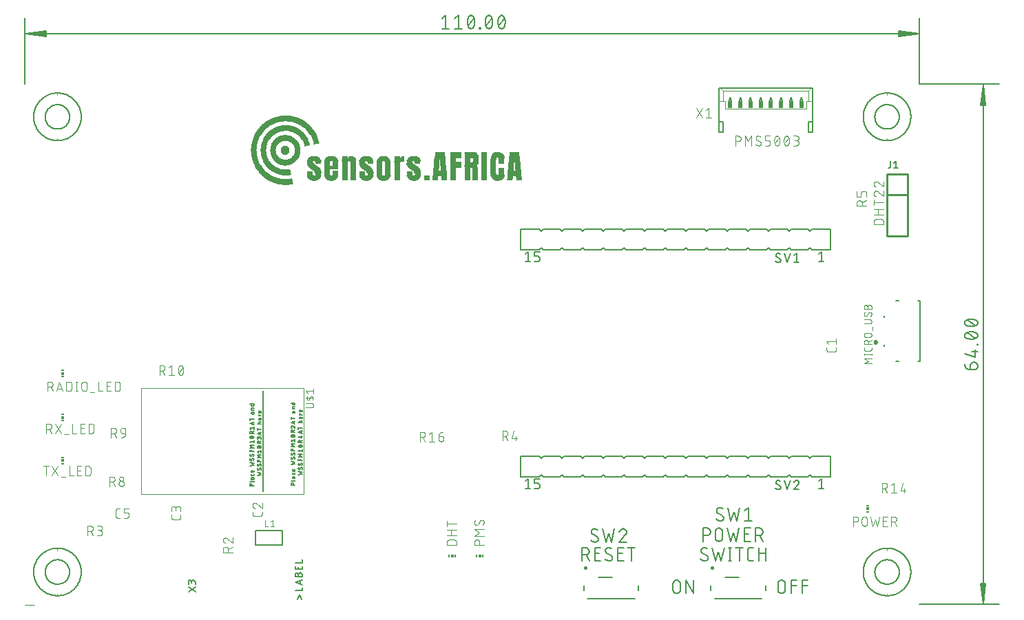
<source format=gbr>
G04 EAGLE Gerber RS-274X export*
G75*
%MOMM*%
%FSLAX34Y34*%
%LPD*%
%INSilkscreen Top*%
%IPPOS*%
%AMOC8*
5,1,8,0,0,1.08239X$1,22.5*%
G01*
%ADD10R,0.408938X0.017775*%
%ADD11R,0.871219X0.017781*%
%ADD12R,1.155700X0.017781*%
%ADD13R,1.404619X0.017775*%
%ADD14R,1.617981X0.017781*%
%ADD15R,1.760219X0.017775*%
%ADD16R,1.866900X0.017781*%
%ADD17R,1.938019X0.017781*%
%ADD18R,2.009138X0.017775*%
%ADD19R,2.062481X0.017781*%
%ADD20R,2.133600X0.017775*%
%ADD21R,2.169156X0.017781*%
%ADD22R,2.222500X0.017781*%
%ADD23R,2.275838X0.017775*%
%ADD24R,2.329175X0.017781*%
%ADD25R,2.346956X0.017775*%
%ADD26R,2.400300X0.017781*%
%ADD27R,2.453638X0.017781*%
%ADD28R,2.489200X0.017775*%
%ADD29R,2.524756X0.017781*%
%ADD30R,2.560319X0.017775*%
%ADD31R,2.595875X0.017781*%
%ADD32R,2.631438X0.017781*%
%ADD33R,2.667000X0.017775*%
%ADD34R,2.684781X0.017781*%
%ADD35R,2.720338X0.017775*%
%ADD36R,2.755900X0.017781*%
%ADD37R,2.791463X0.017781*%
%ADD38R,2.827019X0.017775*%
%ADD39R,0.071119X0.017775*%
%ADD40R,0.088900X0.017775*%
%ADD41R,2.844800X0.017781*%
%ADD42R,0.462281X0.017781*%
%ADD43R,0.497838X0.017781*%
%ADD44R,0.480063X0.017781*%
%ADD45R,0.480056X0.017781*%
%ADD46R,0.444500X0.017781*%
%ADD47R,2.880356X0.017775*%
%ADD48R,0.640081X0.017775*%
%ADD49R,0.657856X0.017775*%
%ADD50R,0.711200X0.017775*%
%ADD51R,0.693419X0.017775*%
%ADD52R,0.622300X0.017775*%
%ADD53R,0.675638X0.017775*%
%ADD54R,0.604519X0.017775*%
%ADD55R,2.898138X0.017781*%
%ADD56R,0.746756X0.017781*%
%ADD57R,0.764538X0.017781*%
%ADD58R,0.711200X0.017781*%
%ADD59R,0.693419X0.017781*%
%ADD60R,0.657856X0.017781*%
%ADD61R,0.675638X0.017781*%
%ADD62R,0.728981X0.017781*%
%ADD63R,2.933700X0.017781*%
%ADD64R,0.853438X0.017781*%
%ADD65R,0.800100X0.017781*%
%ADD66R,2.969256X0.017775*%
%ADD67R,0.924556X0.017775*%
%ADD68R,0.942338X0.017775*%
%ADD69R,0.889000X0.017775*%
%ADD70R,2.987038X0.017781*%
%ADD71R,0.995681X0.017781*%
%ADD72R,1.013456X0.017781*%
%ADD73R,1.013463X0.017781*%
%ADD74R,0.960119X0.017781*%
%ADD75R,3.004819X0.017775*%
%ADD76R,1.066800X0.017775*%
%ADD77R,1.084575X0.017775*%
%ADD78R,1.049019X0.017775*%
%ADD79R,1.013456X0.017775*%
%ADD80R,3.040375X0.017781*%
%ADD81R,1.120138X0.017781*%
%ADD82R,1.066800X0.017781*%
%ADD83R,2.009138X0.017781*%
%ADD84R,0.533400X0.017781*%
%ADD85R,1.173481X0.017781*%
%ADD86R,1.866900X0.017775*%
%ADD87R,0.337819X0.017775*%
%ADD88R,1.209037X0.017775*%
%ADD89R,1.226819X0.017775*%
%ADD90R,1.173475X0.017775*%
%ADD91R,1.778000X0.017781*%
%ADD92R,0.213356X0.017781*%
%ADD93R,1.262381X0.017781*%
%ADD94R,1.262375X0.017781*%
%ADD95R,0.657863X0.017781*%
%ADD96R,1.209037X0.017781*%
%ADD97R,1.689100X0.017775*%
%ADD98R,0.106681X0.017775*%
%ADD99R,1.297937X0.017775*%
%ADD100R,0.657863X0.017775*%
%ADD101R,1.244600X0.017775*%
%ADD102R,1.635756X0.017781*%
%ADD103R,0.017781X0.017781*%
%ADD104R,1.333500X0.017781*%
%ADD105R,1.315719X0.017781*%
%ADD106R,1.280156X0.017781*%
%ADD107R,1.582419X0.017781*%
%ADD108R,1.369063X0.017781*%
%ADD109R,1.351281X0.017781*%
%ADD110R,1.369056X0.017781*%
%ADD111R,1.529075X0.017775*%
%ADD112R,1.369056X0.017775*%
%ADD113R,1.333500X0.017775*%
%ADD114R,1.493519X0.017781*%
%ADD115R,1.440181X0.017781*%
%ADD116R,1.404619X0.017781*%
%ADD117R,1.422400X0.017781*%
%ADD118R,1.457956X0.017775*%
%ADD119R,1.440181X0.017775*%
%ADD120R,1.422400X0.017775*%
%ADD121R,1.457963X0.017775*%
%ADD122R,1.386838X0.017775*%
%ADD123R,1.440175X0.017781*%
%ADD124R,1.475738X0.017781*%
%ADD125R,1.511300X0.017781*%
%ADD126R,1.511300X0.017775*%
%ADD127R,1.475738X0.017775*%
%ADD128R,1.529081X0.017775*%
%ADD129R,1.546863X0.017781*%
%ADD130R,1.529081X0.017781*%
%ADD131R,1.315719X0.017775*%
%ADD132R,1.546863X0.017775*%
%ADD133R,1.564638X0.017775*%
%ADD134R,1.297937X0.017781*%
%ADD135R,1.546856X0.017781*%
%ADD136R,1.564638X0.017781*%
%ADD137R,1.600200X0.017781*%
%ADD138R,1.262381X0.017775*%
%ADD139R,1.617981X0.017775*%
%ADD140R,1.600200X0.017775*%
%ADD141R,1.546856X0.017775*%
%ADD142R,1.244600X0.017781*%
%ADD143R,1.635763X0.017781*%
%ADD144R,1.635756X0.017775*%
%ADD145R,1.582419X0.017775*%
%ADD146R,1.635763X0.017775*%
%ADD147R,1.653538X0.017781*%
%ADD148R,1.617975X0.017781*%
%ADD149R,1.671319X0.017781*%
%ADD150R,1.671319X0.017775*%
%ADD151R,1.617975X0.017775*%
%ADD152R,1.689100X0.017781*%
%ADD153R,1.155700X0.017775*%
%ADD154R,0.764538X0.017775*%
%ADD155R,0.746756X0.017775*%
%ADD156R,0.782319X0.017775*%
%ADD157R,1.137919X0.017781*%
%ADD158R,0.782319X0.017781*%
%ADD159R,1.724656X0.017781*%
%ADD160R,1.724662X0.017781*%
%ADD161R,0.746762X0.017781*%
%ADD162R,1.706881X0.017781*%
%ADD163R,1.102356X0.017775*%
%ADD164R,0.728981X0.017775*%
%ADD165R,0.746762X0.017775*%
%ADD166R,1.706875X0.017775*%
%ADD167R,1.653538X0.017775*%
%ADD168R,1.706881X0.017775*%
%ADD169R,1.084581X0.017781*%
%ADD170R,1.706875X0.017781*%
%ADD171R,0.231138X0.017781*%
%ADD172R,0.728975X0.017781*%
%ADD173R,1.049019X0.017781*%
%ADD174R,0.977900X0.017775*%
%ADD175R,0.728975X0.017775*%
%ADD176R,1.031238X0.017781*%
%ADD177R,1.386838X0.017781*%
%ADD178R,1.457963X0.017781*%
%ADD179R,0.995675X0.017775*%
%ADD180R,0.977900X0.017781*%
%ADD181R,0.960119X0.017775*%
%ADD182R,1.813556X0.017781*%
%ADD183R,1.831338X0.017775*%
%ADD184R,0.942338X0.017781*%
%ADD185R,1.902456X0.017781*%
%ADD186R,1.938019X0.017775*%
%ADD187R,0.924556X0.017781*%
%ADD188R,1.955800X0.017781*%
%ADD189R,1.991356X0.017775*%
%ADD190R,2.026919X0.017781*%
%ADD191R,0.906781X0.017781*%
%ADD192R,0.906781X0.017775*%
%ADD193R,2.098038X0.017775*%
%ADD194R,0.800100X0.017775*%
%ADD195R,0.906775X0.017781*%
%ADD196R,2.115819X0.017781*%
%ADD197R,0.817881X0.017781*%
%ADD198R,0.835663X0.017775*%
%ADD199R,0.835656X0.017775*%
%ADD200R,0.889000X0.017781*%
%ADD201R,0.835656X0.017781*%
%ADD202R,2.204719X0.017781*%
%ADD203R,2.222500X0.017775*%
%ADD204R,0.871219X0.017775*%
%ADD205R,2.240281X0.017781*%
%ADD206R,2.258063X0.017775*%
%ADD207R,0.906775X0.017775*%
%ADD208R,2.293619X0.017781*%
%ADD209R,2.311400X0.017781*%
%ADD210R,0.853438X0.017775*%
%ADD211R,2.329181X0.017775*%
%ADD212R,2.346956X0.017781*%
%ADD213R,2.364737X0.017775*%
%ADD214R,0.995681X0.017775*%
%ADD215R,0.995675X0.017781*%
%ADD216R,0.835663X0.017781*%
%ADD217R,2.418081X0.017781*%
%ADD218R,1.031238X0.017775*%
%ADD219R,0.177800X0.017781*%
%ADD220R,0.817881X0.017775*%
%ADD221R,1.084575X0.017781*%
%ADD222R,1.084581X0.017775*%
%ADD223R,1.724656X0.017775*%
%ADD224R,1.102356X0.017781*%
%ADD225R,0.817875X0.017775*%
%ADD226R,1.280163X0.017775*%
%ADD227R,1.120138X0.017775*%
%ADD228R,1.102363X0.017775*%
%ADD229R,1.191256X0.017775*%
%ADD230R,1.137919X0.017775*%
%ADD231R,1.351281X0.017775*%
%ADD232R,0.640081X0.017781*%
%ADD233R,0.640075X0.017775*%
%ADD234R,1.102363X0.017781*%
%ADD235R,0.924563X0.017781*%
%ADD236R,0.355600X0.017781*%
%ADD237R,0.640075X0.017781*%
%ADD238R,1.191256X0.017781*%
%ADD239R,1.280156X0.017775*%
%ADD240R,1.457956X0.017781*%
%ADD241R,1.760219X0.017781*%
%ADD242R,1.884681X0.017775*%
%ADD243R,2.098038X0.017781*%
%ADD244R,2.151375X0.017775*%
%ADD245R,2.258056X0.017775*%
%ADD246R,2.382519X0.017775*%
%ADD247R,0.817875X0.017781*%
%ADD248R,2.471419X0.017775*%
%ADD249R,2.506975X0.017781*%
%ADD250R,2.542538X0.017781*%
%ADD251R,2.578100X0.017775*%
%ADD252R,2.613656X0.017781*%
%ADD253R,1.226819X0.017781*%
%ADD254R,0.622300X0.017781*%
%ADD255R,2.649219X0.017775*%
%ADD256R,1.724662X0.017775*%
%ADD257R,2.684775X0.017781*%
%ADD258R,2.720338X0.017781*%
%ADD259R,2.738119X0.017775*%
%ADD260R,2.773681X0.017781*%
%ADD261R,2.809238X0.017775*%
%ADD262R,1.173475X0.017781*%
%ADD263R,1.493519X0.017775*%
%ADD264R,1.369063X0.017775*%
%ADD265R,0.497838X0.017775*%
%ADD266R,0.480056X0.017775*%
%ADD267R,1.191263X0.017775*%
%ADD268R,0.444500X0.017775*%
%ADD269R,0.426719X0.017781*%
%ADD270R,0.391156X0.017781*%
%ADD271R,1.013463X0.017775*%
%ADD272R,0.373381X0.017775*%
%ADD273R,0.337819X0.017781*%
%ADD274R,0.551181X0.017781*%
%ADD275R,0.320038X0.017781*%
%ADD276R,0.284481X0.017775*%
%ADD277R,0.586738X0.017781*%
%ADD278R,0.248919X0.017781*%
%ADD279R,0.480063X0.017775*%
%ADD280R,0.320038X0.017775*%
%ADD281R,0.462281X0.017775*%
%ADD282R,0.426719X0.017775*%
%ADD283R,0.195581X0.017775*%
%ADD284R,0.462275X0.017775*%
%ADD285R,0.071119X0.017781*%
%ADD286R,0.088900X0.017781*%
%ADD287R,0.053338X0.017781*%
%ADD288R,0.106681X0.017781*%
%ADD289R,0.231138X0.017775*%
%ADD290R,0.568956X0.017781*%
%ADD291R,1.191263X0.017781*%
%ADD292R,1.173481X0.017775*%
%ADD293R,0.284481X0.017781*%
%ADD294R,0.568956X0.017775*%
%ADD295R,0.106675X0.017781*%
%ADD296R,0.177800X0.017775*%
%ADD297R,0.266700X0.017781*%
%ADD298R,0.355600X0.017775*%
%ADD299R,0.248919X0.017775*%
%ADD300R,0.515619X0.017781*%
%ADD301R,0.604519X0.017781*%
%ADD302R,2.738119X0.017781*%
%ADD303R,2.702556X0.017775*%
%ADD304R,2.667000X0.017781*%
%ADD305R,2.631438X0.017775*%
%ADD306R,2.595881X0.017781*%
%ADD307R,2.560319X0.017781*%
%ADD308R,2.524756X0.017775*%
%ADD309R,2.489200X0.017781*%
%ADD310R,2.453638X0.017775*%
%ADD311R,2.382519X0.017781*%
%ADD312R,2.275838X0.017781*%
%ADD313R,2.240281X0.017775*%
%ADD314R,2.133600X0.017781*%
%ADD315R,1.920238X0.017781*%
%ADD316R,1.884681X0.017781*%
%ADD317R,1.813556X0.017775*%
%ADD318R,1.742438X0.017781*%
%ADD319R,0.924563X0.017775*%
%ADD320R,1.351275X0.017775*%
%ADD321R,1.529075X0.017781*%
%ADD322R,1.795775X0.017775*%
%ADD323R,1.778000X0.017775*%
%ADD324R,3.751581X0.017781*%
%ADD325R,3.716019X0.017775*%
%ADD326R,3.644900X0.017781*%
%ADD327R,3.609338X0.017781*%
%ADD328R,3.538219X0.017775*%
%ADD329R,3.502656X0.017781*%
%ADD330R,3.467100X0.017775*%
%ADD331R,3.395981X0.017781*%
%ADD332R,3.360419X0.017781*%
%ADD333R,3.289300X0.017775*%
%ADD334R,3.218181X0.017781*%
%ADD335R,3.182619X0.017775*%
%ADD336R,3.111500X0.017781*%
%ADD337R,3.040381X0.017781*%
%ADD338R,2.862581X0.017775*%
%ADD339R,2.791456X0.017781*%
%ADD340R,2.578100X0.017781*%
%ADD341R,2.506981X0.017775*%
%ADD342R,2.329181X0.017781*%
%ADD343R,2.151381X0.017781*%
%ADD344R,2.044700X0.017775*%
%ADD345R,1.831338X0.017781*%
%ADD346R,1.795781X0.017781*%
%ADD347R,1.902456X0.017775*%
%ADD348R,1.884675X0.017775*%
%ADD349R,2.080256X0.017781*%
%ADD350R,2.062475X0.017781*%
%ADD351R,4.498337X0.017775*%
%ADD352R,4.427219X0.017781*%
%ADD353R,4.356100X0.017781*%
%ADD354R,4.320538X0.017775*%
%ADD355R,4.249419X0.017781*%
%ADD356R,4.178300X0.017775*%
%ADD357R,4.124956X0.017781*%
%ADD358R,4.071619X0.017781*%
%ADD359R,4.000500X0.017775*%
%ADD360R,3.929381X0.017781*%
%ADD361R,3.858256X0.017775*%
%ADD362R,3.787138X0.017781*%
%ADD363R,3.716019X0.017781*%
%ADD364R,3.644900X0.017775*%
%ADD365R,3.573781X0.017781*%
%ADD366R,3.502656X0.017775*%
%ADD367R,3.324856X0.017781*%
%ADD368R,3.253738X0.017775*%
%ADD369R,3.147056X0.017781*%
%ADD370R,3.075938X0.017775*%
%ADD371R,2.969256X0.017781*%
%ADD372R,2.862581X0.017781*%
%ADD373R,2.773681X0.017775*%
%ADD374R,2.435856X0.017781*%
%ADD375R,2.186937X0.017775*%
%ADD376R,0.142238X0.017781*%
%ADD377C,0.000000*%
%ADD378C,0.152400*%
%ADD379C,0.101600*%
%ADD380C,0.130000*%
%ADD381C,0.300000*%
%ADD382C,0.127000*%
%ADD383C,0.076200*%
%ADD384C,0.203200*%
%ADD385C,0.050800*%
%ADD386R,0.500000X0.875000*%
%ADD387C,0.254000*%
%ADD388C,0.177800*%
%ADD389R,0.150000X0.300000*%
%ADD390R,0.300000X0.300000*%
%ADD391R,0.300000X0.150000*%
%ADD392C,0.250000*%
%ADD393C,0.100000*%


D10*
X320485Y516092D03*
D11*
X320485Y516270D03*
D12*
X320485Y516448D03*
D13*
X320485Y516626D03*
D14*
X320485Y516804D03*
D15*
X320485Y516981D03*
D16*
X320129Y517159D03*
D17*
X319773Y517337D03*
D18*
X319418Y517515D03*
D19*
X319151Y517693D03*
D20*
X318796Y517870D03*
D21*
X318440Y518048D03*
D22*
X318173Y518226D03*
D23*
X317907Y518404D03*
D24*
X317640Y518582D03*
D25*
X317373Y518759D03*
D26*
X317106Y518937D03*
D27*
X316840Y519115D03*
D28*
X316662Y519293D03*
D29*
X316484Y519471D03*
D30*
X316129Y519648D03*
D31*
X315951Y519826D03*
D32*
X315773Y520004D03*
D33*
X315595Y520182D03*
D34*
X315328Y520360D03*
D35*
X315151Y520537D03*
D36*
X314973Y520715D03*
D37*
X314795Y520893D03*
D38*
X314617Y521071D03*
D39*
X355778Y521071D03*
X376758Y521071D03*
D40*
X419697Y521071D03*
D39*
X440944Y521071D03*
X477927Y521071D03*
X580873Y521071D03*
D41*
X314351Y521249D03*
D42*
X355600Y521249D03*
D43*
X376758Y521249D03*
D42*
X419608Y521249D03*
D44*
X441033Y521249D03*
D45*
X477838Y521249D03*
D46*
X580962Y521249D03*
D47*
X314173Y521426D03*
D48*
X355600Y521426D03*
D49*
X376847Y521426D03*
D50*
X393294Y521426D03*
D51*
X403517Y521426D03*
D48*
X419608Y521426D03*
X440944Y521426D03*
D50*
X457657Y521426D03*
D52*
X477838Y521426D03*
D50*
X493929Y521426D03*
D51*
X504330Y521426D03*
D49*
X515887Y521426D03*
D50*
X526644Y521426D03*
X544424Y521426D03*
D53*
X553847Y521426D03*
X564871Y521426D03*
D54*
X581051Y521426D03*
D53*
X596164Y521426D03*
D49*
X607632Y521426D03*
D55*
X314084Y521604D03*
D56*
X355600Y521604D03*
D57*
X376847Y521604D03*
D58*
X393294Y521604D03*
D59*
X403517Y521604D03*
D56*
X419608Y521604D03*
D57*
X441033Y521604D03*
D58*
X457657Y521604D03*
D57*
X477838Y521604D03*
D58*
X493929Y521604D03*
D59*
X504330Y521604D03*
D60*
X515887Y521604D03*
D58*
X526644Y521604D03*
X544424Y521604D03*
D61*
X553847Y521604D03*
X564871Y521604D03*
D62*
X581139Y521604D03*
D61*
X596164Y521604D03*
D60*
X607632Y521604D03*
D63*
X313906Y521782D03*
D64*
X355600Y521782D03*
D11*
X376847Y521782D03*
D58*
X393294Y521782D03*
D59*
X403517Y521782D03*
D64*
X419608Y521782D03*
X440944Y521782D03*
D58*
X457657Y521782D03*
D64*
X477749Y521782D03*
D58*
X493929Y521782D03*
D61*
X504419Y521782D03*
D60*
X515887Y521782D03*
D58*
X526644Y521782D03*
X544424Y521782D03*
D61*
X553847Y521782D03*
X564871Y521782D03*
D65*
X581139Y521782D03*
D61*
X596164Y521782D03*
D60*
X607632Y521782D03*
D66*
X313728Y521960D03*
D67*
X355600Y521960D03*
D68*
X376847Y521960D03*
D50*
X393294Y521960D03*
D51*
X403517Y521960D03*
D67*
X419608Y521960D03*
D68*
X441033Y521960D03*
D50*
X457657Y521960D03*
D68*
X477838Y521960D03*
D50*
X493929Y521960D03*
D53*
X504419Y521960D03*
D49*
X515887Y521960D03*
D50*
X526644Y521960D03*
X544424Y521960D03*
D53*
X553847Y521960D03*
X564871Y521960D03*
D69*
X581228Y521960D03*
D53*
X596164Y521960D03*
D49*
X607632Y521960D03*
D70*
X313462Y522138D03*
D71*
X355600Y522138D03*
D72*
X376847Y522138D03*
D58*
X393294Y522138D03*
D59*
X403517Y522138D03*
D71*
X419608Y522138D03*
D73*
X441033Y522138D03*
D58*
X457657Y522138D03*
D72*
X477838Y522138D03*
D58*
X493929Y522138D03*
D61*
X504419Y522138D03*
X515798Y522138D03*
D58*
X526644Y522138D03*
X544424Y522138D03*
D61*
X553847Y522138D03*
X564871Y522138D03*
D74*
X581228Y522138D03*
D61*
X596164Y522138D03*
D60*
X607632Y522138D03*
D75*
X313373Y522315D03*
D76*
X355600Y522315D03*
D77*
X376847Y522315D03*
D50*
X393294Y522315D03*
D51*
X403517Y522315D03*
D76*
X419608Y522315D03*
X440944Y522315D03*
D50*
X457657Y522315D03*
D78*
X477838Y522315D03*
D50*
X493929Y522315D03*
D53*
X504419Y522315D03*
X515798Y522315D03*
D50*
X526644Y522315D03*
X544424Y522315D03*
D53*
X553847Y522315D03*
X564871Y522315D03*
D79*
X581139Y522315D03*
D53*
X596164Y522315D03*
D49*
X607632Y522315D03*
D80*
X313195Y522493D03*
D81*
X355689Y522493D03*
X376847Y522493D03*
D58*
X393294Y522493D03*
D59*
X403517Y522493D03*
D81*
X419697Y522493D03*
X441033Y522493D03*
D58*
X457657Y522493D03*
D81*
X477838Y522493D03*
D58*
X493929Y522493D03*
D61*
X504419Y522493D03*
X515798Y522493D03*
D58*
X526644Y522493D03*
X544424Y522493D03*
D61*
X553847Y522493D03*
X564871Y522493D03*
D82*
X581228Y522493D03*
D61*
X596164Y522493D03*
D60*
X607632Y522493D03*
D83*
X307861Y522671D03*
D84*
X325730Y522671D03*
D85*
X355600Y522671D03*
X376936Y522671D03*
D58*
X393294Y522671D03*
D59*
X403517Y522671D03*
D85*
X419608Y522671D03*
X440944Y522671D03*
D58*
X457657Y522671D03*
D12*
X477838Y522671D03*
D58*
X493929Y522671D03*
D61*
X504419Y522671D03*
X515798Y522671D03*
D58*
X526644Y522671D03*
X544424Y522671D03*
D61*
X553847Y522671D03*
X564871Y522671D03*
D81*
X581139Y522671D03*
D61*
X596164Y522671D03*
X607543Y522671D03*
D86*
X306794Y522849D03*
D87*
X326530Y522849D03*
D88*
X355600Y522849D03*
D89*
X376847Y522849D03*
D50*
X393294Y522849D03*
D51*
X403517Y522849D03*
D88*
X419608Y522849D03*
D89*
X441033Y522849D03*
D50*
X457657Y522849D03*
D89*
X477838Y522849D03*
D50*
X493929Y522849D03*
D53*
X504419Y522849D03*
X515798Y522849D03*
D50*
X526644Y522849D03*
X544424Y522849D03*
D53*
X553847Y522849D03*
X564871Y522849D03*
D90*
X581228Y522849D03*
D51*
X596252Y522849D03*
D53*
X607543Y522849D03*
D91*
X305994Y523027D03*
D92*
X327152Y523027D03*
D93*
X355689Y523027D03*
D94*
X376847Y523027D03*
D58*
X393294Y523027D03*
D59*
X403517Y523027D03*
D93*
X419697Y523027D03*
X441033Y523027D03*
D58*
X457657Y523027D03*
D93*
X477838Y523027D03*
D58*
X493929Y523027D03*
D61*
X504419Y523027D03*
D95*
X515709Y523027D03*
D58*
X526644Y523027D03*
X544424Y523027D03*
D61*
X553847Y523027D03*
X564871Y523027D03*
D96*
X581228Y523027D03*
D59*
X596252Y523027D03*
D61*
X607543Y523027D03*
D97*
X305372Y523204D03*
D98*
X327686Y523204D03*
D99*
X355689Y523204D03*
X376847Y523204D03*
D50*
X393294Y523204D03*
D51*
X403517Y523204D03*
D99*
X419697Y523204D03*
X441033Y523204D03*
D50*
X457657Y523204D03*
D99*
X477838Y523204D03*
D50*
X493929Y523204D03*
D53*
X504419Y523204D03*
D100*
X515709Y523204D03*
D50*
X526644Y523204D03*
X544424Y523204D03*
D53*
X553847Y523204D03*
X564871Y523204D03*
D101*
X581228Y523204D03*
D53*
X596341Y523204D03*
X607543Y523204D03*
D102*
X304749Y523382D03*
D103*
X328130Y523382D03*
D104*
X355689Y523382D03*
D105*
X376936Y523382D03*
D58*
X393294Y523382D03*
D59*
X403517Y523382D03*
D104*
X419697Y523382D03*
X441033Y523382D03*
D58*
X457657Y523382D03*
D104*
X477838Y523382D03*
D58*
X493929Y523382D03*
D61*
X504419Y523382D03*
D95*
X515709Y523382D03*
D58*
X526644Y523382D03*
X544424Y523382D03*
D61*
X553847Y523382D03*
X564871Y523382D03*
D106*
X581228Y523382D03*
D61*
X596341Y523382D03*
X607543Y523382D03*
D107*
X304305Y523560D03*
D108*
X355689Y523560D03*
D109*
X376936Y523560D03*
D58*
X393294Y523560D03*
D59*
X403517Y523560D03*
D108*
X419697Y523560D03*
X441033Y523560D03*
D58*
X457657Y523560D03*
D110*
X477838Y523560D03*
D58*
X493929Y523560D03*
D59*
X504508Y523560D03*
D95*
X515709Y523560D03*
D58*
X526644Y523560D03*
X544424Y523560D03*
D61*
X553847Y523560D03*
X564871Y523560D03*
D105*
X581228Y523560D03*
D61*
X596341Y523560D03*
D60*
X607454Y523560D03*
D111*
X303860Y523738D03*
D13*
X355689Y523738D03*
D112*
X376847Y523738D03*
D50*
X393294Y523738D03*
D51*
X403517Y523738D03*
D13*
X419697Y523738D03*
X441033Y523738D03*
D50*
X457657Y523738D03*
D13*
X477838Y523738D03*
D50*
X493929Y523738D03*
D53*
X504597Y523738D03*
D100*
X515709Y523738D03*
D50*
X526644Y523738D03*
X544424Y523738D03*
D53*
X553847Y523738D03*
X564871Y523738D03*
D113*
X581139Y523738D03*
D53*
X596341Y523738D03*
D49*
X607454Y523738D03*
D114*
X303327Y523916D03*
D115*
X355689Y523916D03*
D116*
X376847Y523916D03*
D58*
X393294Y523916D03*
D59*
X403517Y523916D03*
D117*
X419608Y523916D03*
X440944Y523916D03*
D58*
X457657Y523916D03*
D117*
X477927Y523916D03*
D58*
X493929Y523916D03*
D61*
X504597Y523916D03*
D95*
X515709Y523916D03*
D58*
X526644Y523916D03*
X544424Y523916D03*
D61*
X553847Y523916D03*
X564871Y523916D03*
D110*
X581139Y523916D03*
D61*
X596341Y523916D03*
D60*
X607454Y523916D03*
D118*
X302971Y524093D03*
D119*
X355689Y524093D03*
D120*
X376936Y524093D03*
D50*
X393294Y524093D03*
D51*
X403517Y524093D03*
D119*
X419697Y524093D03*
X441033Y524093D03*
D50*
X457657Y524093D03*
D121*
X477927Y524093D03*
D50*
X493929Y524093D03*
D53*
X504597Y524093D03*
D100*
X515709Y524093D03*
D50*
X526644Y524093D03*
X544424Y524093D03*
D53*
X553847Y524093D03*
X564871Y524093D03*
D122*
X581228Y524093D03*
D53*
X596341Y524093D03*
D49*
X607454Y524093D03*
D123*
X302527Y524271D03*
D124*
X355689Y524271D03*
D123*
X376847Y524271D03*
D58*
X393294Y524271D03*
D59*
X403517Y524271D03*
D124*
X419697Y524271D03*
X441033Y524271D03*
D58*
X457657Y524271D03*
D124*
X477838Y524271D03*
D58*
X493929Y524271D03*
D61*
X504597Y524271D03*
X515620Y524271D03*
D58*
X526644Y524271D03*
X544424Y524271D03*
D61*
X553847Y524271D03*
X564871Y524271D03*
D117*
X581228Y524271D03*
D61*
X596341Y524271D03*
D60*
X607454Y524271D03*
D116*
X302171Y524449D03*
D125*
X355689Y524449D03*
D124*
X376847Y524449D03*
D58*
X393294Y524449D03*
D59*
X403517Y524449D03*
D125*
X419697Y524449D03*
D114*
X440944Y524449D03*
D58*
X457657Y524449D03*
D114*
X477927Y524449D03*
D58*
X493929Y524449D03*
D61*
X504597Y524449D03*
X515620Y524449D03*
D58*
X526644Y524449D03*
X544424Y524449D03*
D61*
X553847Y524449D03*
X564871Y524449D03*
D115*
X581139Y524449D03*
D61*
X596341Y524449D03*
D60*
X607454Y524449D03*
D112*
X301816Y524627D03*
D126*
X355689Y524627D03*
D127*
X376847Y524627D03*
D50*
X393294Y524627D03*
D51*
X403517Y524627D03*
D126*
X419697Y524627D03*
X441033Y524627D03*
D50*
X457657Y524627D03*
D128*
X477927Y524627D03*
D50*
X493929Y524627D03*
D53*
X504597Y524627D03*
X515620Y524627D03*
D50*
X526644Y524627D03*
X544424Y524627D03*
D53*
X553847Y524627D03*
X564871Y524627D03*
D118*
X581228Y524627D03*
D53*
X596341Y524627D03*
D49*
X607454Y524627D03*
D109*
X301371Y524805D03*
D129*
X355689Y524805D03*
D125*
X376847Y524805D03*
D58*
X393294Y524805D03*
D59*
X403517Y524805D03*
D129*
X419697Y524805D03*
D130*
X440944Y524805D03*
D58*
X457657Y524805D03*
D130*
X477927Y524805D03*
D58*
X493929Y524805D03*
D61*
X504597Y524805D03*
D60*
X515531Y524805D03*
D58*
X526644Y524805D03*
X544424Y524805D03*
D61*
X553847Y524805D03*
X564871Y524805D03*
D124*
X581139Y524805D03*
D61*
X596341Y524805D03*
X607365Y524805D03*
D131*
X301016Y524982D03*
D132*
X355689Y524982D03*
D126*
X376847Y524982D03*
D50*
X393294Y524982D03*
D51*
X403517Y524982D03*
D132*
X419697Y524982D03*
X441033Y524982D03*
D50*
X457657Y524982D03*
D133*
X477927Y524982D03*
D50*
X493929Y524982D03*
D53*
X504597Y524982D03*
D49*
X515531Y524982D03*
D50*
X526644Y524982D03*
X544424Y524982D03*
D53*
X553847Y524982D03*
X564871Y524982D03*
D126*
X581139Y524982D03*
D49*
X596430Y524982D03*
D53*
X607365Y524982D03*
D134*
X300749Y525160D03*
D107*
X355689Y525160D03*
D135*
X376847Y525160D03*
D58*
X393294Y525160D03*
D59*
X403517Y525160D03*
D107*
X419697Y525160D03*
D136*
X440944Y525160D03*
D58*
X457657Y525160D03*
D136*
X477927Y525160D03*
D58*
X493929Y525160D03*
D61*
X504597Y525160D03*
D60*
X515531Y525160D03*
D58*
X526644Y525160D03*
X544424Y525160D03*
D61*
X553847Y525160D03*
X564871Y525160D03*
D125*
X581139Y525160D03*
D60*
X596430Y525160D03*
D61*
X607365Y525160D03*
D106*
X300482Y525338D03*
D107*
X355689Y525338D03*
D135*
X376847Y525338D03*
D58*
X393294Y525338D03*
D59*
X403517Y525338D03*
D107*
X419697Y525338D03*
X441033Y525338D03*
D58*
X457657Y525338D03*
D137*
X477927Y525338D03*
D58*
X493929Y525338D03*
D61*
X504597Y525338D03*
D60*
X515531Y525338D03*
D58*
X526644Y525338D03*
X544424Y525338D03*
D61*
X553847Y525338D03*
X564871Y525338D03*
D135*
X581139Y525338D03*
D61*
X596519Y525338D03*
D95*
X607276Y525338D03*
D138*
X300038Y525516D03*
D139*
X355689Y525516D03*
D133*
X376936Y525516D03*
D50*
X393294Y525516D03*
D51*
X403517Y525516D03*
D139*
X419697Y525516D03*
D140*
X440944Y525516D03*
D50*
X457657Y525516D03*
D140*
X477927Y525516D03*
D50*
X493929Y525516D03*
D49*
X504685Y525516D03*
X515531Y525516D03*
D50*
X526644Y525516D03*
X544424Y525516D03*
D53*
X553847Y525516D03*
X564871Y525516D03*
D141*
X581139Y525516D03*
D53*
X596519Y525516D03*
D100*
X607276Y525516D03*
D142*
X299771Y525694D03*
D14*
X355689Y525694D03*
D107*
X376847Y525694D03*
D58*
X393294Y525694D03*
D59*
X403517Y525694D03*
D14*
X419697Y525694D03*
X441033Y525694D03*
D58*
X457657Y525694D03*
D143*
X477927Y525694D03*
D58*
X493929Y525694D03*
D60*
X504685Y525694D03*
X515531Y525694D03*
D58*
X526644Y525694D03*
X544424Y525694D03*
D61*
X553847Y525694D03*
X564871Y525694D03*
D136*
X581051Y525694D03*
D61*
X596519Y525694D03*
D95*
X607276Y525694D03*
D89*
X299504Y525871D03*
D144*
X355778Y525871D03*
D145*
X376847Y525871D03*
D50*
X393294Y525871D03*
D51*
X403517Y525871D03*
D144*
X419786Y525871D03*
X440944Y525871D03*
D50*
X457657Y525871D03*
D146*
X477927Y525871D03*
D50*
X493929Y525871D03*
D49*
X504685Y525871D03*
X515531Y525871D03*
D50*
X526644Y525871D03*
X544424Y525871D03*
D53*
X553847Y525871D03*
X564871Y525871D03*
D145*
X581139Y525871D03*
D53*
X596519Y525871D03*
D100*
X607276Y525871D03*
D96*
X299238Y526049D03*
D147*
X355689Y526049D03*
D137*
X376936Y526049D03*
D58*
X393294Y526049D03*
D59*
X403517Y526049D03*
D147*
X419697Y526049D03*
D102*
X440944Y526049D03*
D58*
X457657Y526049D03*
D143*
X477927Y526049D03*
D58*
X493929Y526049D03*
D61*
X504774Y526049D03*
D60*
X515531Y526049D03*
D58*
X526644Y526049D03*
X544424Y526049D03*
D61*
X553847Y526049D03*
X564871Y526049D03*
D107*
X581139Y526049D03*
D61*
X596519Y526049D03*
D95*
X607276Y526049D03*
D85*
X298882Y526227D03*
D147*
X355689Y526227D03*
D148*
X376847Y526227D03*
D58*
X393294Y526227D03*
D59*
X403517Y526227D03*
D147*
X419697Y526227D03*
X441033Y526227D03*
D58*
X457657Y526227D03*
D149*
X477927Y526227D03*
D58*
X493929Y526227D03*
D61*
X504774Y526227D03*
X515442Y526227D03*
D58*
X526644Y526227D03*
X544424Y526227D03*
D61*
X553847Y526227D03*
X564871Y526227D03*
D137*
X581051Y526227D03*
D61*
X596519Y526227D03*
D95*
X607276Y526227D03*
D90*
X298526Y526405D03*
D150*
X355778Y526405D03*
D151*
X376847Y526405D03*
D50*
X393294Y526405D03*
D51*
X403517Y526405D03*
D150*
X419786Y526405D03*
X440944Y526405D03*
D50*
X457657Y526405D03*
D150*
X477927Y526405D03*
D50*
X493929Y526405D03*
D53*
X504774Y526405D03*
X515442Y526405D03*
D50*
X526644Y526405D03*
X544424Y526405D03*
D53*
X553847Y526405D03*
X564871Y526405D03*
D139*
X581139Y526405D03*
D53*
X596519Y526405D03*
D100*
X607276Y526405D03*
D12*
X298260Y526583D03*
D149*
X355778Y526583D03*
D148*
X376847Y526583D03*
D58*
X393294Y526583D03*
D59*
X403517Y526583D03*
D152*
X419697Y526583D03*
D149*
X440944Y526583D03*
D58*
X457657Y526583D03*
D149*
X477927Y526583D03*
D58*
X493929Y526583D03*
D61*
X504774Y526583D03*
X515442Y526583D03*
D58*
X526644Y526583D03*
X544424Y526583D03*
D61*
X553847Y526583D03*
X564871Y526583D03*
D14*
X581139Y526583D03*
D61*
X596519Y526583D03*
D95*
X607276Y526583D03*
D153*
X298082Y526760D03*
D97*
X355689Y526760D03*
D154*
X372402Y526760D03*
D155*
X381381Y526760D03*
D50*
X393294Y526760D03*
D51*
X403517Y526760D03*
D97*
X419697Y526760D03*
D156*
X436499Y526760D03*
X445567Y526760D03*
D50*
X457657Y526760D03*
D97*
X478015Y526760D03*
D50*
X493929Y526760D03*
D53*
X504774Y526760D03*
D49*
X515353Y526760D03*
D50*
X526644Y526760D03*
X544424Y526760D03*
D53*
X553847Y526760D03*
X564871Y526760D03*
D146*
X581051Y526760D03*
D53*
X596519Y526760D03*
X607187Y526760D03*
D157*
X297815Y526938D03*
D158*
X351155Y526938D03*
D65*
X360312Y526938D03*
D56*
X372313Y526938D03*
D62*
X381470Y526938D03*
D58*
X393294Y526938D03*
D59*
X403517Y526938D03*
D158*
X415163Y526938D03*
X424231Y526938D03*
D56*
X436321Y526938D03*
D57*
X445656Y526938D03*
D58*
X457657Y526938D03*
D158*
X473304Y526938D03*
X482549Y526938D03*
D58*
X493929Y526938D03*
D159*
X510019Y526938D03*
D58*
X526644Y526938D03*
X544424Y526938D03*
D61*
X553847Y526938D03*
X564871Y526938D03*
D143*
X581051Y526938D03*
D160*
X601942Y526938D03*
D81*
X297548Y527116D03*
D56*
X350977Y527116D03*
D158*
X360401Y527116D03*
D62*
X372224Y527116D03*
D58*
X381559Y527116D03*
X393294Y527116D03*
D59*
X403517Y527116D03*
D56*
X414985Y527116D03*
D158*
X424409Y527116D03*
D161*
X436144Y527116D03*
D56*
X445745Y527116D03*
D58*
X457657Y527116D03*
D56*
X473126Y527116D03*
D57*
X482638Y527116D03*
D58*
X493929Y527116D03*
D159*
X510019Y527116D03*
D58*
X526644Y527116D03*
X544424Y527116D03*
D61*
X553847Y527116D03*
X564871Y527116D03*
D147*
X581139Y527116D03*
D162*
X601853Y527116D03*
D163*
X297282Y527294D03*
D164*
X350888Y527294D03*
D154*
X360490Y527294D03*
D50*
X372136Y527294D03*
X381559Y527294D03*
X393294Y527294D03*
D51*
X403517Y527294D03*
D164*
X414896Y527294D03*
D154*
X424498Y527294D03*
D165*
X436144Y527294D03*
D164*
X445834Y527294D03*
D50*
X457657Y527294D03*
D155*
X473126Y527294D03*
X482727Y527294D03*
D50*
X493929Y527294D03*
D166*
X510108Y527294D03*
D50*
X526644Y527294D03*
X544424Y527294D03*
D53*
X553847Y527294D03*
X564871Y527294D03*
D167*
X581139Y527294D03*
D168*
X601853Y527294D03*
D169*
X297015Y527472D03*
D161*
X350800Y527472D03*
X360579Y527472D03*
D58*
X372136Y527472D03*
X381737Y527472D03*
X393294Y527472D03*
D59*
X403517Y527472D03*
D161*
X414808Y527472D03*
X424587Y527472D03*
D62*
X436055Y527472D03*
D58*
X445923Y527472D03*
X457657Y527472D03*
D62*
X473037Y527472D03*
D56*
X482727Y527472D03*
D170*
X510108Y527472D03*
D58*
X526644Y527472D03*
X544424Y527472D03*
D61*
X553847Y527472D03*
X564871Y527472D03*
D149*
X581051Y527472D03*
D162*
X601853Y527472D03*
D77*
X296837Y527649D03*
D164*
X350711Y527649D03*
D165*
X360579Y527649D03*
D50*
X371958Y527649D03*
X381737Y527649D03*
X393294Y527649D03*
D51*
X403517Y527649D03*
D164*
X414719Y527649D03*
D165*
X424587Y527649D03*
D164*
X436055Y527649D03*
X446011Y527649D03*
D50*
X457657Y527649D03*
X472948Y527649D03*
D155*
X482905Y527649D03*
D166*
X510108Y527649D03*
D50*
X526644Y527649D03*
X544424Y527649D03*
D53*
X553847Y527649D03*
X564871Y527649D03*
D156*
X576606Y527649D03*
X585496Y527649D03*
D168*
X601853Y527649D03*
D82*
X296571Y527827D03*
D171*
X320485Y527827D03*
D62*
X350711Y527827D03*
X360667Y527827D03*
D58*
X371958Y527827D03*
D59*
X381826Y527827D03*
D58*
X393294Y527827D03*
D59*
X403517Y527827D03*
D62*
X414719Y527827D03*
X424675Y527827D03*
D58*
X435966Y527827D03*
D62*
X446011Y527827D03*
D58*
X457657Y527827D03*
D172*
X472859Y527827D03*
D56*
X482905Y527827D03*
D170*
X510108Y527827D03*
D58*
X526644Y527827D03*
X544424Y527827D03*
D61*
X553847Y527827D03*
X564871Y527827D03*
D56*
X576428Y527827D03*
D57*
X585584Y527827D03*
D162*
X601853Y527827D03*
D173*
X296304Y528005D03*
D59*
X320485Y528005D03*
D58*
X350622Y528005D03*
D56*
X360756Y528005D03*
D58*
X371958Y528005D03*
D59*
X381826Y528005D03*
D58*
X393294Y528005D03*
D59*
X403517Y528005D03*
D58*
X414630Y528005D03*
D56*
X424764Y528005D03*
D58*
X435966Y528005D03*
D62*
X446011Y528005D03*
D58*
X457657Y528005D03*
D172*
X472859Y528005D03*
D56*
X482905Y528005D03*
D170*
X510108Y528005D03*
D58*
X526644Y528005D03*
X544424Y528005D03*
D61*
X553847Y528005D03*
X564871Y528005D03*
D172*
X576339Y528005D03*
D56*
X585673Y528005D03*
D162*
X601853Y528005D03*
D76*
X296037Y528183D03*
D174*
X320485Y528183D03*
D50*
X350622Y528183D03*
D155*
X360756Y528183D03*
D50*
X371958Y528183D03*
D51*
X381826Y528183D03*
D50*
X393294Y528183D03*
D51*
X403517Y528183D03*
D50*
X414630Y528183D03*
D155*
X424764Y528183D03*
D175*
X435877Y528183D03*
D50*
X446100Y528183D03*
X457657Y528183D03*
D175*
X472859Y528183D03*
D155*
X482905Y528183D03*
D166*
X510108Y528183D03*
D50*
X526644Y528183D03*
X544424Y528183D03*
D53*
X553847Y528183D03*
X564871Y528183D03*
D50*
X576250Y528183D03*
D155*
X585851Y528183D03*
D168*
X601853Y528183D03*
D173*
X295770Y528361D03*
D12*
X320485Y528361D03*
D58*
X350622Y528361D03*
D56*
X360756Y528361D03*
D58*
X371958Y528361D03*
D59*
X381826Y528361D03*
D58*
X393294Y528361D03*
D59*
X403517Y528361D03*
D58*
X414630Y528361D03*
D56*
X424764Y528361D03*
D172*
X435877Y528361D03*
D58*
X446100Y528361D03*
X457657Y528361D03*
X472770Y528361D03*
D56*
X482905Y528361D03*
D170*
X510108Y528361D03*
D58*
X526644Y528361D03*
X544424Y528361D03*
D61*
X553847Y528361D03*
X564871Y528361D03*
D58*
X576250Y528361D03*
D62*
X585940Y528361D03*
D162*
X601853Y528361D03*
D78*
X295593Y528538D03*
D131*
X320396Y528538D03*
D50*
X350622Y528538D03*
D155*
X360756Y528538D03*
D51*
X371869Y528538D03*
X381826Y528538D03*
D50*
X393294Y528538D03*
D51*
X403517Y528538D03*
D50*
X414630Y528538D03*
D155*
X424764Y528538D03*
D175*
X435877Y528538D03*
D50*
X446100Y528538D03*
X457657Y528538D03*
X472770Y528538D03*
D175*
X482994Y528538D03*
D97*
X510019Y528538D03*
D50*
X526644Y528538D03*
X544424Y528538D03*
D53*
X553847Y528538D03*
X564871Y528538D03*
D50*
X576250Y528538D03*
D164*
X585940Y528538D03*
D168*
X601853Y528538D03*
D176*
X295326Y528716D03*
D177*
X320040Y528716D03*
D58*
X350622Y528716D03*
D56*
X360756Y528716D03*
D59*
X371869Y528716D03*
D58*
X381915Y528716D03*
X393294Y528716D03*
D59*
X403517Y528716D03*
D58*
X414630Y528716D03*
D56*
X424764Y528716D03*
D172*
X435877Y528716D03*
D58*
X446100Y528716D03*
X457657Y528716D03*
X472770Y528716D03*
D172*
X482994Y528716D03*
D152*
X510019Y528716D03*
D58*
X526644Y528716D03*
X544424Y528716D03*
D61*
X553847Y528716D03*
X564871Y528716D03*
D58*
X576072Y528716D03*
D62*
X585940Y528716D03*
D152*
X601942Y528716D03*
D73*
X295237Y528894D03*
D178*
X319685Y528894D03*
D58*
X350622Y528894D03*
D56*
X360756Y528894D03*
D58*
X371780Y528894D03*
X381915Y528894D03*
X393294Y528894D03*
D59*
X403517Y528894D03*
D58*
X414630Y528894D03*
D56*
X424764Y528894D03*
D172*
X435877Y528894D03*
D58*
X446100Y528894D03*
X457657Y528894D03*
X472770Y528894D03*
D172*
X482994Y528894D03*
D152*
X510019Y528894D03*
D58*
X526644Y528894D03*
X544424Y528894D03*
D61*
X553847Y528894D03*
X564871Y528894D03*
D58*
X576072Y528894D03*
X586029Y528894D03*
D152*
X601942Y528894D03*
D179*
X294970Y529072D03*
D128*
X319329Y529072D03*
D50*
X350622Y529072D03*
D155*
X360756Y529072D03*
D50*
X371780Y529072D03*
X381915Y529072D03*
X393294Y529072D03*
D51*
X403517Y529072D03*
D175*
X414541Y529072D03*
D155*
X424764Y529072D03*
D175*
X435877Y529072D03*
X446189Y529072D03*
D50*
X457657Y529072D03*
X472770Y529072D03*
D175*
X482994Y529072D03*
D97*
X510019Y529072D03*
D50*
X526644Y529072D03*
X544424Y529072D03*
D53*
X553847Y529072D03*
X564871Y529072D03*
D50*
X576072Y529072D03*
X586029Y529072D03*
D150*
X601853Y529072D03*
D71*
X294793Y529250D03*
D107*
X319062Y529250D03*
D172*
X350533Y529250D03*
D56*
X360756Y529250D03*
D58*
X371780Y529250D03*
X381915Y529250D03*
X393294Y529250D03*
D59*
X403517Y529250D03*
D172*
X414541Y529250D03*
D56*
X424764Y529250D03*
D172*
X435877Y529250D03*
X446189Y529250D03*
D58*
X457657Y529250D03*
X472770Y529250D03*
D172*
X482994Y529250D03*
D149*
X510108Y529250D03*
D58*
X526644Y529250D03*
X544424Y529250D03*
D61*
X553847Y529250D03*
X564871Y529250D03*
D58*
X576072Y529250D03*
X586029Y529250D03*
D149*
X601853Y529250D03*
D179*
X294615Y529427D03*
D139*
X318707Y529427D03*
D175*
X350533Y529427D03*
D155*
X360756Y529427D03*
D50*
X371780Y529427D03*
X381915Y529427D03*
X393294Y529427D03*
D51*
X403517Y529427D03*
D175*
X414541Y529427D03*
D155*
X424764Y529427D03*
D175*
X435877Y529427D03*
X446189Y529427D03*
D50*
X457657Y529427D03*
X472770Y529427D03*
D175*
X482994Y529427D03*
D150*
X510108Y529427D03*
D50*
X526644Y529427D03*
X544424Y529427D03*
D53*
X553847Y529427D03*
X564871Y529427D03*
D50*
X576072Y529427D03*
X586029Y529427D03*
D150*
X601853Y529427D03*
D180*
X294348Y529605D03*
D149*
X318440Y529605D03*
D172*
X350533Y529605D03*
D56*
X360756Y529605D03*
D58*
X371780Y529605D03*
X381915Y529605D03*
X393294Y529605D03*
D59*
X403517Y529605D03*
D172*
X414541Y529605D03*
D56*
X424764Y529605D03*
D172*
X435877Y529605D03*
X446189Y529605D03*
D58*
X457657Y529605D03*
X472770Y529605D03*
D56*
X482905Y529605D03*
D149*
X510108Y529605D03*
D58*
X526644Y529605D03*
X544424Y529605D03*
D61*
X553847Y529605D03*
X564871Y529605D03*
D59*
X575983Y529605D03*
D58*
X586029Y529605D03*
D149*
X601853Y529605D03*
D180*
X294170Y529783D03*
D162*
X318262Y529783D03*
D172*
X350533Y529783D03*
D56*
X360756Y529783D03*
D58*
X371780Y529783D03*
X381915Y529783D03*
X393294Y529783D03*
D59*
X403517Y529783D03*
D172*
X414541Y529783D03*
D56*
X424764Y529783D03*
D172*
X435877Y529783D03*
X446189Y529783D03*
D58*
X457657Y529783D03*
X472770Y529783D03*
D56*
X482905Y529783D03*
D149*
X510108Y529783D03*
D58*
X526644Y529783D03*
X544424Y529783D03*
D61*
X553847Y529783D03*
X564871Y529783D03*
D59*
X575983Y529783D03*
D58*
X586029Y529783D03*
D149*
X601853Y529783D03*
D181*
X293904Y529961D03*
D15*
X317995Y529961D03*
D175*
X350533Y529961D03*
D155*
X360756Y529961D03*
D50*
X371780Y529961D03*
X381915Y529961D03*
X393294Y529961D03*
D51*
X403517Y529961D03*
D175*
X414541Y529961D03*
D155*
X424764Y529961D03*
D175*
X435877Y529961D03*
X446189Y529961D03*
D50*
X457657Y529961D03*
X472770Y529961D03*
D155*
X482905Y529961D03*
D150*
X510108Y529961D03*
D50*
X526644Y529961D03*
X544424Y529961D03*
D53*
X553847Y529961D03*
X564871Y529961D03*
D51*
X575983Y529961D03*
D50*
X586029Y529961D03*
D150*
X601853Y529961D03*
D74*
X293726Y530139D03*
D182*
X317729Y530139D03*
D172*
X350533Y530139D03*
D56*
X360756Y530139D03*
D58*
X371780Y530139D03*
X381915Y530139D03*
X393294Y530139D03*
D59*
X403517Y530139D03*
D172*
X414541Y530139D03*
D56*
X424764Y530139D03*
D172*
X435877Y530139D03*
X446189Y530139D03*
D58*
X457657Y530139D03*
X472770Y530139D03*
D56*
X482905Y530139D03*
D149*
X510108Y530139D03*
D58*
X526644Y530139D03*
X544424Y530139D03*
D61*
X553847Y530139D03*
X564871Y530139D03*
D59*
X575983Y530139D03*
D58*
X586029Y530139D03*
D149*
X601853Y530139D03*
D181*
X293548Y530316D03*
D183*
X317462Y530316D03*
D175*
X350533Y530316D03*
D155*
X360756Y530316D03*
D50*
X371780Y530316D03*
X381915Y530316D03*
X393294Y530316D03*
D51*
X403517Y530316D03*
D175*
X414541Y530316D03*
D154*
X424675Y530316D03*
D175*
X435877Y530316D03*
X446189Y530316D03*
D50*
X457657Y530316D03*
X472770Y530316D03*
D155*
X482905Y530316D03*
D150*
X510108Y530316D03*
D50*
X526644Y530316D03*
X544424Y530316D03*
D53*
X553847Y530316D03*
X564871Y530316D03*
D51*
X575983Y530316D03*
D50*
X586029Y530316D03*
D150*
X601853Y530316D03*
D74*
X293370Y530494D03*
D16*
X317284Y530494D03*
D172*
X350533Y530494D03*
D57*
X360667Y530494D03*
D58*
X371780Y530494D03*
X381915Y530494D03*
X393294Y530494D03*
D59*
X403517Y530494D03*
D172*
X414541Y530494D03*
D57*
X424675Y530494D03*
D172*
X435877Y530494D03*
X446189Y530494D03*
D58*
X457657Y530494D03*
X472770Y530494D03*
D56*
X482905Y530494D03*
D147*
X510019Y530494D03*
D58*
X526644Y530494D03*
X544424Y530494D03*
D61*
X553847Y530494D03*
X564871Y530494D03*
D59*
X575983Y530494D03*
D58*
X586029Y530494D03*
D147*
X601942Y530494D03*
D184*
X293103Y530672D03*
D185*
X317106Y530672D03*
D58*
X350622Y530672D03*
D57*
X360667Y530672D03*
D58*
X371780Y530672D03*
X381915Y530672D03*
X393294Y530672D03*
D59*
X403517Y530672D03*
D172*
X414541Y530672D03*
D57*
X424675Y530672D03*
D172*
X435877Y530672D03*
X446189Y530672D03*
D58*
X457657Y530672D03*
X472770Y530672D03*
D57*
X482816Y530672D03*
D147*
X510019Y530672D03*
D58*
X526644Y530672D03*
X544424Y530672D03*
D61*
X553847Y530672D03*
X564871Y530672D03*
D59*
X575983Y530672D03*
D58*
X586029Y530672D03*
D147*
X601942Y530672D03*
D68*
X292926Y530850D03*
D186*
X316929Y530850D03*
D50*
X350622Y530850D03*
D154*
X360667Y530850D03*
D50*
X371780Y530850D03*
X381915Y530850D03*
X393294Y530850D03*
D51*
X403517Y530850D03*
D175*
X414541Y530850D03*
D154*
X424675Y530850D03*
D175*
X435877Y530850D03*
X446189Y530850D03*
D50*
X457657Y530850D03*
X472770Y530850D03*
D154*
X482816Y530850D03*
D167*
X510019Y530850D03*
D50*
X526644Y530850D03*
X544424Y530850D03*
D53*
X553847Y530850D03*
X564871Y530850D03*
D51*
X575983Y530850D03*
D50*
X586029Y530850D03*
D144*
X601853Y530850D03*
D187*
X292837Y531028D03*
D188*
X316662Y531028D03*
D58*
X350622Y531028D03*
D158*
X360579Y531028D03*
D58*
X371780Y531028D03*
X381915Y531028D03*
X393294Y531028D03*
D59*
X403517Y531028D03*
D58*
X414630Y531028D03*
D158*
X424587Y531028D03*
D172*
X435877Y531028D03*
X446189Y531028D03*
D58*
X457657Y531028D03*
X472770Y531028D03*
D158*
X482727Y531028D03*
D102*
X510108Y531028D03*
D58*
X526644Y531028D03*
X544424Y531028D03*
D61*
X553847Y531028D03*
X564871Y531028D03*
D59*
X575983Y531028D03*
D58*
X586029Y531028D03*
D102*
X601853Y531028D03*
D67*
X292659Y531205D03*
D189*
X316484Y531205D03*
D50*
X350622Y531205D03*
D156*
X360579Y531205D03*
D50*
X371780Y531205D03*
X381915Y531205D03*
X393294Y531205D03*
D51*
X403517Y531205D03*
D50*
X414630Y531205D03*
D154*
X424498Y531205D03*
D175*
X435877Y531205D03*
X446189Y531205D03*
D50*
X457657Y531205D03*
X472770Y531205D03*
D156*
X482727Y531205D03*
D144*
X510108Y531205D03*
D50*
X526644Y531205D03*
X544424Y531205D03*
D53*
X553847Y531205D03*
X564871Y531205D03*
D51*
X575983Y531205D03*
D50*
X586029Y531205D03*
D144*
X601853Y531205D03*
D187*
X292481Y531383D03*
D190*
X316306Y531383D03*
D58*
X350622Y531383D03*
D158*
X360401Y531383D03*
D58*
X371780Y531383D03*
X381915Y531383D03*
X393294Y531383D03*
D59*
X403517Y531383D03*
D58*
X414630Y531383D03*
D158*
X424409Y531383D03*
D172*
X435877Y531383D03*
X446189Y531383D03*
D58*
X457657Y531383D03*
X472770Y531383D03*
D65*
X482638Y531383D03*
D102*
X510108Y531383D03*
D58*
X526644Y531383D03*
X544424Y531383D03*
D61*
X553847Y531383D03*
X564871Y531383D03*
D59*
X575983Y531383D03*
D58*
X586029Y531383D03*
D102*
X601853Y531383D03*
D191*
X292214Y531561D03*
D19*
X316129Y531561D03*
D58*
X350622Y531561D03*
D65*
X360312Y531561D03*
D58*
X371780Y531561D03*
X381915Y531561D03*
X393294Y531561D03*
D59*
X403517Y531561D03*
D58*
X414630Y531561D03*
D65*
X424320Y531561D03*
D172*
X435877Y531561D03*
X446189Y531561D03*
D58*
X457657Y531561D03*
X472770Y531561D03*
D65*
X482638Y531561D03*
D102*
X510108Y531561D03*
D58*
X526644Y531561D03*
X544424Y531561D03*
D61*
X553847Y531561D03*
X564871Y531561D03*
D59*
X575983Y531561D03*
D58*
X586029Y531561D03*
D102*
X601853Y531561D03*
D192*
X292037Y531739D03*
D193*
X315951Y531739D03*
D50*
X350622Y531739D03*
D194*
X360312Y531739D03*
D50*
X371780Y531739D03*
X381915Y531739D03*
X393294Y531739D03*
D51*
X403517Y531739D03*
D50*
X414630Y531739D03*
D194*
X424320Y531739D03*
D175*
X435877Y531739D03*
X446189Y531739D03*
D50*
X457657Y531739D03*
X472770Y531739D03*
D194*
X482460Y531739D03*
D144*
X510108Y531739D03*
D50*
X526644Y531739D03*
X544424Y531739D03*
D53*
X553847Y531739D03*
X564871Y531739D03*
D51*
X575983Y531739D03*
D50*
X586029Y531739D03*
D144*
X601853Y531739D03*
D195*
X291859Y531917D03*
D196*
X315684Y531917D03*
D58*
X350622Y531917D03*
D197*
X360223Y531917D03*
D58*
X371780Y531917D03*
X381915Y531917D03*
X393294Y531917D03*
D59*
X403517Y531917D03*
D58*
X414630Y531917D03*
D197*
X424231Y531917D03*
D172*
X435877Y531917D03*
X446189Y531917D03*
D58*
X457657Y531917D03*
X472770Y531917D03*
D197*
X482372Y531917D03*
D102*
X510108Y531917D03*
D58*
X526644Y531917D03*
X544424Y531917D03*
D61*
X553847Y531917D03*
X564871Y531917D03*
D59*
X575983Y531917D03*
D58*
X586029Y531917D03*
D102*
X601853Y531917D03*
D69*
X291770Y532094D03*
D20*
X315595Y532094D03*
D50*
X350622Y532094D03*
D198*
X360134Y532094D03*
D50*
X371780Y532094D03*
X381915Y532094D03*
X393294Y532094D03*
D51*
X403517Y532094D03*
D50*
X414630Y532094D03*
D198*
X424142Y532094D03*
D175*
X435877Y532094D03*
X446189Y532094D03*
D50*
X457657Y532094D03*
X472770Y532094D03*
D199*
X482283Y532094D03*
D144*
X510108Y532094D03*
D50*
X526644Y532094D03*
X544424Y532094D03*
D53*
X553847Y532094D03*
X564871Y532094D03*
D51*
X575983Y532094D03*
D50*
X586029Y532094D03*
D144*
X601853Y532094D03*
D200*
X291592Y532272D03*
D21*
X315417Y532272D03*
D58*
X350622Y532272D03*
D64*
X360045Y532272D03*
D58*
X371780Y532272D03*
X381915Y532272D03*
X393294Y532272D03*
D59*
X403517Y532272D03*
D58*
X414630Y532272D03*
D201*
X423964Y532272D03*
D172*
X435877Y532272D03*
X446189Y532272D03*
D58*
X457657Y532272D03*
X472770Y532272D03*
D64*
X482194Y532272D03*
D14*
X510019Y532272D03*
D58*
X526644Y532272D03*
X544424Y532272D03*
D59*
X553936Y532272D03*
D61*
X564871Y532272D03*
D59*
X575983Y532272D03*
D58*
X586029Y532272D03*
D102*
X601853Y532272D03*
D200*
X291414Y532450D03*
D202*
X315240Y532450D03*
D64*
X359867Y532450D03*
D58*
X371780Y532450D03*
X381915Y532450D03*
X393294Y532450D03*
D59*
X403517Y532450D03*
D64*
X423875Y532450D03*
D172*
X435877Y532450D03*
X446189Y532450D03*
D58*
X457657Y532450D03*
D11*
X482105Y532450D03*
D14*
X510019Y532450D03*
D58*
X526644Y532450D03*
X544424Y532450D03*
D59*
X553936Y532450D03*
D61*
X564871Y532450D03*
D59*
X575983Y532450D03*
D58*
X586029Y532450D03*
D14*
X601942Y532450D03*
D69*
X291237Y532628D03*
D203*
X315151Y532628D03*
D204*
X359778Y532628D03*
D50*
X371780Y532628D03*
X381915Y532628D03*
X393294Y532628D03*
D51*
X403517Y532628D03*
D204*
X423786Y532628D03*
D175*
X435877Y532628D03*
X446189Y532628D03*
D50*
X457657Y532628D03*
D204*
X481927Y532628D03*
D53*
X505308Y532628D03*
D100*
X514820Y532628D03*
D50*
X526644Y532628D03*
X544424Y532628D03*
D51*
X553936Y532628D03*
D53*
X564871Y532628D03*
D51*
X575983Y532628D03*
D50*
X586029Y532628D03*
D49*
X597141Y532628D03*
D53*
X606654Y532628D03*
D11*
X291148Y532806D03*
D205*
X314884Y532806D03*
D200*
X359690Y532806D03*
D58*
X371780Y532806D03*
X393294Y532806D03*
D59*
X403517Y532806D03*
D200*
X423698Y532806D03*
D172*
X435877Y532806D03*
X446189Y532806D03*
D58*
X457657Y532806D03*
D200*
X481838Y532806D03*
D60*
X505397Y532806D03*
D95*
X514820Y532806D03*
D58*
X526644Y532806D03*
X544424Y532806D03*
D59*
X553936Y532806D03*
D61*
X564871Y532806D03*
D59*
X575983Y532806D03*
D58*
X586029Y532806D03*
D60*
X597141Y532806D03*
X606565Y532806D03*
D204*
X290970Y532983D03*
D206*
X314795Y532983D03*
D69*
X359512Y532983D03*
D50*
X371780Y532983D03*
X393294Y532983D03*
D51*
X403517Y532983D03*
D69*
X423520Y532983D03*
D175*
X435877Y532983D03*
X446189Y532983D03*
D50*
X457657Y532983D03*
D207*
X481749Y532983D03*
D49*
X505397Y532983D03*
D100*
X514820Y532983D03*
D50*
X526644Y532983D03*
X544424Y532983D03*
D51*
X553936Y532983D03*
D53*
X564871Y532983D03*
D51*
X575983Y532983D03*
D50*
X586029Y532983D03*
D49*
X597141Y532983D03*
X606565Y532983D03*
D11*
X290792Y533161D03*
D208*
X314617Y533161D03*
D187*
X359334Y533161D03*
D58*
X371780Y533161D03*
X393294Y533161D03*
D59*
X403517Y533161D03*
D187*
X423342Y533161D03*
D172*
X435877Y533161D03*
X446189Y533161D03*
D58*
X457657Y533161D03*
D191*
X481571Y533161D03*
D60*
X505397Y533161D03*
D95*
X514820Y533161D03*
D58*
X526644Y533161D03*
X544424Y533161D03*
D59*
X553936Y533161D03*
D61*
X564871Y533161D03*
D59*
X575983Y533161D03*
D58*
X586029Y533161D03*
D60*
X597141Y533161D03*
X606565Y533161D03*
D11*
X290614Y533339D03*
D209*
X314528Y533339D03*
D184*
X359245Y533339D03*
D58*
X371780Y533339D03*
X393294Y533339D03*
D59*
X403517Y533339D03*
D184*
X423253Y533339D03*
D172*
X435877Y533339D03*
X446189Y533339D03*
D58*
X457657Y533339D03*
D184*
X481394Y533339D03*
D60*
X505397Y533339D03*
D95*
X514820Y533339D03*
D58*
X526644Y533339D03*
X544424Y533339D03*
D59*
X553936Y533339D03*
D61*
X564871Y533339D03*
D59*
X575983Y533339D03*
D58*
X586029Y533339D03*
D60*
X597141Y533339D03*
X606565Y533339D03*
D210*
X290525Y533517D03*
D211*
X314262Y533517D03*
D68*
X359067Y533517D03*
D50*
X371780Y533517D03*
X393294Y533517D03*
D51*
X403517Y533517D03*
D68*
X423075Y533517D03*
D175*
X435877Y533517D03*
X446189Y533517D03*
D50*
X457657Y533517D03*
D181*
X481305Y533517D03*
D49*
X505397Y533517D03*
D100*
X514820Y533517D03*
D50*
X526644Y533517D03*
X544424Y533517D03*
D51*
X553936Y533517D03*
D53*
X564871Y533517D03*
D51*
X575983Y533517D03*
D50*
X586029Y533517D03*
D53*
X597230Y533517D03*
D49*
X606565Y533517D03*
D64*
X290348Y533695D03*
D212*
X314173Y533695D03*
D74*
X358978Y533695D03*
D58*
X371780Y533695D03*
X393294Y533695D03*
D59*
X403517Y533695D03*
D180*
X422897Y533695D03*
D172*
X435877Y533695D03*
X446189Y533695D03*
D58*
X457657Y533695D03*
D74*
X481127Y533695D03*
D60*
X505397Y533695D03*
D95*
X514820Y533695D03*
D58*
X526644Y533695D03*
X544424Y533695D03*
D59*
X553936Y533695D03*
D61*
X564871Y533695D03*
D59*
X575983Y533695D03*
D58*
X586029Y533695D03*
D61*
X597230Y533695D03*
D60*
X606565Y533695D03*
D210*
X290170Y533872D03*
D213*
X314084Y533872D03*
D214*
X358801Y533872D03*
D50*
X371780Y533872D03*
X393294Y533872D03*
D51*
X403517Y533872D03*
D214*
X422809Y533872D03*
D175*
X435877Y533872D03*
X446189Y533872D03*
D50*
X457657Y533872D03*
D174*
X481038Y533872D03*
D49*
X505397Y533872D03*
D53*
X514731Y533872D03*
D50*
X526644Y533872D03*
X544424Y533872D03*
D51*
X553936Y533872D03*
D53*
X564871Y533872D03*
D51*
X575983Y533872D03*
D50*
X586029Y533872D03*
D53*
X597230Y533872D03*
D49*
X606565Y533872D03*
D64*
X289992Y534050D03*
D26*
X313906Y534050D03*
D215*
X358623Y534050D03*
D58*
X371780Y534050D03*
X393294Y534050D03*
D59*
X403517Y534050D03*
D215*
X422631Y534050D03*
D172*
X435877Y534050D03*
X446189Y534050D03*
D58*
X457657Y534050D03*
D215*
X480771Y534050D03*
D61*
X505486Y534050D03*
X514731Y534050D03*
D58*
X526644Y534050D03*
X544424Y534050D03*
D59*
X553936Y534050D03*
D61*
X564871Y534050D03*
D59*
X575983Y534050D03*
D58*
X586029Y534050D03*
D61*
X597230Y534050D03*
D60*
X606565Y534050D03*
D216*
X289903Y534228D03*
D217*
X313817Y534228D03*
D72*
X358534Y534228D03*
D58*
X371780Y534228D03*
X393294Y534228D03*
D59*
X403517Y534228D03*
D72*
X422542Y534228D03*
D172*
X435877Y534228D03*
X446189Y534228D03*
D58*
X457657Y534228D03*
D72*
X480682Y534228D03*
D61*
X505486Y534228D03*
D60*
X514642Y534228D03*
D58*
X526644Y534228D03*
X544424Y534228D03*
D59*
X553936Y534228D03*
D61*
X564871Y534228D03*
D59*
X575983Y534228D03*
D58*
X586029Y534228D03*
D60*
X597319Y534228D03*
X606565Y534228D03*
D199*
X289725Y534406D03*
D166*
X310083Y534406D03*
D87*
X324041Y534406D03*
D218*
X358267Y534406D03*
D50*
X371780Y534406D03*
X393294Y534406D03*
D51*
X403517Y534406D03*
D218*
X422275Y534406D03*
D175*
X435877Y534406D03*
X446189Y534406D03*
D50*
X457657Y534406D03*
D79*
X480505Y534406D03*
D53*
X505486Y534406D03*
D49*
X514642Y534406D03*
D50*
X526644Y534406D03*
X544424Y534406D03*
D51*
X553936Y534406D03*
D53*
X564871Y534406D03*
D51*
X575983Y534406D03*
D50*
X586029Y534406D03*
D49*
X597319Y534406D03*
D53*
X606476Y534406D03*
D201*
X289547Y534584D03*
D107*
X309105Y534584D03*
D219*
X324841Y534584D03*
D173*
X358178Y534584D03*
D58*
X371780Y534584D03*
X393294Y534584D03*
D59*
X403517Y534584D03*
D173*
X422186Y534584D03*
D172*
X435877Y534584D03*
X446189Y534584D03*
D58*
X457657Y534584D03*
D173*
X480327Y534584D03*
D61*
X505486Y534584D03*
D60*
X514642Y534584D03*
D58*
X526644Y534584D03*
X544424Y534584D03*
D59*
X553936Y534584D03*
D61*
X564871Y534584D03*
D59*
X575983Y534584D03*
D58*
X586029Y534584D03*
D60*
X597319Y534584D03*
D95*
X606387Y534584D03*
D220*
X289459Y534761D03*
D126*
X308572Y534761D03*
D40*
X325285Y534761D03*
D78*
X358000Y534761D03*
D50*
X371780Y534761D03*
X393294Y534761D03*
D51*
X403517Y534761D03*
D78*
X422008Y534761D03*
D175*
X435877Y534761D03*
X446189Y534761D03*
D50*
X457657Y534761D03*
D78*
X480149Y534761D03*
D49*
X505574Y534761D03*
X514642Y534761D03*
D50*
X526644Y534761D03*
X544424Y534761D03*
D51*
X553936Y534761D03*
D53*
X564871Y534761D03*
D51*
X575983Y534761D03*
D50*
X586029Y534761D03*
D49*
X597319Y534761D03*
D100*
X606387Y534761D03*
D201*
X289370Y534939D03*
D115*
X308039Y534939D03*
D82*
X357734Y534939D03*
D58*
X371780Y534939D03*
X393294Y534939D03*
D59*
X403517Y534939D03*
D82*
X421742Y534939D03*
D172*
X435877Y534939D03*
X446189Y534939D03*
D58*
X457657Y534939D03*
D82*
X480060Y534939D03*
D60*
X505574Y534939D03*
X514642Y534939D03*
D58*
X526644Y534939D03*
X544424Y534939D03*
D59*
X553936Y534939D03*
D61*
X564871Y534939D03*
D59*
X575983Y534939D03*
D58*
X586029Y534939D03*
D60*
X597319Y534939D03*
D95*
X606387Y534939D03*
D201*
X289192Y535117D03*
D177*
X307594Y535117D03*
D221*
X357645Y535117D03*
D58*
X371780Y535117D03*
X393294Y535117D03*
D59*
X403517Y535117D03*
D221*
X421653Y535117D03*
D172*
X435877Y535117D03*
X446189Y535117D03*
D58*
X457657Y535117D03*
D82*
X479882Y535117D03*
D60*
X505574Y535117D03*
X514642Y535117D03*
D58*
X526644Y535117D03*
X544424Y535117D03*
D61*
X553847Y535117D03*
X564871Y535117D03*
D59*
X575983Y535117D03*
D58*
X586029Y535117D03*
D60*
X597319Y535117D03*
D95*
X606387Y535117D03*
D220*
X289103Y535295D03*
D113*
X307150Y535295D03*
D222*
X357467Y535295D03*
D223*
X376847Y535295D03*
D50*
X393294Y535295D03*
D51*
X403517Y535295D03*
D222*
X421475Y535295D03*
D175*
X435877Y535295D03*
X446189Y535295D03*
D50*
X457657Y535295D03*
D222*
X479616Y535295D03*
D49*
X505574Y535295D03*
X514642Y535295D03*
D50*
X526644Y535295D03*
X544424Y535295D03*
D51*
X553758Y535295D03*
D53*
X564871Y535295D03*
D51*
X575983Y535295D03*
D50*
X586029Y535295D03*
D49*
X597319Y535295D03*
D100*
X606387Y535295D03*
D197*
X288925Y535473D03*
D105*
X306705Y535473D03*
D221*
X357289Y535473D03*
D159*
X376847Y535473D03*
D58*
X393294Y535473D03*
D59*
X403517Y535473D03*
D221*
X421297Y535473D03*
D172*
X435877Y535473D03*
X446189Y535473D03*
D58*
X457657Y535473D03*
D224*
X479527Y535473D03*
D60*
X505574Y535473D03*
X514642Y535473D03*
D58*
X526644Y535473D03*
X544424Y535473D03*
D59*
X553758Y535473D03*
D61*
X564871Y535473D03*
D59*
X575983Y535473D03*
D58*
X586029Y535473D03*
D60*
X597319Y535473D03*
D95*
X606387Y535473D03*
D225*
X288747Y535650D03*
D226*
X306350Y535650D03*
D227*
X357111Y535650D03*
D223*
X376847Y535650D03*
D50*
X393294Y535650D03*
D51*
X403517Y535650D03*
D228*
X421031Y535650D03*
D175*
X435877Y535650D03*
X446189Y535650D03*
D50*
X457657Y535650D03*
D163*
X479349Y535650D03*
D49*
X505574Y535650D03*
X514642Y535650D03*
D50*
X526644Y535650D03*
X544424Y535650D03*
D51*
X553758Y535650D03*
D53*
X564871Y535650D03*
D51*
X575983Y535650D03*
D50*
X586029Y535650D03*
D49*
X597319Y535650D03*
D100*
X606387Y535650D03*
D65*
X288658Y535828D03*
D142*
X305994Y535828D03*
D81*
X356934Y535828D03*
D159*
X376847Y535828D03*
D58*
X393294Y535828D03*
D59*
X403517Y535828D03*
D81*
X420942Y535828D03*
D172*
X435877Y535828D03*
X446189Y535828D03*
D58*
X457657Y535828D03*
D81*
X479082Y535828D03*
D60*
X505574Y535828D03*
X514642Y535828D03*
D58*
X526644Y535828D03*
X544424Y535828D03*
D59*
X553758Y535828D03*
D61*
X564871Y535828D03*
D59*
X575983Y535828D03*
D58*
X586029Y535828D03*
D61*
X597408Y535828D03*
D95*
X606387Y535828D03*
D197*
X288570Y536006D03*
D96*
X305638Y536006D03*
D81*
X356756Y536006D03*
D159*
X376847Y536006D03*
D58*
X393294Y536006D03*
D59*
X403517Y536006D03*
D81*
X420764Y536006D03*
D172*
X435877Y536006D03*
X446189Y536006D03*
D58*
X457657Y536006D03*
D81*
X478904Y536006D03*
D60*
X505574Y536006D03*
X514464Y536006D03*
D58*
X526644Y536006D03*
X544424Y536006D03*
D59*
X553758Y536006D03*
D61*
X564871Y536006D03*
D59*
X575983Y536006D03*
D58*
X586029Y536006D03*
D95*
X597497Y536006D03*
X606387Y536006D03*
D194*
X288481Y536184D03*
D229*
X305372Y536184D03*
D230*
X356489Y536184D03*
D223*
X376847Y536184D03*
D50*
X393294Y536184D03*
D51*
X403517Y536184D03*
D230*
X420497Y536184D03*
D175*
X435877Y536184D03*
X446189Y536184D03*
D50*
X457657Y536184D03*
D227*
X478727Y536184D03*
D49*
X505574Y536184D03*
X514464Y536184D03*
D50*
X526644Y536184D03*
X544424Y536184D03*
X553669Y536184D03*
D53*
X564871Y536184D03*
D51*
X575983Y536184D03*
D50*
X586029Y536184D03*
D100*
X597497Y536184D03*
X606387Y536184D03*
D65*
X288303Y536362D03*
D85*
X305105Y536362D03*
D157*
X356311Y536362D03*
D159*
X376847Y536362D03*
D58*
X393294Y536362D03*
D59*
X403517Y536362D03*
D157*
X420319Y536362D03*
D172*
X435877Y536362D03*
X446189Y536362D03*
D58*
X457657Y536362D03*
D12*
X478549Y536362D03*
D60*
X505574Y536362D03*
X514464Y536362D03*
D58*
X526644Y536362D03*
X544424Y536362D03*
X553669Y536362D03*
D61*
X564871Y536362D03*
D59*
X575983Y536362D03*
D95*
X597497Y536362D03*
X606387Y536362D03*
D194*
X288125Y536539D03*
D230*
X304749Y536539D03*
X356134Y536539D03*
D223*
X376847Y536539D03*
D50*
X393294Y536539D03*
D51*
X403517Y536539D03*
D230*
X420142Y536539D03*
D175*
X435877Y536539D03*
X446189Y536539D03*
D50*
X457657Y536539D03*
D153*
X478371Y536539D03*
D49*
X505752Y536539D03*
X514464Y536539D03*
D50*
X526644Y536539D03*
X544424Y536539D03*
X553492Y536539D03*
D53*
X564871Y536539D03*
D51*
X575983Y536539D03*
D100*
X597497Y536539D03*
D49*
X606209Y536539D03*
D158*
X288036Y536717D03*
D81*
X304483Y536717D03*
D157*
X355956Y536717D03*
D159*
X376847Y536717D03*
D58*
X393294Y536717D03*
D59*
X403517Y536717D03*
D157*
X419964Y536717D03*
D172*
X435877Y536717D03*
X446189Y536717D03*
D58*
X457657Y536717D03*
D12*
X478193Y536717D03*
D60*
X505752Y536717D03*
X514464Y536717D03*
D58*
X526644Y536717D03*
X544424Y536717D03*
D56*
X553314Y536717D03*
D61*
X564871Y536717D03*
D59*
X575983Y536717D03*
D95*
X597497Y536717D03*
D60*
X606209Y536717D03*
D65*
X287947Y536895D03*
D224*
X304216Y536895D03*
D12*
X355689Y536895D03*
D159*
X376847Y536895D03*
D58*
X393294Y536895D03*
D59*
X403517Y536895D03*
D12*
X419697Y536895D03*
D172*
X435877Y536895D03*
X446189Y536895D03*
D58*
X457657Y536895D03*
D12*
X478015Y536895D03*
D60*
X505752Y536895D03*
X514464Y536895D03*
D109*
X529844Y536895D03*
D58*
X544424Y536895D03*
D197*
X552958Y536895D03*
D61*
X564871Y536895D03*
D59*
X575983Y536895D03*
D95*
X597497Y536895D03*
D60*
X606209Y536895D03*
D156*
X287858Y537073D03*
D77*
X303949Y537073D03*
D153*
X355511Y537073D03*
D223*
X376847Y537073D03*
D50*
X393294Y537073D03*
D51*
X403517Y537073D03*
D153*
X419519Y537073D03*
D175*
X435877Y537073D03*
X446189Y537073D03*
D50*
X457657Y537073D03*
D153*
X477838Y537073D03*
D49*
X505752Y537073D03*
X514464Y537073D03*
D231*
X529844Y537073D03*
D140*
X548869Y537073D03*
D53*
X564871Y537073D03*
D51*
X575983Y537073D03*
D100*
X597497Y537073D03*
D49*
X606209Y537073D03*
D158*
X287681Y537251D03*
D82*
X303683Y537251D03*
D12*
X355333Y537251D03*
D159*
X376847Y537251D03*
D58*
X393294Y537251D03*
D59*
X403517Y537251D03*
D12*
X419341Y537251D03*
D172*
X435877Y537251D03*
X446189Y537251D03*
D58*
X457657Y537251D03*
D12*
X477660Y537251D03*
D60*
X505752Y537251D03*
X514464Y537251D03*
D109*
X529844Y537251D03*
D137*
X548869Y537251D03*
D61*
X564871Y537251D03*
D59*
X575983Y537251D03*
D95*
X597497Y537251D03*
D60*
X606209Y537251D03*
D156*
X287503Y537428D03*
D76*
X303505Y537428D03*
D153*
X355156Y537428D03*
D223*
X376847Y537428D03*
D50*
X393294Y537428D03*
D51*
X403517Y537428D03*
D153*
X419164Y537428D03*
D175*
X435877Y537428D03*
X446189Y537428D03*
D50*
X457657Y537428D03*
D153*
X477482Y537428D03*
D49*
X505752Y537428D03*
X514464Y537428D03*
D231*
X529844Y537428D03*
D140*
X548869Y537428D03*
D53*
X564871Y537428D03*
D51*
X575983Y537428D03*
D100*
X597497Y537428D03*
D49*
X606209Y537428D03*
D158*
X287503Y537606D03*
D173*
X303238Y537606D03*
D12*
X354978Y537606D03*
D159*
X376847Y537606D03*
D58*
X393294Y537606D03*
D59*
X403517Y537606D03*
D12*
X418986Y537606D03*
D172*
X435877Y537606D03*
X446189Y537606D03*
D58*
X457657Y537606D03*
D157*
X477215Y537606D03*
D60*
X505752Y537606D03*
X514464Y537606D03*
D109*
X529844Y537606D03*
D107*
X548780Y537606D03*
D61*
X564871Y537606D03*
D59*
X575983Y537606D03*
D95*
X597497Y537606D03*
D60*
X606209Y537606D03*
D158*
X287325Y537784D03*
D176*
X302971Y537784D03*
D12*
X354800Y537784D03*
D159*
X376847Y537784D03*
D58*
X393294Y537784D03*
D59*
X403517Y537784D03*
D12*
X418808Y537784D03*
D172*
X435877Y537784D03*
X446189Y537784D03*
D58*
X457657Y537784D03*
D157*
X477038Y537784D03*
D60*
X505752Y537784D03*
X514464Y537784D03*
D109*
X529844Y537784D03*
D107*
X548780Y537784D03*
D61*
X564871Y537784D03*
D59*
X575983Y537784D03*
D95*
X597497Y537784D03*
D60*
X606209Y537784D03*
D154*
X287236Y537962D03*
D218*
X302794Y537962D03*
D153*
X354622Y537962D03*
D223*
X376847Y537962D03*
D50*
X393294Y537962D03*
D51*
X403517Y537962D03*
D153*
X418630Y537962D03*
D175*
X435877Y537962D03*
X446189Y537962D03*
D50*
X457657Y537962D03*
D230*
X476860Y537962D03*
D49*
X505752Y537962D03*
X514287Y537962D03*
D231*
X529844Y537962D03*
D133*
X548691Y537962D03*
D53*
X564871Y537962D03*
D51*
X575983Y537962D03*
D48*
X597586Y537962D03*
D49*
X606209Y537962D03*
D158*
X287147Y538140D03*
D72*
X302527Y538140D03*
D81*
X354444Y538140D03*
D159*
X376847Y538140D03*
D58*
X393294Y538140D03*
D59*
X403517Y538140D03*
D81*
X418452Y538140D03*
D172*
X435877Y538140D03*
X446189Y538140D03*
D58*
X457657Y538140D03*
D157*
X476682Y538140D03*
D60*
X505752Y538140D03*
X514287Y538140D03*
D109*
X529844Y538140D03*
D129*
X548602Y538140D03*
D61*
X564871Y538140D03*
D59*
X575983Y538140D03*
D232*
X597586Y538140D03*
D60*
X606209Y538140D03*
D154*
X287058Y538317D03*
D174*
X302349Y538317D03*
D227*
X354267Y538317D03*
D223*
X376847Y538317D03*
D50*
X393294Y538317D03*
D51*
X403517Y538317D03*
D227*
X418275Y538317D03*
D175*
X435877Y538317D03*
X446189Y538317D03*
D50*
X457657Y538317D03*
D227*
X476415Y538317D03*
D49*
X505752Y538317D03*
X514287Y538317D03*
D231*
X529844Y538317D03*
D132*
X548602Y538317D03*
D53*
X564871Y538317D03*
D51*
X575983Y538317D03*
D49*
X597675Y538317D03*
D233*
X606120Y538317D03*
D57*
X286880Y538495D03*
D180*
X302171Y538495D03*
D81*
X354089Y538495D03*
D159*
X376847Y538495D03*
D58*
X393294Y538495D03*
D59*
X403517Y538495D03*
D81*
X418097Y538495D03*
D172*
X435877Y538495D03*
X446189Y538495D03*
D58*
X457657Y538495D03*
D81*
X476237Y538495D03*
D232*
X505841Y538495D03*
D60*
X514287Y538495D03*
D109*
X529844Y538495D03*
D130*
X548513Y538495D03*
D61*
X564871Y538495D03*
D59*
X575983Y538495D03*
D60*
X597675Y538495D03*
X606031Y538495D03*
D57*
X286880Y538673D03*
D74*
X301905Y538673D03*
D224*
X353822Y538673D03*
D159*
X376847Y538673D03*
D58*
X393294Y538673D03*
D59*
X403517Y538673D03*
D224*
X417830Y538673D03*
D172*
X435877Y538673D03*
X446189Y538673D03*
D58*
X457657Y538673D03*
D234*
X476149Y538673D03*
D232*
X505841Y538673D03*
D60*
X514287Y538673D03*
D109*
X529844Y538673D03*
D125*
X548424Y538673D03*
D61*
X564871Y538673D03*
D59*
X575983Y538673D03*
D60*
X597675Y538673D03*
X606031Y538673D03*
D154*
X286703Y538851D03*
D181*
X301727Y538851D03*
D77*
X353733Y538851D03*
D223*
X376847Y538851D03*
D50*
X393294Y538851D03*
D51*
X403517Y538851D03*
D77*
X417741Y538851D03*
D175*
X435877Y538851D03*
X446189Y538851D03*
D50*
X457657Y538851D03*
D77*
X475882Y538851D03*
D48*
X505841Y538851D03*
D49*
X514287Y538851D03*
D231*
X529844Y538851D03*
D127*
X548246Y538851D03*
D53*
X564871Y538851D03*
D51*
X575983Y538851D03*
D49*
X597675Y538851D03*
X606031Y538851D03*
D56*
X286614Y539029D03*
D74*
X301549Y539029D03*
D169*
X353555Y539029D03*
D58*
X371780Y539029D03*
X381915Y539029D03*
X393294Y539029D03*
D59*
X403517Y539029D03*
D169*
X417563Y539029D03*
D172*
X435877Y539029D03*
X446189Y539029D03*
D58*
X457657Y539029D03*
D169*
X475704Y539029D03*
D95*
X505930Y539029D03*
D60*
X514287Y539029D03*
D109*
X529844Y539029D03*
D115*
X548069Y539029D03*
D61*
X564871Y539029D03*
D59*
X575983Y539029D03*
D60*
X597675Y539029D03*
X606031Y539029D03*
D154*
X286525Y539206D03*
D68*
X301282Y539206D03*
D76*
X353289Y539206D03*
D50*
X371780Y539206D03*
X381915Y539206D03*
X393294Y539206D03*
D51*
X403517Y539206D03*
D76*
X417297Y539206D03*
D175*
X435877Y539206D03*
X446189Y539206D03*
D50*
X457657Y539206D03*
D76*
X475615Y539206D03*
D100*
X505930Y539206D03*
D49*
X514287Y539206D03*
D231*
X529844Y539206D03*
D13*
X547891Y539206D03*
D53*
X564871Y539206D03*
D51*
X575983Y539206D03*
D49*
X597675Y539206D03*
X606031Y539206D03*
D56*
X286436Y539384D03*
D187*
X301193Y539384D03*
D173*
X353200Y539384D03*
D58*
X371780Y539384D03*
X381915Y539384D03*
X393294Y539384D03*
D59*
X403517Y539384D03*
D173*
X417208Y539384D03*
D172*
X435877Y539384D03*
X446189Y539384D03*
D58*
X457657Y539384D03*
D173*
X475348Y539384D03*
D95*
X505930Y539384D03*
D60*
X514287Y539384D03*
D109*
X529844Y539384D03*
D116*
X547891Y539384D03*
D61*
X564871Y539384D03*
D59*
X575983Y539384D03*
D60*
X597675Y539384D03*
X606031Y539384D03*
D56*
X286258Y539562D03*
D235*
X301016Y539562D03*
D173*
X353022Y539562D03*
D58*
X371780Y539562D03*
X381915Y539562D03*
X393294Y539562D03*
D59*
X403517Y539562D03*
D173*
X417030Y539562D03*
D172*
X435877Y539562D03*
X446189Y539562D03*
D58*
X457657Y539562D03*
D176*
X475260Y539562D03*
D95*
X505930Y539562D03*
D60*
X514287Y539562D03*
D109*
X529844Y539562D03*
D115*
X548069Y539562D03*
D61*
X564871Y539562D03*
D59*
X575983Y539562D03*
D60*
X597675Y539562D03*
X606031Y539562D03*
D155*
X286258Y539740D03*
D207*
X300749Y539740D03*
D79*
X352844Y539740D03*
D50*
X371780Y539740D03*
X381915Y539740D03*
X393294Y539740D03*
D51*
X403517Y539740D03*
D79*
X416852Y539740D03*
D175*
X435877Y539740D03*
X446189Y539740D03*
D50*
X457657Y539740D03*
D218*
X475082Y539740D03*
D100*
X505930Y539740D03*
D233*
X514198Y539740D03*
D231*
X529844Y539740D03*
D127*
X548246Y539740D03*
D53*
X564871Y539740D03*
D51*
X575983Y539740D03*
D233*
X597764Y539740D03*
D49*
X606031Y539740D03*
D56*
X286080Y539918D03*
D191*
X300571Y539918D03*
D236*
X320218Y539918D03*
D72*
X352666Y539918D03*
D58*
X371780Y539918D03*
X381915Y539918D03*
X393294Y539918D03*
D59*
X403517Y539918D03*
D72*
X416674Y539918D03*
D172*
X435877Y539918D03*
X446189Y539918D03*
D58*
X457657Y539918D03*
D71*
X474904Y539918D03*
D95*
X505930Y539918D03*
D237*
X514198Y539918D03*
D109*
X529844Y539918D03*
D114*
X548335Y539918D03*
D61*
X564871Y539918D03*
D59*
X575983Y539918D03*
D237*
X597764Y539918D03*
D60*
X606031Y539918D03*
D155*
X286080Y540095D03*
D207*
X300393Y540095D03*
D54*
X320218Y540095D03*
D174*
X352489Y540095D03*
D50*
X371780Y540095D03*
X381915Y540095D03*
X393294Y540095D03*
D51*
X403517Y540095D03*
D174*
X416497Y540095D03*
D175*
X435877Y540095D03*
X446189Y540095D03*
D50*
X457657Y540095D03*
D214*
X474726Y540095D03*
D100*
X505930Y540095D03*
D49*
X514109Y540095D03*
D231*
X529844Y540095D03*
D126*
X548424Y540095D03*
D53*
X564871Y540095D03*
D51*
X575983Y540095D03*
D233*
X597764Y540095D03*
D49*
X606031Y540095D03*
D161*
X285903Y540273D03*
D200*
X300304Y540273D03*
D65*
X320307Y540273D03*
D74*
X352400Y540273D03*
D58*
X371780Y540273D03*
X381915Y540273D03*
X393294Y540273D03*
D59*
X403517Y540273D03*
D74*
X416408Y540273D03*
D172*
X435877Y540273D03*
X446189Y540273D03*
D58*
X457657Y540273D03*
D74*
X474548Y540273D03*
D232*
X506019Y540273D03*
D60*
X514109Y540273D03*
D109*
X529844Y540273D03*
D130*
X548513Y540273D03*
D61*
X564871Y540273D03*
D59*
X575983Y540273D03*
D237*
X597764Y540273D03*
D232*
X605943Y540273D03*
D62*
X285814Y540451D03*
D200*
X300127Y540451D03*
D74*
X320218Y540451D03*
X352222Y540451D03*
D58*
X371780Y540451D03*
X381915Y540451D03*
X393294Y540451D03*
D59*
X403517Y540451D03*
D74*
X416230Y540451D03*
D172*
X435877Y540451D03*
X446189Y540451D03*
D58*
X457657Y540451D03*
D184*
X474459Y540451D03*
D232*
X506019Y540451D03*
D60*
X514109Y540451D03*
D109*
X529844Y540451D03*
D129*
X548602Y540451D03*
D61*
X564871Y540451D03*
D59*
X575983Y540451D03*
D237*
X597764Y540451D03*
D232*
X605943Y540451D03*
D155*
X285725Y540629D03*
D69*
X299949Y540629D03*
D76*
X320218Y540629D03*
D67*
X352044Y540629D03*
D50*
X371780Y540629D03*
X381915Y540629D03*
X393294Y540629D03*
D51*
X403517Y540629D03*
D67*
X416052Y540629D03*
D175*
X435877Y540629D03*
X446189Y540629D03*
D50*
X457657Y540629D03*
D68*
X474282Y540629D03*
D48*
X506019Y540629D03*
D49*
X514109Y540629D03*
D231*
X529844Y540629D03*
D133*
X548691Y540629D03*
D53*
X564871Y540629D03*
D51*
X575983Y540629D03*
D233*
X597764Y540629D03*
D49*
X605854Y540629D03*
D172*
X285636Y540807D03*
D11*
X299860Y540807D03*
D238*
X320307Y540807D03*
D195*
X351955Y540807D03*
D58*
X371780Y540807D03*
X381915Y540807D03*
X393294Y540807D03*
D59*
X403517Y540807D03*
D195*
X415963Y540807D03*
D172*
X435877Y540807D03*
X446189Y540807D03*
D58*
X457657Y540807D03*
D195*
X474104Y540807D03*
D232*
X506019Y540807D03*
D60*
X514109Y540807D03*
D109*
X529844Y540807D03*
D107*
X548780Y540807D03*
D61*
X564871Y540807D03*
D59*
X575983Y540807D03*
D60*
X597853Y540807D03*
X605854Y540807D03*
D155*
X285547Y540984D03*
D204*
X299682Y540984D03*
D239*
X320218Y540984D03*
D69*
X351866Y540984D03*
D50*
X371780Y540984D03*
X381915Y540984D03*
X393294Y540984D03*
D51*
X403517Y540984D03*
D69*
X415874Y540984D03*
D175*
X435877Y540984D03*
X446189Y540984D03*
D50*
X457657Y540984D03*
D69*
X474015Y540984D03*
D48*
X506019Y540984D03*
D49*
X514109Y540984D03*
D231*
X529844Y540984D03*
D145*
X548780Y540984D03*
D53*
X564871Y540984D03*
D51*
X575983Y540984D03*
D49*
X597853Y540984D03*
X605854Y540984D03*
D62*
X285458Y541162D03*
D64*
X299415Y541162D03*
D177*
X320218Y541162D03*
D11*
X351600Y541162D03*
D58*
X371780Y541162D03*
X381915Y541162D03*
X393294Y541162D03*
D59*
X403517Y541162D03*
D11*
X415608Y541162D03*
D172*
X435877Y541162D03*
X446189Y541162D03*
D58*
X457657Y541162D03*
D11*
X473926Y541162D03*
D232*
X506019Y541162D03*
D60*
X514109Y541162D03*
D109*
X529844Y541162D03*
D137*
X548869Y541162D03*
D61*
X564871Y541162D03*
D59*
X575983Y541162D03*
D60*
X597853Y541162D03*
X605854Y541162D03*
D56*
X285369Y541340D03*
D201*
X299326Y541340D03*
D240*
X320218Y541340D03*
D64*
X351511Y541340D03*
D58*
X371780Y541340D03*
X381915Y541340D03*
X393294Y541340D03*
D59*
X403517Y541340D03*
D64*
X415519Y541340D03*
D172*
X435877Y541340D03*
X446189Y541340D03*
D58*
X457657Y541340D03*
D201*
X473748Y541340D03*
D60*
X506108Y541340D03*
X514109Y541340D03*
D109*
X529844Y541340D03*
D14*
X548958Y541340D03*
D61*
X564871Y541340D03*
D59*
X575983Y541340D03*
D60*
X597853Y541340D03*
X605854Y541340D03*
D175*
X285280Y541518D03*
D199*
X299149Y541518D03*
D141*
X320307Y541518D03*
D199*
X351422Y541518D03*
D50*
X371780Y541518D03*
X381915Y541518D03*
X393294Y541518D03*
D51*
X403517Y541518D03*
D199*
X415430Y541518D03*
D175*
X435877Y541518D03*
X446189Y541518D03*
D50*
X457657Y541518D03*
D199*
X473570Y541518D03*
D49*
X506108Y541518D03*
X514109Y541518D03*
D231*
X529844Y541518D03*
D139*
X548958Y541518D03*
D53*
X564871Y541518D03*
D51*
X575983Y541518D03*
D48*
X597942Y541518D03*
D49*
X605854Y541518D03*
D58*
X285191Y541696D03*
D201*
X298971Y541696D03*
D148*
X320307Y541696D03*
D65*
X351244Y541696D03*
D58*
X371780Y541696D03*
X381915Y541696D03*
X393294Y541696D03*
D59*
X403517Y541696D03*
D65*
X415252Y541696D03*
D172*
X435877Y541696D03*
X446189Y541696D03*
D58*
X457657Y541696D03*
D197*
X473482Y541696D03*
D60*
X506108Y541696D03*
D232*
X514020Y541696D03*
D109*
X529844Y541696D03*
D14*
X548958Y541696D03*
D61*
X564871Y541696D03*
D59*
X575983Y541696D03*
D232*
X597942Y541696D03*
D60*
X605854Y541696D03*
D164*
X285102Y541873D03*
D220*
X298882Y541873D03*
D97*
X320307Y541873D03*
D156*
X351155Y541873D03*
D164*
X360667Y541873D03*
D50*
X371780Y541873D03*
X381915Y541873D03*
X393294Y541873D03*
D51*
X403517Y541873D03*
D156*
X415163Y541873D03*
D164*
X424675Y541873D03*
D175*
X435877Y541873D03*
X446189Y541873D03*
D50*
X457657Y541873D03*
D156*
X473304Y541873D03*
D164*
X482816Y541873D03*
D49*
X506108Y541873D03*
D48*
X514020Y541873D03*
D231*
X529844Y541873D03*
D146*
X549047Y541873D03*
D53*
X564871Y541873D03*
D51*
X575983Y541873D03*
D48*
X597942Y541873D03*
D49*
X605854Y541873D03*
D58*
X285014Y542051D03*
D216*
X298793Y542051D03*
D241*
X320307Y542051D03*
D57*
X351066Y542051D03*
D62*
X360667Y542051D03*
D58*
X371780Y542051D03*
X381915Y542051D03*
X393294Y542051D03*
D59*
X403517Y542051D03*
D57*
X415074Y542051D03*
D62*
X424675Y542051D03*
D172*
X435877Y542051D03*
X446189Y542051D03*
D58*
X457657Y542051D03*
D57*
X473215Y542051D03*
D62*
X482816Y542051D03*
D237*
X506197Y542051D03*
D95*
X513931Y542051D03*
D109*
X529844Y542051D03*
D143*
X549047Y542051D03*
D61*
X564871Y542051D03*
D59*
X575983Y542051D03*
X585940Y542051D03*
D232*
X597942Y542051D03*
D237*
X605765Y542051D03*
D62*
X284925Y542229D03*
D201*
X298615Y542229D03*
D182*
X320218Y542229D03*
D56*
X350977Y542229D03*
D62*
X360667Y542229D03*
D58*
X371780Y542229D03*
X381915Y542229D03*
X393294Y542229D03*
D59*
X403517Y542229D03*
D57*
X414896Y542229D03*
D62*
X424675Y542229D03*
D172*
X435877Y542229D03*
X446189Y542229D03*
D58*
X457657Y542229D03*
D57*
X473215Y542229D03*
D62*
X482816Y542229D03*
D237*
X506197Y542229D03*
D95*
X513931Y542229D03*
D109*
X529844Y542229D03*
D143*
X549047Y542229D03*
D61*
X564871Y542229D03*
D59*
X575983Y542229D03*
X585940Y542229D03*
D232*
X597942Y542229D03*
D237*
X605765Y542229D03*
D50*
X284836Y542407D03*
D225*
X298526Y542407D03*
D242*
X320218Y542407D03*
D154*
X350888Y542407D03*
D164*
X360667Y542407D03*
D50*
X371780Y542407D03*
X381915Y542407D03*
D164*
X393383Y542407D03*
D51*
X403517Y542407D03*
D154*
X414896Y542407D03*
D164*
X424675Y542407D03*
D175*
X435877Y542407D03*
X446189Y542407D03*
D50*
X457657Y542407D03*
D155*
X473126Y542407D03*
D164*
X482816Y542407D03*
D233*
X506197Y542407D03*
D100*
X513931Y542407D03*
D231*
X529844Y542407D03*
D167*
X549135Y542407D03*
D53*
X564871Y542407D03*
D51*
X575983Y542407D03*
X585940Y542407D03*
D48*
X597942Y542407D03*
D233*
X605765Y542407D03*
D172*
X284747Y542585D03*
D197*
X298349Y542585D03*
D17*
X320307Y542585D03*
D161*
X350800Y542585D03*
D62*
X360667Y542585D03*
D58*
X371780Y542585D03*
X381915Y542585D03*
D62*
X393383Y542585D03*
D59*
X403517Y542585D03*
D161*
X414808Y542585D03*
D62*
X424675Y542585D03*
D172*
X435877Y542585D03*
X446189Y542585D03*
D58*
X457657Y542585D03*
D62*
X473037Y542585D03*
X482816Y542585D03*
D237*
X506197Y542585D03*
D95*
X513931Y542585D03*
D109*
X529844Y542585D03*
D147*
X549135Y542585D03*
D61*
X564871Y542585D03*
D59*
X575983Y542585D03*
X585940Y542585D03*
D232*
X597942Y542585D03*
D60*
X605676Y542585D03*
D50*
X284658Y542762D03*
D225*
X298171Y542762D03*
D189*
X320218Y542762D03*
D165*
X350800Y542762D03*
D164*
X360667Y542762D03*
D50*
X371780Y542762D03*
X381915Y542762D03*
D164*
X393383Y542762D03*
D51*
X403517Y542762D03*
D165*
X414808Y542762D03*
D164*
X424675Y542762D03*
D175*
X435877Y542762D03*
X446189Y542762D03*
D50*
X457657Y542762D03*
D164*
X473037Y542762D03*
X482816Y542762D03*
D233*
X506197Y542762D03*
D100*
X513931Y542762D03*
D231*
X529844Y542762D03*
D167*
X549135Y542762D03*
D53*
X564871Y542762D03*
D51*
X575983Y542762D03*
X585940Y542762D03*
D48*
X597942Y542762D03*
D49*
X605676Y542762D03*
D58*
X284658Y542940D03*
D65*
X298082Y542940D03*
D19*
X320218Y542940D03*
D62*
X350711Y542940D03*
X360667Y542940D03*
D58*
X371780Y542940D03*
X381915Y542940D03*
D62*
X393383Y542940D03*
D59*
X403517Y542940D03*
D62*
X414719Y542940D03*
X424675Y542940D03*
D172*
X435877Y542940D03*
D58*
X446100Y542940D03*
X457657Y542940D03*
X472948Y542940D03*
D62*
X482816Y542940D03*
D237*
X506197Y542940D03*
D95*
X513931Y542940D03*
D109*
X529844Y542940D03*
D149*
X549224Y542940D03*
D61*
X564871Y542940D03*
D59*
X575983Y542940D03*
X585940Y542940D03*
D232*
X597942Y542940D03*
D60*
X605676Y542940D03*
D58*
X284480Y543118D03*
D65*
X297904Y543118D03*
D243*
X320218Y543118D03*
D62*
X350711Y543118D03*
X360667Y543118D03*
D58*
X371780Y543118D03*
X381915Y543118D03*
D62*
X393383Y543118D03*
D59*
X403517Y543118D03*
D62*
X414719Y543118D03*
X424675Y543118D03*
D172*
X435877Y543118D03*
D58*
X446100Y543118D03*
X457657Y543118D03*
D172*
X472859Y543118D03*
D62*
X482816Y543118D03*
D237*
X506197Y543118D03*
D95*
X513931Y543118D03*
D109*
X529844Y543118D03*
D58*
X544424Y543118D03*
D57*
X553758Y543118D03*
D61*
X564871Y543118D03*
D59*
X575983Y543118D03*
X585940Y543118D03*
D60*
X598030Y543118D03*
X605676Y543118D03*
D50*
X284480Y543296D03*
D156*
X297815Y543296D03*
D244*
X320307Y543296D03*
D164*
X350711Y543296D03*
X360667Y543296D03*
D50*
X371780Y543296D03*
X381915Y543296D03*
D164*
X393383Y543296D03*
D51*
X403517Y543296D03*
D164*
X414719Y543296D03*
X424675Y543296D03*
D175*
X435877Y543296D03*
D50*
X446100Y543296D03*
X457657Y543296D03*
D175*
X472859Y543296D03*
D164*
X482816Y543296D03*
D233*
X506197Y543296D03*
D100*
X513931Y543296D03*
D231*
X529844Y543296D03*
D50*
X544424Y543296D03*
D155*
X553847Y543296D03*
D53*
X564871Y543296D03*
D51*
X575983Y543296D03*
X585940Y543296D03*
D49*
X598030Y543296D03*
X605676Y543296D03*
D58*
X284480Y543474D03*
D65*
X297726Y543474D03*
D202*
X320218Y543474D03*
D58*
X350622Y543474D03*
D62*
X360667Y543474D03*
D58*
X371780Y543474D03*
X381915Y543474D03*
D62*
X393383Y543474D03*
D59*
X403517Y543474D03*
D58*
X414630Y543474D03*
D62*
X424675Y543474D03*
D172*
X435877Y543474D03*
D58*
X446100Y543474D03*
X457657Y543474D03*
D172*
X472859Y543474D03*
D62*
X482816Y543474D03*
D237*
X506197Y543474D03*
D232*
X513842Y543474D03*
D109*
X529844Y543474D03*
D58*
X544424Y543474D03*
D62*
X553936Y543474D03*
D61*
X564871Y543474D03*
D59*
X575983Y543474D03*
X585940Y543474D03*
D237*
X598119Y543474D03*
D60*
X605676Y543474D03*
D50*
X284302Y543651D03*
D156*
X297637Y543651D03*
D245*
X320307Y543651D03*
D50*
X350622Y543651D03*
D165*
X360579Y543651D03*
D50*
X371780Y543651D03*
X381915Y543651D03*
D164*
X393383Y543651D03*
D51*
X403517Y543651D03*
D50*
X414630Y543651D03*
D165*
X424587Y543651D03*
D175*
X435877Y543651D03*
D50*
X446100Y543651D03*
X457657Y543651D03*
D175*
X472859Y543651D03*
D164*
X482816Y543651D03*
D233*
X506197Y543651D03*
D48*
X513842Y543651D03*
D50*
X526644Y543651D03*
X544424Y543651D03*
X554025Y543651D03*
D53*
X564871Y543651D03*
D51*
X575983Y543651D03*
X585940Y543651D03*
D233*
X598119Y543651D03*
D49*
X605676Y543651D03*
D58*
X284302Y543829D03*
D158*
X297460Y543829D03*
D208*
X320307Y543829D03*
D58*
X350622Y543829D03*
D161*
X360579Y543829D03*
D58*
X371780Y543829D03*
X381915Y543829D03*
D62*
X393383Y543829D03*
D59*
X403517Y543829D03*
D58*
X414630Y543829D03*
D161*
X424587Y543829D03*
D58*
X435966Y543829D03*
X446100Y543829D03*
D172*
X457746Y543829D03*
X472859Y543829D03*
D62*
X482816Y543829D03*
D60*
X506286Y543829D03*
D232*
X513842Y543829D03*
D58*
X526644Y543829D03*
X544424Y543829D03*
D59*
X554114Y543829D03*
D61*
X564871Y543829D03*
D59*
X575983Y543829D03*
X585940Y543829D03*
D237*
X598119Y543829D03*
D60*
X605676Y543829D03*
D58*
X284125Y544007D03*
D57*
X297371Y544007D03*
D212*
X320218Y544007D03*
D58*
X350622Y544007D03*
D161*
X360579Y544007D03*
D172*
X371869Y544007D03*
D58*
X381915Y544007D03*
D161*
X393472Y544007D03*
D58*
X403428Y544007D03*
X414630Y544007D03*
D161*
X424587Y544007D03*
D58*
X435966Y544007D03*
D62*
X446011Y544007D03*
D56*
X457835Y544007D03*
D172*
X472859Y544007D03*
D56*
X482727Y544007D03*
D232*
X506375Y544007D03*
X513842Y544007D03*
D58*
X526644Y544007D03*
X544424Y544007D03*
D59*
X554114Y544007D03*
D61*
X564871Y544007D03*
D59*
X575983Y544007D03*
X585940Y544007D03*
D237*
X598119Y544007D03*
D232*
X605587Y544007D03*
D50*
X284125Y544185D03*
D156*
X297282Y544185D03*
D246*
X320218Y544185D03*
D50*
X350622Y544185D03*
D165*
X360579Y544185D03*
D175*
X371869Y544185D03*
D164*
X381826Y544185D03*
D165*
X393472Y544185D03*
D50*
X403428Y544185D03*
X414630Y544185D03*
D165*
X424587Y544185D03*
D50*
X435966Y544185D03*
D164*
X446011Y544185D03*
D154*
X457924Y544185D03*
D175*
X472859Y544185D03*
D155*
X482727Y544185D03*
D48*
X506375Y544185D03*
D49*
X513753Y544185D03*
D50*
X526644Y544185D03*
X544424Y544185D03*
X554203Y544185D03*
D53*
X564871Y544185D03*
D51*
X575983Y544185D03*
X585940Y544185D03*
D233*
X598119Y544185D03*
D48*
X605587Y544185D03*
D59*
X284036Y544363D03*
D57*
X297193Y544363D03*
D217*
X320218Y544363D03*
D62*
X350711Y544363D03*
D161*
X360579Y544363D03*
D58*
X371958Y544363D03*
D62*
X381826Y544363D03*
D161*
X393472Y544363D03*
D58*
X403428Y544363D03*
X414630Y544363D03*
D56*
X424409Y544363D03*
D62*
X436055Y544363D03*
D58*
X445923Y544363D03*
D247*
X458191Y544363D03*
D172*
X472859Y544363D03*
D56*
X482727Y544363D03*
D232*
X506375Y544363D03*
D60*
X513753Y544363D03*
D58*
X526644Y544363D03*
X544424Y544363D03*
D59*
X554292Y544363D03*
D61*
X564871Y544363D03*
D59*
X575983Y544363D03*
X585940Y544363D03*
D237*
X598119Y544363D03*
D232*
X605587Y544363D03*
D50*
X283947Y544540D03*
D154*
X297015Y544540D03*
D248*
X320307Y544540D03*
D164*
X350711Y544540D03*
D155*
X360401Y544540D03*
D50*
X371958Y544540D03*
D164*
X381826Y544540D03*
D154*
X393560Y544540D03*
D164*
X403339Y544540D03*
X414719Y544540D03*
D155*
X424409Y544540D03*
D164*
X436055Y544540D03*
X445834Y544540D03*
D204*
X458457Y544540D03*
D50*
X472948Y544540D03*
D154*
X482638Y544540D03*
D48*
X506375Y544540D03*
D49*
X513753Y544540D03*
D50*
X526644Y544540D03*
X544424Y544540D03*
D51*
X554292Y544540D03*
D53*
X564871Y544540D03*
D51*
X575983Y544540D03*
X585940Y544540D03*
D233*
X598119Y544540D03*
D48*
X605587Y544540D03*
D59*
X283858Y544718D03*
D57*
X296837Y544718D03*
D249*
X320307Y544718D03*
D62*
X350711Y544718D03*
D56*
X360401Y544718D03*
D62*
X372047Y544718D03*
D172*
X381648Y544718D03*
D57*
X393560Y544718D03*
D62*
X403339Y544718D03*
X414719Y544718D03*
D56*
X424409Y544718D03*
D62*
X436232Y544718D03*
X445834Y544718D03*
D74*
X458902Y544718D03*
D62*
X473037Y544718D03*
D57*
X482638Y544718D03*
D232*
X506375Y544718D03*
D60*
X513753Y544718D03*
D58*
X526644Y544718D03*
X544424Y544718D03*
D59*
X554292Y544718D03*
D61*
X564871Y544718D03*
D59*
X575983Y544718D03*
X585940Y544718D03*
D237*
X598119Y544718D03*
D95*
X605498Y544718D03*
D59*
X283858Y544896D03*
D57*
X296837Y544896D03*
D250*
X320307Y544896D03*
D161*
X350800Y544896D03*
D57*
X360312Y544896D03*
D62*
X372047Y544896D03*
D172*
X381648Y544896D03*
D158*
X393649Y544896D03*
D161*
X403251Y544896D03*
X414808Y544896D03*
D57*
X424320Y544896D03*
D62*
X436232Y544896D03*
D56*
X445745Y544896D03*
D173*
X459346Y544896D03*
D62*
X473037Y544896D03*
D57*
X482460Y544896D03*
D232*
X506375Y544896D03*
D60*
X513753Y544896D03*
D58*
X526644Y544896D03*
X544424Y544896D03*
D59*
X554292Y544896D03*
D61*
X564871Y544896D03*
D59*
X575983Y544896D03*
X585940Y544896D03*
D237*
X598119Y544896D03*
D95*
X605498Y544896D03*
D50*
X283769Y545074D03*
D155*
X296748Y545074D03*
D251*
X320307Y545074D03*
D155*
X350977Y545074D03*
D156*
X360223Y545074D03*
D165*
X372136Y545074D03*
D155*
X381559Y545074D03*
D194*
X393738Y545074D03*
D154*
X403162Y545074D03*
X414896Y545074D03*
D156*
X424231Y545074D03*
D155*
X436321Y545074D03*
X445567Y545074D03*
D89*
X460235Y545074D03*
D155*
X473126Y545074D03*
D154*
X482460Y545074D03*
D48*
X506375Y545074D03*
D49*
X513753Y545074D03*
D50*
X526644Y545074D03*
X544424Y545074D03*
D51*
X554292Y545074D03*
D53*
X564871Y545074D03*
D51*
X575983Y545074D03*
X585940Y545074D03*
D233*
X598119Y545074D03*
D100*
X605498Y545074D03*
D59*
X283680Y545252D03*
D161*
X296571Y545252D03*
D252*
X320307Y545252D03*
D57*
X351066Y545252D03*
D65*
X360134Y545252D03*
D57*
X372224Y545252D03*
X381470Y545252D03*
D197*
X393827Y545252D03*
D158*
X403073Y545252D03*
D57*
X415074Y545252D03*
D65*
X424142Y545252D03*
D158*
X436499Y545252D03*
D57*
X445478Y545252D03*
D253*
X460235Y545252D03*
D158*
X473304Y545252D03*
D65*
X482283Y545252D03*
D232*
X506375Y545252D03*
D237*
X513664Y545252D03*
D58*
X526644Y545252D03*
X544424Y545252D03*
D59*
X554292Y545252D03*
D61*
X564871Y545252D03*
D59*
X575983Y545252D03*
X585940Y545252D03*
D254*
X598208Y545252D03*
D95*
X605498Y545252D03*
D51*
X283680Y545429D03*
D165*
X296571Y545429D03*
D255*
X320307Y545429D03*
D150*
X355600Y545429D03*
D156*
X372491Y545429D03*
X381381Y545429D03*
D256*
X398361Y545429D03*
D150*
X419608Y545429D03*
D167*
X441033Y545429D03*
D89*
X460235Y545429D03*
D97*
X477838Y545429D03*
D48*
X506375Y545429D03*
D233*
X513664Y545429D03*
D50*
X526644Y545429D03*
X544424Y545429D03*
D51*
X554292Y545429D03*
D53*
X564871Y545429D03*
D51*
X575983Y545429D03*
X585940Y545429D03*
D52*
X598208Y545429D03*
D100*
X605498Y545429D03*
D59*
X283502Y545607D03*
D56*
X296393Y545607D03*
D257*
X320307Y545607D03*
D149*
X355600Y545607D03*
D147*
X376847Y545607D03*
D160*
X398361Y545607D03*
D149*
X419608Y545607D03*
D102*
X440944Y545607D03*
D253*
X460235Y545607D03*
D149*
X477749Y545607D03*
D232*
X506375Y545607D03*
D237*
X513664Y545607D03*
D58*
X526644Y545607D03*
X544424Y545607D03*
D59*
X554292Y545607D03*
D61*
X564871Y545607D03*
D59*
X575983Y545607D03*
X585940Y545607D03*
D232*
X598297Y545607D03*
D95*
X605498Y545607D03*
D59*
X283502Y545785D03*
D56*
X296393Y545785D03*
D258*
X320307Y545785D03*
D149*
X355600Y545785D03*
D147*
X376847Y545785D03*
D160*
X398361Y545785D03*
D149*
X419608Y545785D03*
D102*
X440944Y545785D03*
D253*
X460235Y545785D03*
D147*
X477838Y545785D03*
D254*
X506463Y545785D03*
D237*
X513664Y545785D03*
D58*
X526644Y545785D03*
X544424Y545785D03*
D59*
X554292Y545785D03*
D61*
X564871Y545785D03*
D59*
X575983Y545785D03*
X585940Y545785D03*
D232*
X598297Y545785D03*
X605409Y545785D03*
D51*
X283502Y545963D03*
D155*
X296215Y545963D03*
D259*
X320218Y545963D03*
D167*
X355689Y545963D03*
D144*
X376936Y545963D03*
D256*
X398361Y545963D03*
D167*
X419697Y545963D03*
D139*
X441033Y545963D03*
D89*
X460235Y545963D03*
D167*
X477838Y545963D03*
D52*
X506463Y545963D03*
D233*
X513664Y545963D03*
D50*
X526644Y545963D03*
X544424Y545963D03*
D53*
X554381Y545963D03*
X564871Y545963D03*
D51*
X575983Y545963D03*
X585940Y545963D03*
D48*
X598297Y545963D03*
X605409Y545963D03*
D59*
X283324Y546141D03*
D62*
X296126Y546141D03*
D260*
X320218Y546141D03*
D102*
X355600Y546141D03*
X376936Y546141D03*
D162*
X398272Y546141D03*
D102*
X419608Y546141D03*
D137*
X440944Y546141D03*
D253*
X460235Y546141D03*
D147*
X477838Y546141D03*
D237*
X506552Y546141D03*
D60*
X513575Y546141D03*
D58*
X526644Y546141D03*
X544424Y546141D03*
D61*
X554381Y546141D03*
X564871Y546141D03*
D59*
X575983Y546141D03*
X585940Y546141D03*
D232*
X598297Y546141D03*
X605409Y546141D03*
D51*
X283324Y546318D03*
D155*
X296037Y546318D03*
D261*
X320218Y546318D03*
D144*
X355600Y546318D03*
D151*
X376847Y546318D03*
D168*
X398272Y546318D03*
D144*
X419608Y546318D03*
D145*
X441033Y546318D03*
D89*
X460235Y546318D03*
D139*
X477838Y546318D03*
D233*
X506552Y546318D03*
D49*
X513575Y546318D03*
D50*
X526644Y546318D03*
X544424Y546318D03*
D53*
X554381Y546318D03*
X564871Y546318D03*
D51*
X575983Y546318D03*
X585940Y546318D03*
D48*
X598297Y546318D03*
X605409Y546318D03*
D59*
X283324Y546496D03*
D172*
X295948Y546496D03*
D94*
X312306Y546496D03*
D93*
X328130Y546496D03*
D14*
X355689Y546496D03*
D137*
X376936Y546496D03*
D162*
X398272Y546496D03*
D14*
X419697Y546496D03*
D136*
X440944Y546496D03*
D253*
X460235Y546496D03*
D14*
X477838Y546496D03*
D237*
X506552Y546496D03*
D60*
X513575Y546496D03*
D58*
X526644Y546496D03*
X544424Y546496D03*
D59*
X554292Y546496D03*
D61*
X564871Y546496D03*
D59*
X575983Y546496D03*
X585940Y546496D03*
D232*
X598297Y546496D03*
X605409Y546496D03*
D61*
X283236Y546674D03*
D172*
X295948Y546674D03*
D85*
X311684Y546674D03*
D262*
X328752Y546674D03*
D137*
X355600Y546674D03*
D107*
X376847Y546674D03*
D162*
X398272Y546674D03*
D137*
X419608Y546674D03*
D129*
X441033Y546674D03*
D253*
X460235Y546674D03*
D14*
X477838Y546674D03*
D237*
X506552Y546674D03*
D60*
X513575Y546674D03*
D58*
X526644Y546674D03*
X544424Y546674D03*
D59*
X554292Y546674D03*
D61*
X564871Y546674D03*
D59*
X575983Y546674D03*
X585940Y546674D03*
D232*
X598297Y546674D03*
D60*
X605320Y546674D03*
D51*
X283147Y546852D03*
D164*
X295770Y546852D03*
D227*
X311417Y546852D03*
X329197Y546852D03*
D145*
X355689Y546852D03*
D133*
X376936Y546852D03*
D168*
X398272Y546852D03*
D140*
X419608Y546852D03*
D128*
X440944Y546852D03*
D89*
X460235Y546852D03*
D145*
X477838Y546852D03*
D233*
X506552Y546852D03*
D49*
X513575Y546852D03*
D50*
X526644Y546852D03*
X544424Y546852D03*
D51*
X554292Y546852D03*
D53*
X564871Y546852D03*
D51*
X575983Y546852D03*
X585940Y546852D03*
D48*
X598297Y546852D03*
D49*
X605320Y546852D03*
D59*
X283147Y547030D03*
D58*
X295682Y547030D03*
D221*
X311061Y547030D03*
D82*
X329464Y547030D03*
D136*
X355600Y547030D03*
X376936Y547030D03*
D152*
X398183Y547030D03*
D136*
X419608Y547030D03*
D125*
X441033Y547030D03*
D253*
X460235Y547030D03*
D107*
X477838Y547030D03*
D237*
X506552Y547030D03*
D60*
X513575Y547030D03*
D58*
X526644Y547030D03*
X544424Y547030D03*
D59*
X554292Y547030D03*
D61*
X564871Y547030D03*
D59*
X575983Y547030D03*
X585940Y547030D03*
D232*
X598297Y547030D03*
D60*
X605320Y547030D03*
D53*
X283058Y547207D03*
D164*
X295593Y547207D03*
D78*
X310706Y547207D03*
X329730Y547207D03*
D132*
X355689Y547207D03*
D128*
X376936Y547207D03*
D97*
X398183Y547207D03*
D132*
X419697Y547207D03*
D263*
X440944Y547207D03*
D89*
X460235Y547207D03*
D141*
X477838Y547207D03*
D233*
X506552Y547207D03*
D48*
X513487Y547207D03*
D50*
X526644Y547207D03*
X544424Y547207D03*
D51*
X554292Y547207D03*
D53*
X564871Y547207D03*
D51*
X575983Y547207D03*
X585940Y547207D03*
D52*
X598386Y547207D03*
D49*
X605320Y547207D03*
D59*
X282969Y547385D03*
D58*
X295504Y547385D03*
D73*
X310350Y547385D03*
D72*
X330086Y547385D03*
D130*
X355600Y547385D03*
X376936Y547385D03*
D152*
X398183Y547385D03*
D130*
X419608Y547385D03*
D124*
X441033Y547385D03*
D253*
X460235Y547385D03*
D135*
X477838Y547385D03*
D237*
X506552Y547385D03*
D232*
X513487Y547385D03*
D58*
X526644Y547385D03*
X544424Y547385D03*
D59*
X554292Y547385D03*
D61*
X564871Y547385D03*
X576072Y547385D03*
D59*
X585940Y547385D03*
D254*
X598386Y547385D03*
D60*
X605320Y547385D03*
D59*
X282969Y547563D03*
D58*
X295504Y547563D03*
D180*
X310172Y547563D03*
D71*
X330353Y547563D03*
D125*
X355689Y547563D03*
D114*
X376936Y547563D03*
D149*
X398094Y547563D03*
D125*
X419697Y547563D03*
D115*
X441033Y547563D03*
D253*
X460235Y547563D03*
D125*
X477838Y547563D03*
D254*
X506641Y547563D03*
D232*
X513487Y547563D03*
D58*
X526644Y547563D03*
X544424Y547563D03*
D59*
X554292Y547563D03*
D61*
X564871Y547563D03*
X576072Y547563D03*
D59*
X585940Y547563D03*
D254*
X598386Y547563D03*
D60*
X605320Y547563D03*
D53*
X282880Y547741D03*
D50*
X295326Y547741D03*
D181*
X309906Y547741D03*
X330530Y547741D03*
D127*
X355689Y547741D03*
X376847Y547741D03*
D50*
X393294Y547741D03*
D68*
X401739Y547741D03*
D263*
X419608Y547741D03*
D120*
X440944Y547741D03*
D89*
X460235Y547741D03*
D127*
X477838Y547741D03*
D52*
X506641Y547741D03*
D48*
X513487Y547741D03*
D50*
X526644Y547741D03*
X544424Y547741D03*
D51*
X554292Y547741D03*
D53*
X564871Y547741D03*
D51*
X576161Y547741D03*
X585940Y547741D03*
D52*
X598386Y547741D03*
D233*
X605231Y547741D03*
D61*
X282880Y547919D03*
D58*
X295326Y547919D03*
D184*
X309639Y547919D03*
X330797Y547919D03*
D124*
X355689Y547919D03*
D240*
X376936Y547919D03*
D58*
X393294Y547919D03*
D184*
X401739Y547919D03*
D240*
X419608Y547919D03*
D177*
X440944Y547919D03*
D253*
X460235Y547919D03*
D178*
X477927Y547919D03*
D254*
X506641Y547919D03*
D232*
X513487Y547919D03*
D58*
X526644Y547919D03*
X544424Y547919D03*
D59*
X554292Y547919D03*
D61*
X564871Y547919D03*
D59*
X576161Y547919D03*
X585940Y547919D03*
D254*
X598386Y547919D03*
D237*
X605231Y547919D03*
D51*
X282791Y548096D03*
D50*
X295148Y548096D03*
D68*
X309461Y548096D03*
D67*
X331064Y548096D03*
D119*
X355689Y548096D03*
D120*
X376936Y548096D03*
D50*
X393294Y548096D03*
D207*
X401739Y548096D03*
D119*
X419697Y548096D03*
D264*
X441033Y548096D03*
D50*
X457657Y548096D03*
D265*
X463880Y548096D03*
D119*
X477838Y548096D03*
D52*
X506641Y548096D03*
D48*
X513487Y548096D03*
D50*
X526644Y548096D03*
X544424Y548096D03*
D51*
X554292Y548096D03*
D53*
X564871Y548096D03*
D51*
X576161Y548096D03*
X585940Y548096D03*
D48*
X598475Y548096D03*
D233*
X605231Y548096D03*
D61*
X282702Y548274D03*
D58*
X295148Y548274D03*
D195*
X309283Y548274D03*
D191*
X331153Y548274D03*
D116*
X355689Y548274D03*
D177*
X376936Y548274D03*
D58*
X393294Y548274D03*
D195*
X401739Y548274D03*
D116*
X419697Y548274D03*
D104*
X441033Y548274D03*
D58*
X457657Y548274D03*
D43*
X463880Y548274D03*
D116*
X477838Y548274D03*
D254*
X506641Y548274D03*
D60*
X513398Y548274D03*
D58*
X526644Y548274D03*
X544424Y548274D03*
X554203Y548274D03*
D61*
X564871Y548274D03*
D59*
X576161Y548274D03*
X585940Y548274D03*
D232*
X598475Y548274D03*
D237*
X605231Y548274D03*
D61*
X282702Y548452D03*
D59*
X295059Y548452D03*
D191*
X309105Y548452D03*
D200*
X331419Y548452D03*
D108*
X355689Y548452D03*
X377025Y548452D03*
D58*
X393294Y548452D03*
D11*
X401739Y548452D03*
D108*
X419697Y548452D03*
D134*
X441033Y548452D03*
D58*
X457657Y548452D03*
D45*
X463969Y548452D03*
D177*
X477927Y548452D03*
D254*
X506641Y548452D03*
D60*
X513398Y548452D03*
D58*
X526644Y548452D03*
X544424Y548452D03*
X554203Y548452D03*
D61*
X564871Y548452D03*
D59*
X576161Y548452D03*
D58*
X585851Y548452D03*
D232*
X598475Y548452D03*
D237*
X605231Y548452D03*
D53*
X282702Y548630D03*
D50*
X294970Y548630D03*
D204*
X308928Y548630D03*
D69*
X331597Y548630D03*
D113*
X355689Y548630D03*
X377025Y548630D03*
D50*
X393294Y548630D03*
D210*
X401650Y548630D03*
D113*
X419697Y548630D03*
D138*
X441033Y548630D03*
D50*
X457657Y548630D03*
D266*
X463969Y548630D03*
D231*
X477927Y548630D03*
D48*
X506730Y548630D03*
D49*
X513398Y548630D03*
D50*
X526644Y548630D03*
X544424Y548630D03*
X554203Y548630D03*
D53*
X564871Y548630D03*
D50*
X576250Y548630D03*
X585851Y548630D03*
D48*
X598475Y548630D03*
D233*
X605231Y548630D03*
D59*
X282613Y548808D03*
D58*
X294970Y548808D03*
D11*
X308750Y548808D03*
X331686Y548808D03*
D134*
X355689Y548808D03*
X377025Y548808D03*
D58*
X393294Y548808D03*
D201*
X401739Y548808D03*
D134*
X419697Y548808D03*
D253*
X441033Y548808D03*
D58*
X457657Y548808D03*
D42*
X464058Y548808D03*
D105*
X477927Y548808D03*
D232*
X506730Y548808D03*
D60*
X513398Y548808D03*
D58*
X526644Y548808D03*
X544424Y548808D03*
X554025Y548808D03*
D61*
X564871Y548808D03*
D58*
X576250Y548808D03*
X585851Y548808D03*
D232*
X598475Y548808D03*
D60*
X605142Y548808D03*
D53*
X282524Y548985D03*
D51*
X294881Y548985D03*
D204*
X308572Y548985D03*
D210*
X331953Y548985D03*
D138*
X355689Y548985D03*
X377025Y548985D03*
D50*
X393294Y548985D03*
D225*
X401650Y548985D03*
D138*
X419697Y548985D03*
D267*
X441033Y548985D03*
D50*
X457657Y548985D03*
D268*
X464147Y548985D03*
D226*
X477927Y548985D03*
D48*
X506730Y548985D03*
D233*
X513309Y548985D03*
D122*
X530022Y548985D03*
D50*
X544424Y548985D03*
D164*
X553936Y548985D03*
D53*
X564871Y548985D03*
D50*
X576428Y548985D03*
D175*
X585762Y548985D03*
D52*
X598564Y548985D03*
D49*
X605142Y548985D03*
D61*
X282524Y549163D03*
D58*
X294793Y549163D03*
D201*
X308394Y549163D03*
X332042Y549163D03*
D253*
X355689Y549163D03*
X377025Y549163D03*
D58*
X393294Y549163D03*
D158*
X401650Y549163D03*
D253*
X419697Y549163D03*
D12*
X441033Y549163D03*
D58*
X457657Y549163D03*
D46*
X464147Y549163D03*
D253*
X478015Y549163D03*
D232*
X506730Y549163D03*
D237*
X513309Y549163D03*
D177*
X530022Y549163D03*
D58*
X544424Y549163D03*
D158*
X553669Y549163D03*
D61*
X564871Y549163D03*
D58*
X576428Y549163D03*
D56*
X585673Y549163D03*
D254*
X598564Y549163D03*
D60*
X605142Y549163D03*
D61*
X282524Y549341D03*
D59*
X294704Y549341D03*
D201*
X308216Y549341D03*
X332219Y549341D03*
D85*
X355778Y549341D03*
X376936Y549341D03*
D58*
X393294Y549341D03*
D57*
X401739Y549341D03*
D85*
X419786Y549341D03*
D224*
X440944Y549341D03*
D58*
X457657Y549341D03*
D269*
X464236Y549341D03*
D85*
X477927Y549341D03*
D232*
X506730Y549341D03*
D237*
X513309Y549341D03*
D177*
X530022Y549341D03*
D149*
X549224Y549341D03*
D61*
X564871Y549341D03*
D161*
X576606Y549341D03*
D57*
X585584Y549341D03*
D254*
X598564Y549341D03*
D60*
X605142Y549341D03*
D49*
X282435Y549519D03*
D51*
X294704Y549519D03*
D220*
X308128Y549519D03*
D199*
X332397Y549519D03*
D230*
X355778Y549519D03*
D227*
X377025Y549519D03*
D50*
X393294Y549519D03*
D155*
X401650Y549519D03*
D230*
X419786Y549519D03*
D78*
X441033Y549519D03*
D50*
X457657Y549519D03*
D10*
X464325Y549519D03*
D227*
X478015Y549519D03*
D52*
X506819Y549519D03*
D233*
X513309Y549519D03*
D122*
X530022Y549519D03*
D150*
X549224Y549519D03*
D53*
X564871Y549519D03*
D194*
X576872Y549519D03*
D225*
X585318Y549519D03*
D52*
X598564Y549519D03*
D48*
X605054Y549519D03*
D61*
X282347Y549697D03*
D59*
X294704Y549697D03*
D247*
X307950Y549697D03*
D197*
X332486Y549697D03*
D82*
X355778Y549697D03*
D169*
X377025Y549697D03*
D58*
X393294Y549697D03*
X401650Y549697D03*
D82*
X419786Y549697D03*
D71*
X440944Y549697D03*
D58*
X457657Y549697D03*
D270*
X464414Y549697D03*
D82*
X477927Y549697D03*
D106*
X510108Y549697D03*
D177*
X530022Y549697D03*
D149*
X549224Y549697D03*
D61*
X564871Y549697D03*
D147*
X581139Y549697D03*
D106*
X601853Y549697D03*
D53*
X282347Y549874D03*
D51*
X294526Y549874D03*
D194*
X307861Y549874D03*
D220*
X332664Y549874D03*
D214*
X355778Y549874D03*
D271*
X377025Y549874D03*
D50*
X393294Y549874D03*
D49*
X401561Y549874D03*
D214*
X419786Y549874D03*
D68*
X441033Y549874D03*
D50*
X457657Y549874D03*
D272*
X464503Y549874D03*
D79*
X478015Y549874D03*
D239*
X510108Y549874D03*
D122*
X530022Y549874D03*
D150*
X549224Y549874D03*
D53*
X564871Y549874D03*
D144*
X581228Y549874D03*
D239*
X601853Y549874D03*
D61*
X282347Y550052D03*
D59*
X294526Y550052D03*
D65*
X307683Y550052D03*
X332753Y550052D03*
D187*
X355778Y550052D03*
D184*
X377025Y550052D03*
D58*
X393294Y550052D03*
D254*
X401561Y550052D03*
D187*
X419786Y550052D03*
D11*
X441033Y550052D03*
D58*
X457657Y550052D03*
D273*
X464680Y550052D03*
D184*
X478015Y550052D03*
D106*
X510108Y550052D03*
D177*
X530022Y550052D03*
D149*
X549224Y550052D03*
D61*
X564871Y550052D03*
D14*
X581139Y550052D03*
D106*
X601853Y550052D03*
D60*
X282258Y550230D03*
D61*
X294437Y550230D03*
D158*
X307594Y550230D03*
D65*
X332931Y550230D03*
D64*
X355778Y550230D03*
D11*
X377025Y550230D03*
D58*
X393294Y550230D03*
D274*
X401561Y550230D03*
D64*
X419786Y550230D03*
D65*
X441033Y550230D03*
D58*
X457657Y550230D03*
D275*
X464769Y550230D03*
D64*
X478104Y550230D03*
D106*
X510108Y550230D03*
D177*
X530022Y550230D03*
D149*
X549224Y550230D03*
D61*
X564871Y550230D03*
D14*
X581139Y550230D03*
D106*
X601853Y550230D03*
D49*
X282258Y550408D03*
D51*
X294348Y550408D03*
D156*
X307416Y550408D03*
X333020Y550408D03*
D154*
X355867Y550408D03*
X377025Y550408D03*
D50*
X393294Y550408D03*
D265*
X401473Y550408D03*
D154*
X419875Y550408D03*
D51*
X441033Y550408D03*
D50*
X457657Y550408D03*
D276*
X464947Y550408D03*
D155*
X478104Y550408D03*
D239*
X510108Y550408D03*
D122*
X530022Y550408D03*
D167*
X549135Y550408D03*
D53*
X564871Y550408D03*
D139*
X581139Y550408D03*
D239*
X601853Y550408D03*
D61*
X282169Y550586D03*
D59*
X294348Y550586D03*
D57*
X307327Y550586D03*
X333108Y550586D03*
D254*
X355867Y550586D03*
D232*
X377114Y550586D03*
D58*
X393294Y550586D03*
D269*
X401473Y550586D03*
D254*
X419875Y550586D03*
D277*
X441033Y550586D03*
D58*
X457657Y550586D03*
D278*
X465125Y550586D03*
D237*
X478104Y550586D03*
D106*
X510108Y550586D03*
D177*
X530022Y550586D03*
D147*
X549135Y550586D03*
D61*
X564871Y550586D03*
D137*
X581228Y550586D03*
D106*
X601853Y550586D03*
D53*
X282169Y550763D03*
X294259Y550763D03*
D154*
X307150Y550763D03*
X333286Y550763D03*
D266*
X355867Y550763D03*
D279*
X377025Y550763D03*
D280*
X401473Y550763D03*
D281*
X419786Y550763D03*
D282*
X440944Y550763D03*
D283*
X465392Y550763D03*
D284*
X478104Y550763D03*
D239*
X510108Y550763D03*
D122*
X530022Y550763D03*
D167*
X549135Y550763D03*
D53*
X564871Y550763D03*
D145*
X581139Y550763D03*
D138*
X601942Y550763D03*
D61*
X282169Y550941D03*
X294259Y550941D03*
D57*
X307150Y550941D03*
D56*
X333375Y550941D03*
D285*
X355778Y550941D03*
D286*
X377025Y550941D03*
D287*
X401206Y550941D03*
D285*
X419786Y550941D03*
X440944Y550941D03*
D288*
X465836Y550941D03*
D286*
X478015Y550941D03*
D93*
X510019Y550941D03*
D177*
X530022Y550941D03*
D147*
X549135Y550941D03*
D61*
X564871Y550941D03*
D107*
X581139Y550941D03*
D93*
X601942Y550941D03*
D60*
X282080Y551119D03*
D59*
X294170Y551119D03*
D57*
X306972Y551119D03*
X333464Y551119D03*
D93*
X510019Y551119D03*
D177*
X530022Y551119D03*
D147*
X549135Y551119D03*
D61*
X564871Y551119D03*
D136*
X581228Y551119D03*
D93*
X601942Y551119D03*
D49*
X282080Y551297D03*
D53*
X294081Y551297D03*
D155*
X306883Y551297D03*
X333553Y551297D03*
D101*
X510108Y551297D03*
D122*
X530022Y551297D03*
D146*
X549047Y551297D03*
D53*
X564871Y551297D03*
D141*
X581139Y551297D03*
D138*
X601942Y551297D03*
D60*
X282080Y551475D03*
D61*
X294081Y551475D03*
D62*
X306794Y551475D03*
D56*
X333731Y551475D03*
D142*
X510108Y551475D03*
D177*
X530022Y551475D03*
D143*
X549047Y551475D03*
D61*
X564871Y551475D03*
D135*
X581139Y551475D03*
D142*
X601853Y551475D03*
D53*
X281991Y551652D03*
X294081Y551652D03*
D155*
X306705Y551652D03*
D164*
X333820Y551652D03*
D101*
X510108Y551652D03*
D122*
X530022Y551652D03*
D146*
X549047Y551652D03*
D53*
X564871Y551652D03*
D111*
X581228Y551652D03*
D101*
X601853Y551652D03*
D61*
X281991Y551830D03*
X293904Y551830D03*
D172*
X306616Y551830D03*
D62*
X333820Y551830D03*
D142*
X510108Y551830D03*
D177*
X530022Y551830D03*
D143*
X549047Y551830D03*
D61*
X564871Y551830D03*
D125*
X581139Y551830D03*
D142*
X601853Y551830D03*
D95*
X281902Y552008D03*
D61*
X293904Y552008D03*
D62*
X306438Y552008D03*
X333997Y552008D03*
D142*
X510108Y552008D03*
D177*
X530022Y552008D03*
D14*
X548958Y552008D03*
D61*
X564871Y552008D03*
D114*
X581228Y552008D03*
D142*
X601853Y552008D03*
D100*
X281902Y552186D03*
D53*
X293904Y552186D03*
D164*
X306438Y552186D03*
X333997Y552186D03*
D101*
X510108Y552186D03*
D122*
X530022Y552186D03*
D139*
X548958Y552186D03*
D53*
X564871Y552186D03*
D127*
X581139Y552186D03*
D101*
X601853Y552186D03*
D95*
X281902Y552364D03*
D61*
X293904Y552364D03*
D58*
X306350Y552364D03*
X334086Y552364D03*
D142*
X510108Y552364D03*
D177*
X530022Y552364D03*
D14*
X548958Y552364D03*
D61*
X564871Y552364D03*
D240*
X581228Y552364D03*
D142*
X601853Y552364D03*
D100*
X281902Y552541D03*
D49*
X293815Y552541D03*
D164*
X306261Y552541D03*
D50*
X334264Y552541D03*
D101*
X510108Y552541D03*
D122*
X530022Y552541D03*
D140*
X548869Y552541D03*
D53*
X564871Y552541D03*
D119*
X581139Y552541D03*
D101*
X601853Y552541D03*
D61*
X281813Y552719D03*
X293726Y552719D03*
D58*
X306172Y552719D03*
X334264Y552719D03*
D253*
X510019Y552719D03*
D177*
X530022Y552719D03*
D137*
X548869Y552719D03*
D61*
X564871Y552719D03*
D116*
X581139Y552719D03*
D253*
X601942Y552719D03*
D61*
X281813Y552897D03*
X293726Y552897D03*
D59*
X306083Y552897D03*
X334353Y552897D03*
D253*
X510019Y552897D03*
D177*
X530022Y552897D03*
D107*
X548780Y552897D03*
D61*
X564871Y552897D03*
D177*
X581228Y552897D03*
D253*
X601942Y552897D03*
D49*
X281724Y553075D03*
D53*
X293726Y553075D03*
D50*
X305994Y553075D03*
D289*
X320307Y553075D03*
D50*
X334442Y553075D03*
D88*
X510108Y553075D03*
D122*
X530022Y553075D03*
D145*
X548780Y553075D03*
D53*
X564871Y553075D03*
D112*
X581139Y553075D03*
D89*
X601942Y553075D03*
D60*
X281724Y553253D03*
X293637Y553253D03*
D59*
X305905Y553253D03*
D236*
X320218Y553253D03*
D59*
X334531Y553253D03*
D96*
X510108Y553253D03*
D177*
X530022Y553253D03*
D136*
X548691Y553253D03*
D61*
X564871Y553253D03*
D104*
X581139Y553253D03*
D96*
X601853Y553253D03*
D49*
X281724Y553430D03*
X293637Y553430D03*
D51*
X305905Y553430D03*
D281*
X320218Y553430D03*
D51*
X334531Y553430D03*
D88*
X510108Y553430D03*
D122*
X530022Y553430D03*
D133*
X548691Y553430D03*
D53*
X564871Y553430D03*
D99*
X581139Y553430D03*
D88*
X601853Y553430D03*
D60*
X281724Y553608D03*
X293637Y553608D03*
D59*
X305905Y553608D03*
D84*
X320218Y553608D03*
D59*
X334709Y553608D03*
D96*
X510108Y553608D03*
D177*
X530022Y553608D03*
D129*
X548602Y553608D03*
D61*
X564871Y553608D03*
D93*
X581139Y553608D03*
D96*
X601853Y553608D03*
D60*
X281724Y553786D03*
D61*
X293548Y553786D03*
D59*
X305727Y553786D03*
D290*
X320218Y553786D03*
D59*
X334709Y553786D03*
D96*
X510108Y553786D03*
D177*
X530022Y553786D03*
D130*
X548513Y553786D03*
D61*
X564871Y553786D03*
D142*
X581051Y553786D03*
D96*
X601853Y553786D03*
D49*
X281724Y553964D03*
D53*
X293548Y553964D03*
D51*
X305727Y553964D03*
D48*
X320218Y553964D03*
D51*
X334709Y553964D03*
D88*
X510108Y553964D03*
D122*
X530022Y553964D03*
D126*
X548424Y553964D03*
D53*
X564871Y553964D03*
D88*
X581051Y553964D03*
X601853Y553964D03*
D60*
X281724Y554142D03*
D95*
X293459Y554142D03*
D61*
X305638Y554142D03*
X320218Y554142D03*
X334798Y554142D03*
D96*
X510108Y554142D03*
D177*
X530022Y554142D03*
D114*
X548335Y554142D03*
D61*
X564871Y554142D03*
D85*
X581051Y554142D03*
D96*
X601853Y554142D03*
D49*
X281546Y554319D03*
D100*
X293459Y554319D03*
D53*
X305638Y554319D03*
D50*
X320218Y554319D03*
D51*
X334886Y554319D03*
D88*
X510108Y554319D03*
D122*
X530022Y554319D03*
D127*
X548246Y554319D03*
D53*
X564871Y554319D03*
D227*
X581139Y554319D03*
D88*
X601853Y554319D03*
D60*
X281546Y554497D03*
D95*
X293459Y554497D03*
D59*
X305549Y554497D03*
D56*
X320218Y554497D03*
D61*
X334975Y554497D03*
D96*
X510108Y554497D03*
D177*
X530022Y554497D03*
D178*
X548158Y554497D03*
D61*
X564871Y554497D03*
D82*
X581051Y554497D03*
D291*
X601942Y554497D03*
D60*
X281546Y554675D03*
D95*
X293459Y554675D03*
D61*
X305461Y554675D03*
D158*
X320218Y554675D03*
D61*
X334975Y554675D03*
D238*
X510019Y554675D03*
D177*
X530022Y554675D03*
D115*
X548069Y554675D03*
D61*
X564871Y554675D03*
D176*
X581051Y554675D03*
D291*
X601942Y554675D03*
D49*
X281546Y554853D03*
D100*
X293459Y554853D03*
D53*
X305461Y554853D03*
D220*
X320218Y554853D03*
D53*
X334975Y554853D03*
D229*
X510019Y554853D03*
D122*
X530022Y554853D03*
D13*
X547891Y554853D03*
D53*
X564871Y554853D03*
D181*
X581051Y554853D03*
D267*
X601942Y554853D03*
D60*
X281546Y555031D03*
D95*
X293459Y555031D03*
D61*
X305461Y555031D03*
D64*
X320218Y555031D03*
D61*
X334975Y555031D03*
D262*
X510108Y555031D03*
D177*
X530022Y555031D03*
X547802Y555031D03*
D61*
X564871Y555031D03*
D200*
X581051Y555031D03*
D291*
X601942Y555031D03*
D49*
X281546Y555208D03*
X293281Y555208D03*
X305372Y555208D03*
D69*
X320218Y555208D03*
D49*
X335064Y555208D03*
D90*
X510108Y555208D03*
D122*
X530022Y555208D03*
D231*
X547624Y555208D03*
D53*
X564871Y555208D03*
D220*
X581051Y555208D03*
D292*
X601853Y555208D03*
D60*
X281546Y555386D03*
X293281Y555386D03*
X305372Y555386D03*
D200*
X320218Y555386D03*
D61*
X335153Y555386D03*
D262*
X510108Y555386D03*
D177*
X530022Y555386D03*
D134*
X547357Y555386D03*
D61*
X564871Y555386D03*
D161*
X581051Y555386D03*
D85*
X601853Y555386D03*
D60*
X281546Y555564D03*
X293281Y555564D03*
D61*
X305283Y555564D03*
D187*
X320218Y555564D03*
D61*
X335153Y555564D03*
D262*
X510108Y555564D03*
D177*
X530022Y555564D03*
D96*
X546913Y555564D03*
D61*
X564871Y555564D03*
D232*
X581051Y555564D03*
D85*
X601853Y555564D03*
D49*
X281546Y555742D03*
X293281Y555742D03*
D53*
X305283Y555742D03*
D68*
X320307Y555742D03*
D100*
X335242Y555742D03*
D265*
X581051Y555742D03*
D60*
X281546Y555920D03*
X293281Y555920D03*
X305194Y555920D03*
D74*
X320218Y555920D03*
D95*
X335242Y555920D03*
D293*
X581051Y555920D03*
D49*
X281546Y556097D03*
X293281Y556097D03*
X305194Y556097D03*
D174*
X320307Y556097D03*
D100*
X335242Y556097D03*
D232*
X281458Y556275D03*
D60*
X293281Y556275D03*
X305194Y556275D03*
D71*
X320218Y556275D03*
D95*
X335242Y556275D03*
D232*
X281458Y556453D03*
D60*
X293281Y556453D03*
X305194Y556453D03*
D71*
X320218Y556453D03*
D95*
X335242Y556453D03*
D48*
X281458Y556631D03*
D49*
X293281Y556631D03*
X305194Y556631D03*
D218*
X320218Y556631D03*
D53*
X335331Y556631D03*
D232*
X281458Y556809D03*
D60*
X293281Y556809D03*
X305194Y556809D03*
D176*
X320218Y556809D03*
D60*
X335420Y556809D03*
D48*
X281458Y556986D03*
D233*
X293192Y556986D03*
D48*
X305105Y556986D03*
D218*
X320218Y556986D03*
D49*
X335420Y556986D03*
D60*
X281369Y557164D03*
D237*
X293192Y557164D03*
D95*
X305016Y557164D03*
D176*
X320218Y557164D03*
D60*
X335420Y557164D03*
X281369Y557342D03*
D237*
X293192Y557342D03*
D95*
X305016Y557342D03*
D82*
X320218Y557342D03*
D60*
X335420Y557342D03*
D49*
X281369Y557520D03*
D233*
X293192Y557520D03*
D100*
X305016Y557520D03*
D76*
X320218Y557520D03*
D49*
X335420Y557520D03*
D60*
X281369Y557698D03*
D237*
X293192Y557698D03*
D95*
X305016Y557698D03*
D82*
X320218Y557698D03*
D60*
X335420Y557698D03*
D49*
X281369Y557875D03*
D233*
X293192Y557875D03*
D100*
X305016Y557875D03*
D76*
X320218Y557875D03*
D49*
X335420Y557875D03*
D60*
X281369Y558053D03*
D237*
X293192Y558053D03*
D95*
X305016Y558053D03*
D82*
X320218Y558053D03*
D60*
X335420Y558053D03*
X281369Y558231D03*
D237*
X293192Y558231D03*
D95*
X305016Y558231D03*
D82*
X320218Y558231D03*
D60*
X335420Y558231D03*
D49*
X281369Y558409D03*
D233*
X293192Y558409D03*
D100*
X305016Y558409D03*
D76*
X320218Y558409D03*
D49*
X335420Y558409D03*
D60*
X281369Y558587D03*
D237*
X293192Y558587D03*
D95*
X305016Y558587D03*
D82*
X320218Y558587D03*
D60*
X335420Y558587D03*
D49*
X281369Y558764D03*
D233*
X293192Y558764D03*
D100*
X305016Y558764D03*
D76*
X320218Y558764D03*
D49*
X335420Y558764D03*
D60*
X281369Y558942D03*
D237*
X293192Y558942D03*
D95*
X305016Y558942D03*
D82*
X320218Y558942D03*
D60*
X335420Y558942D03*
X281369Y559120D03*
D237*
X293192Y559120D03*
D95*
X305016Y559120D03*
D82*
X320218Y559120D03*
D60*
X335420Y559120D03*
D49*
X281369Y559298D03*
D233*
X293192Y559298D03*
D100*
X305016Y559298D03*
D78*
X320307Y559298D03*
D49*
X335420Y559298D03*
D60*
X281369Y559476D03*
D237*
X293192Y559476D03*
D95*
X305016Y559476D03*
D176*
X320218Y559476D03*
D60*
X335420Y559476D03*
D49*
X281369Y559653D03*
D233*
X293192Y559653D03*
D48*
X305105Y559653D03*
D218*
X320218Y559653D03*
D49*
X335420Y559653D03*
D232*
X281458Y559831D03*
D60*
X293281Y559831D03*
X305194Y559831D03*
D176*
X320218Y559831D03*
D60*
X335420Y559831D03*
D232*
X281458Y560009D03*
D60*
X293281Y560009D03*
X305194Y560009D03*
D72*
X320307Y560009D03*
D95*
X335242Y560009D03*
D48*
X281458Y560187D03*
D49*
X293281Y560187D03*
X305194Y560187D03*
D214*
X320218Y560187D03*
D100*
X335242Y560187D03*
D232*
X281458Y560365D03*
D60*
X293281Y560365D03*
X305194Y560365D03*
D71*
X320218Y560365D03*
D95*
X335242Y560365D03*
D48*
X281458Y560542D03*
D49*
X293281Y560542D03*
X305194Y560542D03*
D174*
X320307Y560542D03*
D100*
X335242Y560542D03*
D60*
X281546Y560720D03*
X293281Y560720D03*
X305194Y560720D03*
D74*
X320218Y560720D03*
D95*
X335242Y560720D03*
D60*
X281546Y560898D03*
X293281Y560898D03*
D61*
X305283Y560898D03*
D184*
X320307Y560898D03*
D61*
X335153Y560898D03*
D49*
X281546Y561076D03*
X293281Y561076D03*
D53*
X305283Y561076D03*
D67*
X320218Y561076D03*
D53*
X335153Y561076D03*
D60*
X281546Y561254D03*
X293281Y561254D03*
X305372Y561254D03*
D200*
X320218Y561254D03*
D61*
X335153Y561254D03*
D49*
X281546Y561431D03*
X293281Y561431D03*
X305372Y561431D03*
D204*
X320307Y561431D03*
D49*
X335064Y561431D03*
D60*
X281546Y561609D03*
D61*
X293370Y561609D03*
X305461Y561609D03*
D64*
X320218Y561609D03*
D61*
X334975Y561609D03*
D60*
X281546Y561787D03*
D95*
X293459Y561787D03*
D61*
X305461Y561787D03*
D197*
X320218Y561787D03*
D61*
X334975Y561787D03*
D49*
X281546Y561965D03*
D100*
X293459Y561965D03*
D53*
X305461Y561965D03*
D156*
X320218Y561965D03*
D53*
X334975Y561965D03*
D60*
X281546Y562143D03*
D95*
X293459Y562143D03*
D59*
X305549Y562143D03*
D56*
X320218Y562143D03*
D59*
X334886Y562143D03*
D49*
X281546Y562320D03*
D100*
X293459Y562320D03*
D53*
X305638Y562320D03*
D50*
X320218Y562320D03*
D53*
X334798Y562320D03*
D60*
X281546Y562498D03*
D95*
X293459Y562498D03*
D61*
X305638Y562498D03*
X320218Y562498D03*
X334798Y562498D03*
D60*
X281724Y562676D03*
D95*
X293459Y562676D03*
D59*
X305727Y562676D03*
D254*
X320307Y562676D03*
D59*
X334709Y562676D03*
D49*
X281724Y562854D03*
D53*
X293548Y562854D03*
D51*
X305727Y562854D03*
D294*
X320218Y562854D03*
D51*
X334709Y562854D03*
D60*
X281724Y563032D03*
D61*
X293548Y563032D03*
D59*
X305905Y563032D03*
D43*
X320218Y563032D03*
D59*
X334709Y563032D03*
D49*
X281724Y563209D03*
X293637Y563209D03*
D51*
X305905Y563209D03*
D282*
X320218Y563209D03*
D51*
X334531Y563209D03*
D60*
X281724Y563387D03*
X293637Y563387D03*
D58*
X305994Y563387D03*
D273*
X320307Y563387D03*
D59*
X334531Y563387D03*
D60*
X281724Y563565D03*
D61*
X293726Y563565D03*
D58*
X305994Y563565D03*
D219*
X320218Y563565D03*
D58*
X334442Y563565D03*
D295*
X344399Y563565D03*
D49*
X281724Y563743D03*
D53*
X293726Y563743D03*
D50*
X306172Y563743D03*
D51*
X334353Y563743D03*
D296*
X344754Y563743D03*
D61*
X281813Y563921D03*
X293726Y563921D03*
D58*
X306172Y563921D03*
X334264Y563921D03*
D297*
X345199Y563921D03*
D100*
X281902Y564098D03*
D49*
X293815Y564098D03*
D164*
X306261Y564098D03*
D50*
X334264Y564098D03*
D298*
X345643Y564098D03*
D95*
X281902Y564276D03*
D60*
X293815Y564276D03*
D58*
X306350Y564276D03*
X334086Y564276D03*
D269*
X345999Y564276D03*
D95*
X281902Y564454D03*
D61*
X293904Y564454D03*
D62*
X306438Y564454D03*
X333997Y564454D03*
D84*
X346355Y564454D03*
D100*
X281902Y564632D03*
D53*
X293904Y564632D03*
D164*
X306438Y564632D03*
X333997Y564632D03*
D54*
X346710Y564632D03*
D95*
X281902Y564810D03*
D61*
X293904Y564810D03*
D172*
X306616Y564810D03*
D62*
X333820Y564810D03*
D61*
X347066Y564810D03*
D53*
X281991Y564987D03*
X294081Y564987D03*
D155*
X306705Y564987D03*
X333731Y564987D03*
D53*
X346888Y564987D03*
D61*
X281991Y565165D03*
X294081Y565165D03*
D62*
X306794Y565165D03*
D56*
X333731Y565165D03*
D61*
X346888Y565165D03*
D60*
X282080Y565343D03*
D61*
X294081Y565343D03*
D56*
X306883Y565343D03*
X333553Y565343D03*
D61*
X346888Y565343D03*
D49*
X282080Y565521D03*
D53*
X294081Y565521D03*
D154*
X306972Y565521D03*
X333464Y565521D03*
D53*
X346888Y565521D03*
D60*
X282080Y565699D03*
D59*
X294170Y565699D03*
D57*
X307150Y565699D03*
X333286Y565699D03*
D59*
X346799Y565699D03*
D53*
X282169Y565876D03*
X294259Y565876D03*
D156*
X307239Y565876D03*
D154*
X333286Y565876D03*
D53*
X346710Y565876D03*
D61*
X282169Y566054D03*
X294259Y566054D03*
D57*
X307327Y566054D03*
X333108Y566054D03*
D61*
X346710Y566054D03*
D286*
X355867Y566054D03*
D61*
X282169Y566232D03*
D59*
X294348Y566232D03*
D158*
X307416Y566232D03*
X333020Y566232D03*
D59*
X346621Y566232D03*
D219*
X356311Y566232D03*
D49*
X282258Y566410D03*
D53*
X294437Y566410D03*
D156*
X307594Y566410D03*
X332842Y566410D03*
D51*
X346621Y566410D03*
D299*
X356667Y566410D03*
D61*
X282347Y566588D03*
D59*
X294526Y566588D03*
D65*
X307683Y566588D03*
X332753Y566588D03*
D61*
X346532Y566588D03*
D236*
X357023Y566588D03*
D53*
X282347Y566765D03*
D51*
X294526Y566765D03*
D194*
X307861Y566765D03*
X332575Y566765D03*
D51*
X346443Y566765D03*
D268*
X357467Y566765D03*
D61*
X282347Y566943D03*
D59*
X294526Y566943D03*
D247*
X307950Y566943D03*
D197*
X332486Y566943D03*
D59*
X346443Y566943D03*
D300*
X357823Y566943D03*
D61*
X282347Y567121D03*
D59*
X294704Y567121D03*
D197*
X308128Y567121D03*
D247*
X332308Y567121D03*
D59*
X346266Y567121D03*
D301*
X358267Y567121D03*
D53*
X282524Y567299D03*
D51*
X294704Y567299D03*
D199*
X308216Y567299D03*
X332219Y567299D03*
D51*
X346266Y567299D03*
D53*
X358445Y567299D03*
D61*
X282524Y567477D03*
D59*
X294704Y567477D03*
D201*
X308394Y567477D03*
X332042Y567477D03*
D59*
X346266Y567477D03*
D61*
X358445Y567477D03*
D53*
X282524Y567654D03*
D51*
X294881Y567654D03*
D204*
X308572Y567654D03*
X331864Y567654D03*
D51*
X346088Y567654D03*
D53*
X358445Y567654D03*
D61*
X282524Y567832D03*
D59*
X294881Y567832D03*
D11*
X308750Y567832D03*
X331686Y567832D03*
D59*
X346088Y567832D03*
D61*
X358445Y567832D03*
X282702Y568010D03*
D58*
X294970Y568010D03*
D11*
X308928Y568010D03*
X331508Y568010D03*
D58*
X345999Y568010D03*
D61*
X358267Y568010D03*
D53*
X282702Y568188D03*
D51*
X295059Y568188D03*
D192*
X309105Y568188D03*
X331330Y568188D03*
D50*
X345999Y568188D03*
D53*
X358267Y568188D03*
D61*
X282702Y568366D03*
D58*
X295148Y568366D03*
D195*
X309283Y568366D03*
D191*
X331153Y568366D03*
D58*
X345821Y568366D03*
D61*
X358267Y568366D03*
D51*
X282791Y568543D03*
D50*
X295148Y568543D03*
D67*
X309550Y568543D03*
D68*
X330975Y568543D03*
D50*
X345821Y568543D03*
D53*
X358267Y568543D03*
D61*
X282880Y568721D03*
D58*
X295326Y568721D03*
D74*
X309728Y568721D03*
X330708Y568721D03*
D59*
X345732Y568721D03*
X358178Y568721D03*
D61*
X282880Y568899D03*
D58*
X295326Y568899D03*
D180*
X309994Y568899D03*
X330441Y568899D03*
D58*
X345643Y568899D03*
D61*
X358089Y568899D03*
D53*
X282880Y569077D03*
D175*
X295415Y569077D03*
D214*
X310261Y569077D03*
D179*
X330175Y569077D03*
D50*
X345643Y569077D03*
D53*
X358089Y569077D03*
D59*
X282969Y569255D03*
D58*
X295504Y569255D03*
D176*
X310439Y569255D03*
X329997Y569255D03*
D58*
X345466Y569255D03*
D59*
X358000Y569255D03*
D53*
X283058Y569432D03*
D164*
X295593Y569432D03*
D78*
X310706Y569432D03*
X329730Y569432D03*
D50*
X345466Y569432D03*
D53*
X357912Y569432D03*
D61*
X283058Y569610D03*
D62*
X295593Y569610D03*
D221*
X311061Y569610D03*
D169*
X329375Y569610D03*
D62*
X345377Y569610D03*
D61*
X357912Y569610D03*
D59*
X283147Y569788D03*
D62*
X295770Y569788D03*
D81*
X311417Y569788D03*
X329019Y569788D03*
D172*
X345199Y569788D03*
D59*
X357823Y569788D03*
D51*
X283147Y569966D03*
D164*
X295770Y569966D03*
D229*
X311772Y569966D03*
X328663Y569966D03*
D175*
X345199Y569966D03*
D51*
X357823Y569966D03*
D61*
X283236Y570144D03*
D172*
X295948Y570144D03*
D106*
X312395Y570144D03*
X328041Y570144D03*
D62*
X345021Y570144D03*
D61*
X357734Y570144D03*
D51*
X283324Y570321D03*
D175*
X295948Y570321D03*
D261*
X320218Y570321D03*
D164*
X345021Y570321D03*
D51*
X357645Y570321D03*
D59*
X283324Y570499D03*
D62*
X296126Y570499D03*
D260*
X320218Y570499D03*
D56*
X344932Y570499D03*
D59*
X357645Y570499D03*
X283502Y570677D03*
D56*
X296215Y570677D03*
D302*
X320218Y570677D03*
D172*
X344843Y570677D03*
D61*
X357556Y570677D03*
D51*
X283502Y570855D03*
D155*
X296215Y570855D03*
D303*
X320218Y570855D03*
D155*
X344754Y570855D03*
D51*
X357467Y570855D03*
D59*
X283502Y571033D03*
D56*
X296393Y571033D03*
D304*
X320218Y571033D03*
D161*
X344577Y571033D03*
D59*
X357467Y571033D03*
D51*
X283680Y571210D03*
D155*
X296393Y571210D03*
D305*
X320218Y571210D03*
D165*
X344577Y571210D03*
D50*
X357378Y571210D03*
D59*
X283680Y571388D03*
D161*
X296571Y571388D03*
D306*
X320218Y571388D03*
D56*
X344399Y571388D03*
D59*
X357289Y571388D03*
X283680Y571566D03*
D57*
X296659Y571566D03*
D307*
X320218Y571566D03*
D57*
X344310Y571566D03*
D59*
X357289Y571566D03*
D50*
X283769Y571744D03*
D155*
X296748Y571744D03*
D308*
X320218Y571744D03*
D155*
X344221Y571744D03*
D50*
X357200Y571744D03*
D59*
X283858Y571922D03*
D57*
X296837Y571922D03*
D309*
X320218Y571922D03*
D57*
X344132Y571922D03*
D59*
X357111Y571922D03*
D50*
X283947Y572099D03*
D154*
X297015Y572099D03*
D310*
X320218Y572099D03*
D154*
X343954Y572099D03*
D50*
X357023Y572099D03*
D59*
X284036Y572277D03*
D57*
X297015Y572277D03*
D217*
X320218Y572277D03*
D57*
X343954Y572277D03*
D58*
X357023Y572277D03*
X284125Y572455D03*
D57*
X297193Y572455D03*
D311*
X320218Y572455D03*
D57*
X343776Y572455D03*
D59*
X356934Y572455D03*
D50*
X284125Y572633D03*
D156*
X297282Y572633D03*
D25*
X320218Y572633D03*
D156*
X343688Y572633D03*
D50*
X356845Y572633D03*
D59*
X284213Y572811D03*
D158*
X297460Y572811D03*
D312*
X320218Y572811D03*
D57*
X343599Y572811D03*
D58*
X356845Y572811D03*
D50*
X284302Y572988D03*
D156*
X297460Y572988D03*
D313*
X320218Y572988D03*
D156*
X343510Y572988D03*
D50*
X356667Y572988D03*
D58*
X284302Y573166D03*
D158*
X297637Y573166D03*
D202*
X320218Y573166D03*
D158*
X343332Y573166D03*
D58*
X356667Y573166D03*
X284480Y573344D03*
D65*
X297726Y573344D03*
D314*
X320218Y573344D03*
D65*
X343243Y573344D03*
D58*
X356489Y573344D03*
D50*
X284480Y573522D03*
D194*
X297904Y573522D03*
D193*
X320218Y573522D03*
D194*
X343065Y573522D03*
D50*
X356489Y573522D03*
D62*
X284569Y573700D03*
D65*
X298082Y573700D03*
D190*
X320218Y573700D03*
D65*
X343065Y573700D03*
D172*
X356400Y573700D03*
D50*
X284658Y573877D03*
D194*
X298082Y573877D03*
D189*
X320218Y573877D03*
D194*
X342887Y573877D03*
D50*
X356311Y573877D03*
D172*
X284747Y574055D03*
D65*
X298260Y574055D03*
D315*
X320218Y574055D03*
D65*
X342710Y574055D03*
D58*
X356311Y574055D03*
X284836Y574233D03*
D197*
X298349Y574233D03*
D316*
X320218Y574233D03*
D247*
X342621Y574233D03*
D62*
X356222Y574233D03*
D164*
X284925Y574411D03*
D225*
X298526Y574411D03*
D317*
X320218Y574411D03*
D220*
X342443Y574411D03*
D50*
X356134Y574411D03*
D62*
X284925Y574589D03*
D197*
X298704Y574589D03*
D318*
X320218Y574589D03*
D216*
X342354Y574589D03*
D62*
X356045Y574589D03*
D164*
X285102Y574766D03*
D198*
X298793Y574766D03*
D150*
X320218Y574766D03*
D199*
X342176Y574766D03*
D50*
X355956Y574766D03*
D62*
X285102Y574944D03*
D201*
X298971Y574944D03*
D137*
X320218Y574944D03*
D201*
X341998Y574944D03*
D172*
X355867Y574944D03*
X285280Y575122D03*
D64*
X299060Y575122D03*
D130*
X320218Y575122D03*
D64*
X341910Y575122D03*
D62*
X355689Y575122D03*
D175*
X285280Y575300D03*
D210*
X299238Y575300D03*
D118*
X320218Y575300D03*
D210*
X341732Y575300D03*
D164*
X355689Y575300D03*
D62*
X285458Y575478D03*
D64*
X299415Y575478D03*
D109*
X320218Y575478D03*
D64*
X341554Y575478D03*
D56*
X355600Y575478D03*
D164*
X285458Y575655D03*
D210*
X299593Y575655D03*
D239*
X320218Y575655D03*
D204*
X341465Y575655D03*
D175*
X355511Y575655D03*
D56*
X285547Y575833D03*
D11*
X299682Y575833D03*
D85*
X320218Y575833D03*
D11*
X341287Y575833D03*
D56*
X355422Y575833D03*
D172*
X285636Y576011D03*
D11*
X299860Y576011D03*
D82*
X320218Y576011D03*
D11*
X341109Y576011D03*
D62*
X355333Y576011D03*
D155*
X285725Y576189D03*
D204*
X300038Y576189D03*
D67*
X320218Y576189D03*
D69*
X341021Y576189D03*
D165*
X355245Y576189D03*
D161*
X285903Y576367D03*
D200*
X300127Y576367D03*
D158*
X320218Y576367D03*
D200*
X340843Y576367D03*
D62*
X355156Y576367D03*
D165*
X285903Y576544D03*
D69*
X300304Y576544D03*
D294*
X320218Y576544D03*
D69*
X340665Y576544D03*
D155*
X355067Y576544D03*
D56*
X286080Y576722D03*
D200*
X300482Y576722D03*
D278*
X320218Y576722D03*
D200*
X340487Y576722D03*
D56*
X354889Y576722D03*
X286080Y576900D03*
D195*
X300749Y576900D03*
X340398Y576900D03*
D56*
X354889Y576900D03*
D155*
X286258Y577078D03*
D67*
X300838Y577078D03*
D319*
X340132Y577078D03*
D155*
X354711Y577078D03*
D57*
X286347Y577256D03*
D235*
X301016Y577256D03*
D187*
X339954Y577256D03*
D56*
X354711Y577256D03*
D155*
X286436Y577433D03*
D67*
X301193Y577433D03*
X339776Y577433D03*
D155*
X354533Y577433D03*
D57*
X286525Y577611D03*
D184*
X301460Y577611D03*
D74*
X339598Y577611D03*
D57*
X354444Y577611D03*
X286703Y577789D03*
D74*
X301549Y577789D03*
X339420Y577789D03*
D161*
X354356Y577789D03*
D154*
X286703Y577967D03*
D181*
X301727Y577967D03*
X339243Y577967D03*
D154*
X354267Y577967D03*
D57*
X286880Y578145D03*
D180*
X301993Y578145D03*
X338976Y578145D03*
D57*
X354089Y578145D03*
D156*
X286969Y578322D03*
D174*
X302171Y578322D03*
X338798Y578322D03*
D154*
X354089Y578322D03*
D57*
X287058Y578500D03*
D71*
X302438Y578500D03*
D215*
X338531Y578500D03*
D57*
X353911Y578500D03*
D158*
X287147Y578678D03*
D215*
X302616Y578678D03*
D71*
X338354Y578678D03*
D158*
X353822Y578678D03*
D156*
X287325Y578856D03*
D79*
X302882Y578856D03*
D218*
X338176Y578856D03*
D154*
X353733Y578856D03*
D57*
X287414Y579034D03*
D176*
X303149Y579034D03*
D173*
X337909Y579034D03*
D158*
X353644Y579034D03*
D156*
X287503Y579211D03*
D78*
X303238Y579211D03*
X337731Y579211D03*
D156*
X353467Y579211D03*
D158*
X287681Y579389D03*
D82*
X303505Y579389D03*
X337465Y579389D03*
D158*
X353467Y579389D03*
X287681Y579567D03*
D169*
X303771Y579567D03*
D221*
X337198Y579567D03*
D158*
X353289Y579567D03*
D156*
X287858Y579745D03*
D163*
X304038Y579745D03*
X336931Y579745D03*
D156*
X353111Y579745D03*
D65*
X287947Y579923D03*
D81*
X304305Y579923D03*
X336664Y579923D03*
D65*
X353022Y579923D03*
D194*
X288125Y580100D03*
D230*
X304572Y580100D03*
X336398Y580100D03*
D156*
X352933Y580100D03*
D158*
X288214Y580278D03*
D12*
X304838Y580278D03*
X336131Y580278D03*
D65*
X352844Y580278D03*
X288303Y580456D03*
D85*
X305105Y580456D03*
D262*
X335864Y580456D03*
D65*
X352666Y580456D03*
D194*
X288481Y580634D03*
D88*
X305461Y580634D03*
D229*
X335598Y580634D03*
D194*
X352489Y580634D03*
D197*
X288570Y580812D03*
D253*
X305727Y580812D03*
X335242Y580812D03*
D247*
X352400Y580812D03*
D225*
X288747Y580989D03*
D101*
X306172Y580989D03*
D138*
X334886Y580989D03*
D194*
X352311Y580989D03*
D65*
X288836Y581167D03*
D106*
X306527Y581167D03*
X334620Y581167D03*
D197*
X352222Y581167D03*
X288925Y581345D03*
D105*
X306883Y581345D03*
D134*
X334175Y581345D03*
D197*
X352044Y581345D03*
D220*
X289103Y581523D03*
D231*
X307239Y581523D03*
D320*
X333731Y581523D03*
D225*
X351866Y581523D03*
D247*
X289281Y581701D03*
D116*
X307683Y581701D03*
X333286Y581701D03*
D201*
X351777Y581701D03*
D199*
X289370Y581878D03*
D121*
X308128Y581878D03*
D118*
X332842Y581878D03*
D199*
X351600Y581878D03*
D201*
X289547Y582056D03*
D130*
X308661Y582056D03*
D321*
X332308Y582056D03*
D201*
X351422Y582056D03*
X289725Y582234D03*
D14*
X309461Y582234D03*
D137*
X331597Y582234D03*
D201*
X351422Y582234D03*
D210*
X289814Y582412D03*
D322*
X310528Y582412D03*
D323*
X330530Y582412D03*
D198*
X351244Y582412D03*
D216*
X289903Y582590D03*
D324*
X320485Y582590D03*
D201*
X351066Y582590D03*
D199*
X290081Y582767D03*
D325*
X320485Y582767D03*
D210*
X350977Y582767D03*
D64*
X290170Y582945D03*
D326*
X320485Y582945D03*
D64*
X350800Y582945D03*
X290348Y583123D03*
D327*
X320485Y583123D03*
D64*
X350622Y583123D03*
D210*
X290525Y583301D03*
D328*
X320485Y583301D03*
D210*
X350444Y583301D03*
D64*
X290703Y583479D03*
D329*
X320485Y583479D03*
D11*
X350355Y583479D03*
D204*
X290792Y583656D03*
D330*
X320485Y583656D03*
D204*
X350177Y583656D03*
D11*
X290970Y583834D03*
D331*
X320485Y583834D03*
D11*
X349999Y583834D03*
X291148Y584012D03*
D332*
X320485Y584012D03*
D11*
X349822Y584012D03*
D204*
X291325Y584190D03*
D333*
X320485Y584190D03*
D69*
X349733Y584190D03*
D200*
X291414Y584368D03*
D334*
X320485Y584368D03*
D200*
X349555Y584368D03*
D69*
X291592Y584545D03*
D335*
X320485Y584545D03*
D69*
X349377Y584545D03*
D200*
X291770Y584723D03*
D336*
X320485Y584723D03*
D200*
X349199Y584723D03*
D191*
X292037Y584901D03*
D337*
X320485Y584901D03*
D191*
X349110Y584901D03*
D192*
X292214Y585079D03*
D75*
X320485Y585079D03*
D192*
X348933Y585079D03*
D187*
X292303Y585257D03*
D63*
X320485Y585257D03*
D187*
X348666Y585257D03*
D67*
X292481Y585434D03*
D338*
X320485Y585434D03*
D67*
X348488Y585434D03*
D187*
X292659Y585612D03*
D339*
X320485Y585612D03*
D187*
X348310Y585612D03*
X292837Y585790D03*
D258*
X320485Y585790D03*
D235*
X348133Y585790D03*
D319*
X293015Y585968D03*
D255*
X320485Y585968D03*
D68*
X348044Y585968D03*
D184*
X293281Y586146D03*
D340*
X320485Y586146D03*
D74*
X347777Y586146D03*
D181*
X293370Y586323D03*
D341*
X320485Y586323D03*
D181*
X347599Y586323D03*
D74*
X293548Y586501D03*
D26*
X320485Y586501D03*
D74*
X347421Y586501D03*
X293726Y586679D03*
D342*
X320485Y586679D03*
D74*
X347244Y586679D03*
D174*
X293992Y586857D03*
D245*
X320485Y586857D03*
D174*
X346977Y586857D03*
D180*
X294170Y587035D03*
D343*
X320485Y587035D03*
D180*
X346799Y587035D03*
D174*
X294348Y587212D03*
D344*
X320485Y587212D03*
D174*
X346621Y587212D03*
D215*
X294615Y587390D03*
D17*
X320485Y587390D03*
D71*
X346355Y587390D03*
X294793Y587568D03*
D345*
X320485Y587568D03*
D215*
X346177Y587568D03*
D79*
X295059Y587746D03*
D223*
X320485Y587746D03*
D271*
X345910Y587746D03*
D73*
X295237Y587924D03*
D137*
X320574Y587924D03*
D72*
X345732Y587924D03*
D79*
X295415Y588101D03*
D121*
X320574Y588101D03*
D79*
X345554Y588101D03*
D176*
X295682Y588279D03*
D134*
X320485Y588279D03*
D176*
X345288Y588279D03*
X295859Y588457D03*
D81*
X320485Y588457D03*
D176*
X345110Y588457D03*
D78*
X296126Y588635D03*
D192*
X320485Y588635D03*
D78*
X344843Y588635D03*
D82*
X296393Y588813D03*
D254*
X320485Y588813D03*
D82*
X344577Y588813D03*
D76*
X296571Y588990D03*
X344399Y588990D03*
D221*
X296837Y589168D03*
D169*
X344132Y589168D03*
D224*
X297104Y589346D03*
X343865Y589346D03*
D163*
X297282Y589524D03*
D228*
X343688Y589524D03*
D81*
X297548Y589702D03*
X343421Y589702D03*
D230*
X297815Y589879D03*
X343154Y589879D03*
D12*
X298082Y590057D03*
X342887Y590057D03*
D85*
X298349Y590235D03*
D262*
X342621Y590235D03*
D292*
X298704Y590413D03*
D267*
X342354Y590413D03*
D238*
X298971Y590591D03*
X341998Y590591D03*
D88*
X299238Y590768D03*
X341732Y590768D03*
D253*
X299504Y590946D03*
X341465Y590946D03*
D142*
X299771Y591124D03*
X341198Y591124D03*
D138*
X300215Y591302D03*
X340932Y591302D03*
D106*
X300482Y591480D03*
X340487Y591480D03*
D99*
X300749Y591657D03*
X340220Y591657D03*
D104*
X301104Y591835D03*
X339865Y591835D03*
D109*
X301549Y592013D03*
D104*
X339509Y592013D03*
D112*
X301816Y592191D03*
X339154Y592191D03*
D116*
X302171Y592369D03*
X338798Y592369D03*
D120*
X302616Y592546D03*
X338354Y592546D03*
D124*
X303060Y592724D03*
D240*
X337998Y592724D03*
D125*
X303416Y592902D03*
X337553Y592902D03*
D141*
X303949Y593080D03*
D132*
X337020Y593080D03*
D137*
X304394Y593258D03*
X336576Y593258D03*
D167*
X305016Y593435D03*
D144*
X336042Y593435D03*
D159*
X305549Y593613D03*
D170*
X335509Y593613D03*
D346*
X306261Y593791D03*
D91*
X334798Y593791D03*
D347*
X306972Y593969D03*
D348*
X334086Y593969D03*
D349*
X308216Y594147D03*
D350*
X332842Y594147D03*
D351*
X320485Y594324D03*
D352*
X320485Y594502D03*
D353*
X320485Y594680D03*
D354*
X320485Y594858D03*
D355*
X320485Y595036D03*
D356*
X320485Y595213D03*
D357*
X320396Y595391D03*
D358*
X320485Y595569D03*
D359*
X320485Y595747D03*
D360*
X320485Y595925D03*
D361*
X320485Y596102D03*
D362*
X320485Y596280D03*
D363*
X320485Y596458D03*
D364*
X320485Y596636D03*
D365*
X320485Y596814D03*
D366*
X320485Y596991D03*
D331*
X320485Y597169D03*
D367*
X320485Y597347D03*
D368*
X320485Y597525D03*
D369*
X320485Y597703D03*
D370*
X320485Y597880D03*
D371*
X320485Y598058D03*
D372*
X320485Y598236D03*
D373*
X320574Y598414D03*
D304*
X320574Y598592D03*
D30*
X320574Y598769D03*
D374*
X320485Y598947D03*
D342*
X320485Y599125D03*
D375*
X320485Y599303D03*
D19*
X320574Y599481D03*
D347*
X320485Y599658D03*
D318*
X320574Y599836D03*
D136*
X320574Y600014D03*
D231*
X320574Y600192D03*
D234*
X320574Y600370D03*
D194*
X320485Y600547D03*
D376*
X320574Y600725D03*
D377*
X158Y-494D02*
X0Y-929D01*
X279Y-790D02*
X279Y-533D01*
X279Y-790D02*
X281Y-808D01*
X286Y-826D01*
X294Y-842D01*
X305Y-857D01*
X318Y-869D01*
X334Y-879D01*
X351Y-885D01*
X369Y-889D01*
X387Y-889D01*
X405Y-885D01*
X422Y-879D01*
X438Y-869D01*
X451Y-857D01*
X462Y-842D01*
X470Y-826D01*
X475Y-808D01*
X477Y-790D01*
X476Y-790D02*
X476Y-533D01*
X638Y-751D02*
X736Y-790D01*
X638Y-750D02*
X627Y-744D01*
X618Y-735D01*
X611Y-724D01*
X607Y-712D01*
X606Y-699D01*
X609Y-687D01*
X614Y-675D01*
X623Y-665D01*
X633Y-658D01*
X645Y-653D01*
X658Y-652D01*
X657Y-652D02*
X680Y-654D01*
X703Y-657D01*
X725Y-663D01*
X746Y-672D01*
X736Y-791D02*
X747Y-797D01*
X756Y-806D01*
X763Y-817D01*
X767Y-829D01*
X768Y-842D01*
X765Y-854D01*
X760Y-866D01*
X751Y-876D01*
X741Y-883D01*
X729Y-888D01*
X716Y-889D01*
X689Y-887D01*
X661Y-884D01*
X634Y-878D01*
X608Y-869D01*
X945Y-889D02*
X1043Y-889D01*
X945Y-889D02*
X932Y-888D01*
X919Y-883D01*
X908Y-876D01*
X899Y-867D01*
X892Y-856D01*
X887Y-843D01*
X886Y-830D01*
X885Y-830D02*
X885Y-731D01*
X887Y-715D01*
X892Y-699D01*
X900Y-685D01*
X911Y-672D01*
X925Y-663D01*
X940Y-656D01*
X956Y-652D01*
X972Y-652D01*
X988Y-656D01*
X1004Y-663D01*
X1017Y-672D01*
X1028Y-685D01*
X1036Y-699D01*
X1041Y-715D01*
X1043Y-731D01*
X1043Y-770D01*
X885Y-770D01*
X1174Y-889D02*
X1174Y-652D01*
X1293Y-652D01*
X1293Y-691D01*
X1416Y-751D02*
X1515Y-790D01*
X1416Y-750D02*
X1405Y-744D01*
X1396Y-735D01*
X1389Y-724D01*
X1385Y-712D01*
X1384Y-699D01*
X1387Y-687D01*
X1392Y-675D01*
X1401Y-665D01*
X1411Y-658D01*
X1423Y-653D01*
X1436Y-652D01*
X1459Y-654D01*
X1482Y-657D01*
X1504Y-663D01*
X1525Y-672D01*
X1515Y-791D02*
X1526Y-797D01*
X1535Y-806D01*
X1542Y-817D01*
X1546Y-829D01*
X1547Y-842D01*
X1544Y-854D01*
X1539Y-866D01*
X1530Y-876D01*
X1520Y-883D01*
X1508Y-888D01*
X1495Y-889D01*
X1468Y-887D01*
X1440Y-884D01*
X1413Y-878D01*
X1387Y-869D01*
X1653Y-929D02*
X1811Y-494D01*
X1933Y-533D02*
X1933Y-889D01*
X1933Y-770D02*
X2091Y-652D01*
X2002Y-721D02*
X2091Y-889D01*
X2202Y-889D02*
X2202Y-652D01*
X2192Y-553D02*
X2192Y-533D01*
X2212Y-533D01*
X2212Y-553D01*
X2192Y-553D01*
X2337Y-652D02*
X2337Y-889D01*
X2337Y-652D02*
X2456Y-652D01*
X2456Y-691D01*
X2618Y-751D02*
X2707Y-751D01*
X2618Y-751D02*
X2603Y-753D01*
X2588Y-758D01*
X2575Y-766D01*
X2564Y-777D01*
X2556Y-790D01*
X2551Y-805D01*
X2549Y-820D01*
X2551Y-835D01*
X2556Y-850D01*
X2564Y-863D01*
X2575Y-874D01*
X2588Y-882D01*
X2603Y-887D01*
X2618Y-889D01*
X2707Y-889D01*
X2707Y-711D01*
X2706Y-711D02*
X2705Y-698D01*
X2700Y-685D01*
X2693Y-674D01*
X2684Y-665D01*
X2673Y-658D01*
X2660Y-653D01*
X2647Y-652D01*
X2568Y-652D01*
X2848Y-533D02*
X2848Y-889D01*
X2848Y-652D02*
X2947Y-652D01*
X2960Y-653D01*
X2973Y-658D01*
X2984Y-665D01*
X2993Y-674D01*
X3000Y-685D01*
X3005Y-698D01*
X3006Y-711D01*
X3006Y-889D01*
X3125Y-929D02*
X3284Y-494D01*
X3404Y-533D02*
X3404Y-889D01*
X3404Y-533D02*
X3503Y-533D01*
X3520Y-535D01*
X3537Y-539D01*
X3553Y-546D01*
X3567Y-556D01*
X3579Y-568D01*
X3589Y-583D01*
X3596Y-598D01*
X3601Y-615D01*
X3602Y-632D01*
X3602Y-790D01*
X3600Y-807D01*
X3596Y-824D01*
X3589Y-840D01*
X3579Y-854D01*
X3567Y-866D01*
X3553Y-876D01*
X3537Y-883D01*
X3520Y-887D01*
X3503Y-889D01*
X3404Y-889D01*
X3734Y-810D02*
X3734Y-731D01*
X3736Y-715D01*
X3741Y-699D01*
X3749Y-685D01*
X3760Y-672D01*
X3774Y-663D01*
X3789Y-656D01*
X3805Y-652D01*
X3821Y-652D01*
X3837Y-656D01*
X3853Y-663D01*
X3866Y-672D01*
X3877Y-685D01*
X3885Y-699D01*
X3890Y-715D01*
X3892Y-731D01*
X3892Y-810D01*
X3890Y-826D01*
X3885Y-842D01*
X3877Y-856D01*
X3866Y-869D01*
X3853Y-878D01*
X3837Y-885D01*
X3821Y-889D01*
X3805Y-889D01*
X3789Y-885D01*
X3774Y-878D01*
X3760Y-869D01*
X3749Y-856D01*
X3741Y-842D01*
X3736Y-826D01*
X3734Y-810D01*
X4003Y-652D02*
X4063Y-889D01*
X4122Y-731D01*
X4181Y-889D01*
X4240Y-652D01*
X4363Y-652D02*
X4363Y-889D01*
X4363Y-652D02*
X4462Y-652D01*
X4475Y-653D01*
X4488Y-658D01*
X4499Y-665D01*
X4508Y-674D01*
X4515Y-685D01*
X4520Y-698D01*
X4521Y-711D01*
X4521Y-889D01*
X4658Y-830D02*
X4658Y-533D01*
X4659Y-830D02*
X4660Y-843D01*
X4665Y-856D01*
X4672Y-867D01*
X4681Y-876D01*
X4692Y-883D01*
X4705Y-888D01*
X4718Y-889D01*
X4822Y-810D02*
X4822Y-731D01*
X4824Y-715D01*
X4829Y-699D01*
X4837Y-685D01*
X4848Y-672D01*
X4862Y-663D01*
X4877Y-656D01*
X4893Y-652D01*
X4909Y-652D01*
X4925Y-656D01*
X4941Y-663D01*
X4954Y-672D01*
X4965Y-685D01*
X4973Y-699D01*
X4978Y-715D01*
X4980Y-731D01*
X4980Y-810D01*
X4978Y-826D01*
X4973Y-842D01*
X4965Y-856D01*
X4954Y-869D01*
X4941Y-878D01*
X4925Y-885D01*
X4909Y-889D01*
X4893Y-889D01*
X4877Y-885D01*
X4862Y-878D01*
X4848Y-869D01*
X4837Y-856D01*
X4829Y-842D01*
X4824Y-826D01*
X4822Y-810D01*
X5167Y-751D02*
X5256Y-751D01*
X5167Y-751D02*
X5152Y-753D01*
X5137Y-758D01*
X5124Y-766D01*
X5113Y-777D01*
X5105Y-790D01*
X5100Y-805D01*
X5098Y-820D01*
X5100Y-835D01*
X5105Y-850D01*
X5113Y-863D01*
X5124Y-874D01*
X5137Y-882D01*
X5152Y-887D01*
X5167Y-889D01*
X5256Y-889D01*
X5256Y-711D01*
X5255Y-698D01*
X5250Y-685D01*
X5243Y-674D01*
X5234Y-665D01*
X5223Y-658D01*
X5210Y-653D01*
X5197Y-652D01*
X5118Y-652D01*
X5544Y-533D02*
X5544Y-889D01*
X5445Y-889D01*
X5432Y-888D01*
X5419Y-883D01*
X5408Y-876D01*
X5399Y-867D01*
X5392Y-856D01*
X5387Y-843D01*
X5386Y-830D01*
X5386Y-711D01*
X5387Y-698D01*
X5392Y-685D01*
X5399Y-674D01*
X5408Y-665D01*
X5419Y-658D01*
X5432Y-653D01*
X5445Y-652D01*
X5544Y-652D01*
X5705Y-751D02*
X5803Y-790D01*
X5705Y-750D02*
X5694Y-744D01*
X5685Y-735D01*
X5678Y-724D01*
X5674Y-712D01*
X5673Y-699D01*
X5676Y-687D01*
X5681Y-675D01*
X5690Y-665D01*
X5700Y-658D01*
X5712Y-653D01*
X5725Y-652D01*
X5724Y-652D02*
X5747Y-654D01*
X5770Y-657D01*
X5792Y-663D01*
X5813Y-672D01*
X5803Y-791D02*
X5814Y-797D01*
X5823Y-806D01*
X5830Y-817D01*
X5834Y-829D01*
X5835Y-842D01*
X5832Y-854D01*
X5827Y-866D01*
X5818Y-876D01*
X5808Y-883D01*
X5796Y-888D01*
X5783Y-889D01*
X5756Y-887D01*
X5728Y-884D01*
X5701Y-878D01*
X5675Y-869D01*
X5942Y-929D02*
X6100Y-494D01*
X6221Y-533D02*
X6221Y-889D01*
X6379Y-889D01*
X6486Y-810D02*
X6486Y-731D01*
X6488Y-715D01*
X6493Y-699D01*
X6501Y-685D01*
X6512Y-672D01*
X6526Y-663D01*
X6541Y-656D01*
X6557Y-652D01*
X6573Y-652D01*
X6589Y-656D01*
X6605Y-663D01*
X6618Y-672D01*
X6629Y-685D01*
X6637Y-699D01*
X6642Y-715D01*
X6644Y-731D01*
X6644Y-810D01*
X6642Y-826D01*
X6637Y-842D01*
X6629Y-856D01*
X6618Y-869D01*
X6605Y-878D01*
X6589Y-885D01*
X6573Y-889D01*
X6557Y-889D01*
X6541Y-885D01*
X6526Y-878D01*
X6512Y-869D01*
X6501Y-856D01*
X6493Y-842D01*
X6488Y-826D01*
X6486Y-810D01*
X6821Y-889D02*
X6920Y-889D01*
X6821Y-889D02*
X6808Y-888D01*
X6795Y-883D01*
X6784Y-876D01*
X6775Y-867D01*
X6768Y-856D01*
X6763Y-843D01*
X6762Y-830D01*
X6762Y-711D01*
X6763Y-711D02*
X6764Y-698D01*
X6769Y-685D01*
X6776Y-674D01*
X6785Y-665D01*
X6796Y-658D01*
X6809Y-653D01*
X6822Y-652D01*
X6821Y-652D02*
X6920Y-652D01*
X6920Y-948D01*
X6919Y-961D01*
X6914Y-974D01*
X6907Y-985D01*
X6898Y-994D01*
X6887Y-1001D01*
X6874Y-1006D01*
X6861Y-1007D01*
X6861Y-1008D02*
X6782Y-1008D01*
X7051Y-810D02*
X7051Y-731D01*
X7053Y-715D01*
X7058Y-699D01*
X7066Y-685D01*
X7077Y-672D01*
X7091Y-663D01*
X7106Y-656D01*
X7122Y-652D01*
X7138Y-652D01*
X7154Y-656D01*
X7170Y-663D01*
X7183Y-672D01*
X7194Y-685D01*
X7202Y-699D01*
X7207Y-715D01*
X7209Y-731D01*
X7209Y-810D01*
X7207Y-826D01*
X7202Y-842D01*
X7194Y-856D01*
X7183Y-869D01*
X7170Y-878D01*
X7154Y-885D01*
X7138Y-889D01*
X7122Y-889D01*
X7106Y-885D01*
X7091Y-878D01*
X7077Y-869D01*
X7066Y-856D01*
X7058Y-842D01*
X7053Y-826D01*
X7051Y-810D01*
X7332Y-751D02*
X7569Y-751D01*
X7704Y-889D02*
X7704Y-533D01*
X7862Y-533D01*
X7862Y-691D02*
X7704Y-691D01*
X7973Y-652D02*
X7973Y-889D01*
X7963Y-553D02*
X7963Y-533D01*
X7983Y-533D01*
X7983Y-553D01*
X7963Y-553D01*
X8104Y-533D02*
X8104Y-830D01*
X8105Y-843D01*
X8110Y-856D01*
X8117Y-867D01*
X8126Y-876D01*
X8137Y-883D01*
X8150Y-888D01*
X8163Y-889D01*
X8326Y-889D02*
X8425Y-889D01*
X8326Y-889D02*
X8313Y-888D01*
X8300Y-883D01*
X8289Y-876D01*
X8280Y-867D01*
X8273Y-856D01*
X8268Y-843D01*
X8267Y-830D01*
X8267Y-731D01*
X8269Y-715D01*
X8274Y-699D01*
X8282Y-685D01*
X8293Y-672D01*
X8307Y-663D01*
X8322Y-656D01*
X8338Y-652D01*
X8354Y-652D01*
X8370Y-656D01*
X8386Y-663D01*
X8399Y-672D01*
X8410Y-685D01*
X8418Y-699D01*
X8423Y-715D01*
X8425Y-731D01*
X8425Y-770D01*
X8267Y-770D01*
X8574Y-751D02*
X8673Y-790D01*
X8574Y-750D02*
X8563Y-744D01*
X8554Y-735D01*
X8547Y-724D01*
X8543Y-712D01*
X8542Y-699D01*
X8545Y-687D01*
X8550Y-675D01*
X8559Y-665D01*
X8569Y-658D01*
X8581Y-653D01*
X8594Y-652D01*
X8617Y-654D01*
X8640Y-657D01*
X8662Y-663D01*
X8683Y-672D01*
X8673Y-791D02*
X8684Y-797D01*
X8693Y-806D01*
X8700Y-817D01*
X8704Y-829D01*
X8705Y-842D01*
X8702Y-854D01*
X8697Y-866D01*
X8688Y-876D01*
X8678Y-883D01*
X8666Y-888D01*
X8653Y-889D01*
X8626Y-887D01*
X8598Y-884D01*
X8571Y-878D01*
X8545Y-869D01*
X8825Y-751D02*
X9062Y-751D01*
X9186Y-711D02*
X9188Y-678D01*
X9193Y-645D01*
X9203Y-613D01*
X9216Y-583D01*
X9216Y-582D02*
X9222Y-569D01*
X9231Y-557D01*
X9243Y-547D01*
X9256Y-539D01*
X9270Y-535D01*
X9285Y-533D01*
X9300Y-535D01*
X9314Y-539D01*
X9327Y-547D01*
X9339Y-557D01*
X9348Y-569D01*
X9354Y-582D01*
X9353Y-583D02*
X9366Y-613D01*
X9376Y-645D01*
X9381Y-678D01*
X9383Y-711D01*
X9186Y-711D02*
X9188Y-744D01*
X9194Y-777D01*
X9203Y-809D01*
X9216Y-839D01*
X9216Y-840D02*
X9222Y-853D01*
X9231Y-865D01*
X9243Y-875D01*
X9256Y-883D01*
X9270Y-887D01*
X9285Y-889D01*
X9354Y-839D02*
X9367Y-809D01*
X9376Y-777D01*
X9382Y-744D01*
X9384Y-711D01*
X9354Y-840D02*
X9348Y-853D01*
X9339Y-865D01*
X9327Y-875D01*
X9314Y-883D01*
X9300Y-887D01*
X9285Y-889D01*
X9206Y-810D02*
X9364Y-612D01*
X9506Y-612D02*
X9605Y-533D01*
X9605Y-889D01*
X9506Y-889D02*
X9704Y-889D01*
X9819Y-889D02*
X9819Y-869D01*
X9839Y-869D01*
X9839Y-889D01*
X9819Y-889D01*
X9964Y-889D02*
X9964Y-533D01*
X9964Y-889D02*
X10063Y-889D01*
X10076Y-888D01*
X10089Y-883D01*
X10100Y-876D01*
X10109Y-867D01*
X10116Y-856D01*
X10121Y-843D01*
X10122Y-830D01*
X10122Y-711D01*
X10121Y-698D01*
X10116Y-685D01*
X10109Y-674D01*
X10100Y-665D01*
X10089Y-658D01*
X10076Y-653D01*
X10063Y-652D01*
X9964Y-652D01*
X10254Y-652D02*
X10254Y-889D01*
X10254Y-652D02*
X10432Y-652D01*
X10445Y-653D01*
X10458Y-658D01*
X10469Y-665D01*
X10478Y-674D01*
X10485Y-685D01*
X10490Y-698D01*
X10491Y-711D01*
X10491Y-889D01*
X10373Y-889D02*
X10373Y-652D01*
X10636Y-652D02*
X10636Y-1008D01*
X10636Y-652D02*
X10735Y-652D01*
X10748Y-653D01*
X10761Y-658D01*
X10772Y-665D01*
X10781Y-674D01*
X10788Y-685D01*
X10793Y-698D01*
X10794Y-711D01*
X10794Y-830D01*
X10793Y-843D01*
X10788Y-856D01*
X10781Y-867D01*
X10772Y-876D01*
X10761Y-883D01*
X10748Y-888D01*
X10735Y-889D01*
X10636Y-889D01*
D378*
X833762Y77762D02*
X833762Y94018D01*
X838278Y94018D01*
X838411Y94016D01*
X838543Y94010D01*
X838675Y94000D01*
X838807Y93987D01*
X838939Y93969D01*
X839069Y93948D01*
X839200Y93923D01*
X839329Y93894D01*
X839457Y93861D01*
X839585Y93825D01*
X839711Y93785D01*
X839836Y93741D01*
X839960Y93693D01*
X840082Y93642D01*
X840203Y93587D01*
X840322Y93529D01*
X840440Y93467D01*
X840555Y93402D01*
X840669Y93333D01*
X840780Y93262D01*
X840889Y93186D01*
X840996Y93108D01*
X841101Y93027D01*
X841203Y92942D01*
X841303Y92855D01*
X841400Y92765D01*
X841495Y92672D01*
X841586Y92576D01*
X841675Y92478D01*
X841761Y92377D01*
X841844Y92273D01*
X841924Y92167D01*
X842000Y92059D01*
X842074Y91949D01*
X842144Y91836D01*
X842211Y91722D01*
X842274Y91605D01*
X842334Y91487D01*
X842391Y91367D01*
X842444Y91245D01*
X842493Y91122D01*
X842539Y90998D01*
X842581Y90872D01*
X842619Y90745D01*
X842654Y90617D01*
X842685Y90488D01*
X842712Y90359D01*
X842735Y90228D01*
X842755Y90097D01*
X842770Y89965D01*
X842782Y89833D01*
X842790Y89701D01*
X842794Y89568D01*
X842794Y89436D01*
X842790Y89303D01*
X842782Y89171D01*
X842770Y89039D01*
X842755Y88907D01*
X842735Y88776D01*
X842712Y88645D01*
X842685Y88516D01*
X842654Y88387D01*
X842619Y88259D01*
X842581Y88132D01*
X842539Y88006D01*
X842493Y87882D01*
X842444Y87759D01*
X842391Y87637D01*
X842334Y87517D01*
X842274Y87399D01*
X842211Y87282D01*
X842144Y87168D01*
X842074Y87055D01*
X842000Y86945D01*
X841924Y86837D01*
X841844Y86731D01*
X841761Y86627D01*
X841675Y86526D01*
X841586Y86428D01*
X841495Y86332D01*
X841400Y86239D01*
X841303Y86149D01*
X841203Y86062D01*
X841101Y85977D01*
X840996Y85896D01*
X840889Y85818D01*
X840780Y85742D01*
X840669Y85671D01*
X840555Y85602D01*
X840440Y85537D01*
X840322Y85475D01*
X840203Y85417D01*
X840082Y85362D01*
X839960Y85311D01*
X839836Y85263D01*
X839711Y85219D01*
X839585Y85179D01*
X839457Y85143D01*
X839329Y85110D01*
X839200Y85081D01*
X839069Y85056D01*
X838939Y85035D01*
X838807Y85017D01*
X838675Y85004D01*
X838543Y84994D01*
X838411Y84988D01*
X838278Y84986D01*
X838278Y84987D02*
X833762Y84987D01*
X848661Y82278D02*
X848661Y89502D01*
X848663Y89635D01*
X848669Y89767D01*
X848679Y89899D01*
X848692Y90031D01*
X848710Y90163D01*
X848731Y90293D01*
X848756Y90424D01*
X848785Y90553D01*
X848818Y90681D01*
X848854Y90809D01*
X848894Y90935D01*
X848938Y91060D01*
X848986Y91184D01*
X849037Y91306D01*
X849092Y91427D01*
X849150Y91546D01*
X849212Y91664D01*
X849277Y91779D01*
X849346Y91893D01*
X849417Y92004D01*
X849493Y92113D01*
X849571Y92220D01*
X849652Y92325D01*
X849737Y92427D01*
X849824Y92527D01*
X849914Y92624D01*
X850007Y92719D01*
X850103Y92810D01*
X850201Y92899D01*
X850302Y92985D01*
X850406Y93068D01*
X850512Y93148D01*
X850620Y93224D01*
X850730Y93298D01*
X850843Y93368D01*
X850957Y93435D01*
X851074Y93498D01*
X851192Y93558D01*
X851312Y93615D01*
X851434Y93668D01*
X851557Y93717D01*
X851681Y93763D01*
X851807Y93805D01*
X851934Y93843D01*
X852062Y93878D01*
X852191Y93909D01*
X852320Y93936D01*
X852451Y93959D01*
X852582Y93979D01*
X852714Y93994D01*
X852846Y94006D01*
X852978Y94014D01*
X853111Y94018D01*
X853243Y94018D01*
X853376Y94014D01*
X853508Y94006D01*
X853640Y93994D01*
X853772Y93979D01*
X853903Y93959D01*
X854034Y93936D01*
X854163Y93909D01*
X854292Y93878D01*
X854420Y93843D01*
X854547Y93805D01*
X854673Y93763D01*
X854797Y93717D01*
X854920Y93668D01*
X855042Y93615D01*
X855162Y93558D01*
X855280Y93498D01*
X855397Y93435D01*
X855511Y93368D01*
X855624Y93298D01*
X855734Y93224D01*
X855842Y93148D01*
X855948Y93068D01*
X856052Y92985D01*
X856153Y92899D01*
X856251Y92810D01*
X856347Y92719D01*
X856440Y92624D01*
X856530Y92527D01*
X856617Y92427D01*
X856702Y92325D01*
X856783Y92220D01*
X856861Y92113D01*
X856937Y92004D01*
X857008Y91893D01*
X857077Y91779D01*
X857142Y91664D01*
X857204Y91546D01*
X857262Y91427D01*
X857317Y91306D01*
X857368Y91184D01*
X857416Y91060D01*
X857460Y90935D01*
X857500Y90809D01*
X857536Y90681D01*
X857569Y90553D01*
X857598Y90424D01*
X857623Y90293D01*
X857644Y90163D01*
X857662Y90031D01*
X857675Y89899D01*
X857685Y89767D01*
X857691Y89635D01*
X857693Y89502D01*
X857692Y89502D02*
X857692Y82278D01*
X857693Y82278D02*
X857691Y82145D01*
X857685Y82013D01*
X857675Y81881D01*
X857662Y81749D01*
X857644Y81617D01*
X857623Y81487D01*
X857598Y81356D01*
X857569Y81227D01*
X857536Y81099D01*
X857500Y80971D01*
X857460Y80845D01*
X857416Y80720D01*
X857368Y80596D01*
X857317Y80474D01*
X857262Y80353D01*
X857204Y80234D01*
X857142Y80116D01*
X857077Y80001D01*
X857008Y79887D01*
X856937Y79776D01*
X856861Y79667D01*
X856783Y79560D01*
X856702Y79455D01*
X856617Y79353D01*
X856530Y79253D01*
X856440Y79156D01*
X856347Y79061D01*
X856251Y78970D01*
X856153Y78881D01*
X856052Y78795D01*
X855948Y78712D01*
X855842Y78632D01*
X855734Y78556D01*
X855624Y78482D01*
X855511Y78412D01*
X855397Y78345D01*
X855280Y78282D01*
X855162Y78222D01*
X855042Y78165D01*
X854920Y78112D01*
X854797Y78063D01*
X854673Y78017D01*
X854547Y77975D01*
X854420Y77937D01*
X854292Y77902D01*
X854163Y77871D01*
X854034Y77844D01*
X853903Y77821D01*
X853772Y77801D01*
X853640Y77786D01*
X853508Y77774D01*
X853376Y77766D01*
X853243Y77762D01*
X853111Y77762D01*
X852978Y77766D01*
X852846Y77774D01*
X852714Y77786D01*
X852582Y77801D01*
X852451Y77821D01*
X852320Y77844D01*
X852191Y77871D01*
X852062Y77902D01*
X851934Y77937D01*
X851807Y77975D01*
X851681Y78017D01*
X851557Y78063D01*
X851434Y78112D01*
X851312Y78165D01*
X851192Y78222D01*
X851074Y78282D01*
X850957Y78345D01*
X850843Y78412D01*
X850730Y78482D01*
X850620Y78556D01*
X850512Y78632D01*
X850406Y78712D01*
X850302Y78795D01*
X850201Y78881D01*
X850103Y78970D01*
X850007Y79061D01*
X849914Y79156D01*
X849824Y79253D01*
X849737Y79353D01*
X849652Y79455D01*
X849571Y79560D01*
X849493Y79667D01*
X849417Y79776D01*
X849346Y79887D01*
X849277Y80001D01*
X849212Y80116D01*
X849150Y80234D01*
X849092Y80353D01*
X849037Y80474D01*
X848986Y80596D01*
X848938Y80720D01*
X848894Y80845D01*
X848854Y80971D01*
X848818Y81099D01*
X848785Y81227D01*
X848756Y81356D01*
X848731Y81487D01*
X848710Y81617D01*
X848692Y81749D01*
X848679Y81881D01*
X848669Y82013D01*
X848663Y82145D01*
X848661Y82278D01*
X863667Y94018D02*
X867280Y77762D01*
X870892Y88599D01*
X874505Y77762D01*
X878117Y94018D01*
X884643Y77762D02*
X891868Y77762D01*
X884643Y77762D02*
X884643Y94018D01*
X891868Y94018D01*
X890062Y86793D02*
X884643Y86793D01*
X898252Y94018D02*
X898252Y77762D01*
X898252Y94018D02*
X902767Y94018D01*
X902900Y94016D01*
X903032Y94010D01*
X903164Y94000D01*
X903296Y93987D01*
X903428Y93969D01*
X903558Y93948D01*
X903689Y93923D01*
X903818Y93894D01*
X903946Y93861D01*
X904074Y93825D01*
X904200Y93785D01*
X904325Y93741D01*
X904449Y93693D01*
X904571Y93642D01*
X904692Y93587D01*
X904811Y93529D01*
X904929Y93467D01*
X905044Y93402D01*
X905158Y93333D01*
X905269Y93262D01*
X905378Y93186D01*
X905485Y93108D01*
X905590Y93027D01*
X905692Y92942D01*
X905792Y92855D01*
X905889Y92765D01*
X905984Y92672D01*
X906075Y92576D01*
X906164Y92478D01*
X906250Y92377D01*
X906333Y92273D01*
X906413Y92167D01*
X906489Y92059D01*
X906563Y91949D01*
X906633Y91836D01*
X906700Y91722D01*
X906763Y91605D01*
X906823Y91487D01*
X906880Y91367D01*
X906933Y91245D01*
X906982Y91122D01*
X907028Y90998D01*
X907070Y90872D01*
X907108Y90745D01*
X907143Y90617D01*
X907174Y90488D01*
X907201Y90359D01*
X907224Y90228D01*
X907244Y90097D01*
X907259Y89965D01*
X907271Y89833D01*
X907279Y89701D01*
X907283Y89568D01*
X907283Y89436D01*
X907279Y89303D01*
X907271Y89171D01*
X907259Y89039D01*
X907244Y88907D01*
X907224Y88776D01*
X907201Y88645D01*
X907174Y88516D01*
X907143Y88387D01*
X907108Y88259D01*
X907070Y88132D01*
X907028Y88006D01*
X906982Y87882D01*
X906933Y87759D01*
X906880Y87637D01*
X906823Y87517D01*
X906763Y87399D01*
X906700Y87282D01*
X906633Y87168D01*
X906563Y87055D01*
X906489Y86945D01*
X906413Y86837D01*
X906333Y86731D01*
X906250Y86627D01*
X906164Y86526D01*
X906075Y86428D01*
X905984Y86332D01*
X905889Y86239D01*
X905792Y86149D01*
X905692Y86062D01*
X905590Y85977D01*
X905485Y85896D01*
X905378Y85818D01*
X905269Y85742D01*
X905158Y85671D01*
X905044Y85602D01*
X904929Y85537D01*
X904811Y85475D01*
X904692Y85417D01*
X904571Y85362D01*
X904449Y85311D01*
X904325Y85263D01*
X904200Y85219D01*
X904074Y85179D01*
X903946Y85143D01*
X903818Y85110D01*
X903689Y85081D01*
X903558Y85056D01*
X903428Y85035D01*
X903296Y85017D01*
X903164Y85004D01*
X903032Y84994D01*
X902900Y84988D01*
X902767Y84986D01*
X902767Y84987D02*
X898252Y84987D01*
X903670Y84987D02*
X907283Y77762D01*
X839793Y57374D02*
X839791Y57256D01*
X839785Y57138D01*
X839776Y57020D01*
X839762Y56903D01*
X839745Y56786D01*
X839724Y56669D01*
X839699Y56554D01*
X839670Y56439D01*
X839637Y56325D01*
X839601Y56213D01*
X839561Y56102D01*
X839518Y55992D01*
X839471Y55883D01*
X839421Y55776D01*
X839366Y55671D01*
X839309Y55568D01*
X839248Y55467D01*
X839184Y55367D01*
X839117Y55270D01*
X839047Y55175D01*
X838973Y55083D01*
X838897Y54992D01*
X838817Y54905D01*
X838735Y54820D01*
X838650Y54738D01*
X838563Y54658D01*
X838472Y54582D01*
X838380Y54508D01*
X838285Y54438D01*
X838188Y54371D01*
X838088Y54307D01*
X837987Y54246D01*
X837884Y54189D01*
X837779Y54134D01*
X837672Y54084D01*
X837563Y54037D01*
X837453Y53994D01*
X837342Y53954D01*
X837230Y53918D01*
X837116Y53885D01*
X837001Y53856D01*
X836886Y53831D01*
X836769Y53810D01*
X836652Y53793D01*
X836535Y53779D01*
X836417Y53770D01*
X836299Y53764D01*
X836181Y53762D01*
X835998Y53764D01*
X835816Y53771D01*
X835634Y53782D01*
X835452Y53797D01*
X835270Y53817D01*
X835089Y53840D01*
X834909Y53869D01*
X834729Y53901D01*
X834550Y53938D01*
X834373Y53979D01*
X834196Y54025D01*
X834020Y54074D01*
X833846Y54128D01*
X833672Y54186D01*
X833501Y54248D01*
X833331Y54314D01*
X833162Y54385D01*
X832995Y54459D01*
X832830Y54537D01*
X832667Y54619D01*
X832506Y54705D01*
X832347Y54795D01*
X832190Y54889D01*
X832036Y54986D01*
X831884Y55087D01*
X831734Y55192D01*
X831587Y55300D01*
X831443Y55411D01*
X831301Y55526D01*
X831162Y55645D01*
X831026Y55767D01*
X830893Y55892D01*
X830763Y56020D01*
X831214Y66406D02*
X831216Y66524D01*
X831222Y66642D01*
X831231Y66760D01*
X831245Y66877D01*
X831262Y66994D01*
X831283Y67111D01*
X831308Y67226D01*
X831337Y67341D01*
X831370Y67455D01*
X831406Y67567D01*
X831446Y67678D01*
X831489Y67788D01*
X831536Y67897D01*
X831586Y68004D01*
X831641Y68109D01*
X831698Y68212D01*
X831759Y68313D01*
X831823Y68413D01*
X831890Y68510D01*
X831960Y68605D01*
X832034Y68697D01*
X832110Y68788D01*
X832190Y68875D01*
X832272Y68960D01*
X832357Y69042D01*
X832444Y69122D01*
X832535Y69198D01*
X832627Y69272D01*
X832722Y69342D01*
X832819Y69409D01*
X832919Y69473D01*
X833020Y69534D01*
X833123Y69592D01*
X833228Y69646D01*
X833335Y69696D01*
X833444Y69743D01*
X833554Y69787D01*
X833665Y69826D01*
X833778Y69862D01*
X833891Y69895D01*
X834006Y69924D01*
X834121Y69949D01*
X834238Y69970D01*
X834355Y69987D01*
X834472Y70001D01*
X834590Y70010D01*
X834708Y70016D01*
X834826Y70018D01*
X834987Y70016D01*
X835149Y70010D01*
X835310Y70001D01*
X835471Y69987D01*
X835631Y69970D01*
X835791Y69949D01*
X835951Y69924D01*
X836110Y69895D01*
X836268Y69863D01*
X836425Y69827D01*
X836581Y69787D01*
X836737Y69743D01*
X836891Y69695D01*
X837044Y69644D01*
X837196Y69590D01*
X837347Y69531D01*
X837496Y69470D01*
X837643Y69404D01*
X837789Y69335D01*
X837934Y69263D01*
X838076Y69187D01*
X838217Y69108D01*
X838356Y69026D01*
X838492Y68940D01*
X838627Y68851D01*
X838760Y68759D01*
X838890Y68663D01*
X833019Y63245D02*
X832918Y63307D01*
X832818Y63372D01*
X832721Y63441D01*
X832626Y63513D01*
X832533Y63587D01*
X832443Y63665D01*
X832355Y63746D01*
X832270Y63829D01*
X832188Y63915D01*
X832109Y64004D01*
X832032Y64095D01*
X831959Y64189D01*
X831888Y64285D01*
X831821Y64383D01*
X831757Y64483D01*
X831696Y64586D01*
X831639Y64690D01*
X831585Y64796D01*
X831535Y64904D01*
X831488Y65013D01*
X831444Y65124D01*
X831404Y65236D01*
X831368Y65350D01*
X831336Y65464D01*
X831307Y65580D01*
X831282Y65696D01*
X831261Y65813D01*
X831244Y65931D01*
X831230Y66049D01*
X831221Y66168D01*
X831215Y66287D01*
X831213Y66406D01*
X837987Y60535D02*
X838088Y60473D01*
X838188Y60408D01*
X838285Y60339D01*
X838380Y60267D01*
X838473Y60193D01*
X838563Y60115D01*
X838651Y60034D01*
X838736Y59951D01*
X838818Y59865D01*
X838897Y59776D01*
X838974Y59685D01*
X839047Y59591D01*
X839118Y59495D01*
X839185Y59397D01*
X839249Y59297D01*
X839310Y59194D01*
X839367Y59090D01*
X839421Y58984D01*
X839471Y58876D01*
X839518Y58767D01*
X839562Y58656D01*
X839602Y58544D01*
X839638Y58430D01*
X839670Y58316D01*
X839699Y58200D01*
X839724Y58084D01*
X839745Y57967D01*
X839762Y57849D01*
X839776Y57731D01*
X839785Y57612D01*
X839791Y57493D01*
X839793Y57374D01*
X837987Y60535D02*
X833020Y63245D01*
X845247Y70018D02*
X848859Y53762D01*
X852472Y64599D01*
X856084Y53762D01*
X859697Y70018D01*
X867061Y70018D02*
X867061Y53762D01*
X865255Y53762D02*
X868867Y53762D01*
X868867Y70018D02*
X865255Y70018D01*
X878524Y70018D02*
X878524Y53762D01*
X874008Y70018D02*
X883039Y70018D01*
X892170Y53762D02*
X895783Y53762D01*
X892170Y53762D02*
X892052Y53764D01*
X891934Y53770D01*
X891816Y53779D01*
X891699Y53793D01*
X891582Y53810D01*
X891465Y53831D01*
X891350Y53856D01*
X891235Y53885D01*
X891121Y53918D01*
X891009Y53954D01*
X890898Y53994D01*
X890788Y54037D01*
X890679Y54084D01*
X890572Y54134D01*
X890467Y54189D01*
X890364Y54246D01*
X890263Y54307D01*
X890163Y54371D01*
X890066Y54438D01*
X889971Y54508D01*
X889879Y54582D01*
X889788Y54658D01*
X889701Y54738D01*
X889616Y54820D01*
X889534Y54905D01*
X889454Y54992D01*
X889378Y55083D01*
X889304Y55175D01*
X889234Y55270D01*
X889167Y55367D01*
X889103Y55467D01*
X889042Y55568D01*
X888985Y55671D01*
X888930Y55776D01*
X888880Y55883D01*
X888833Y55992D01*
X888790Y56102D01*
X888750Y56213D01*
X888714Y56325D01*
X888681Y56439D01*
X888652Y56554D01*
X888627Y56669D01*
X888606Y56786D01*
X888589Y56903D01*
X888575Y57020D01*
X888566Y57138D01*
X888560Y57256D01*
X888558Y57374D01*
X888558Y66406D01*
X888559Y66406D02*
X888561Y66524D01*
X888567Y66642D01*
X888576Y66760D01*
X888590Y66877D01*
X888607Y66994D01*
X888628Y67111D01*
X888653Y67226D01*
X888682Y67341D01*
X888715Y67455D01*
X888751Y67567D01*
X888791Y67678D01*
X888834Y67788D01*
X888881Y67897D01*
X888931Y68004D01*
X888985Y68109D01*
X889043Y68212D01*
X889104Y68313D01*
X889168Y68413D01*
X889235Y68510D01*
X889305Y68605D01*
X889379Y68697D01*
X889455Y68788D01*
X889535Y68875D01*
X889617Y68960D01*
X889702Y69042D01*
X889789Y69122D01*
X889880Y69198D01*
X889972Y69272D01*
X890067Y69342D01*
X890164Y69409D01*
X890264Y69473D01*
X890365Y69534D01*
X890468Y69591D01*
X890573Y69645D01*
X890680Y69696D01*
X890789Y69743D01*
X890899Y69786D01*
X891010Y69826D01*
X891122Y69862D01*
X891236Y69895D01*
X891351Y69924D01*
X891466Y69949D01*
X891583Y69970D01*
X891700Y69987D01*
X891817Y70001D01*
X891935Y70010D01*
X892053Y70016D01*
X892171Y70018D01*
X892170Y70018D02*
X895783Y70018D01*
X902145Y70018D02*
X902145Y53762D01*
X902145Y62793D02*
X911176Y62793D01*
X911176Y70018D02*
X911176Y53762D01*
X684762Y53762D02*
X684762Y70018D01*
X689278Y70018D01*
X689411Y70016D01*
X689543Y70010D01*
X689675Y70000D01*
X689807Y69987D01*
X689939Y69969D01*
X690069Y69948D01*
X690200Y69923D01*
X690329Y69894D01*
X690457Y69861D01*
X690585Y69825D01*
X690711Y69785D01*
X690836Y69741D01*
X690960Y69693D01*
X691082Y69642D01*
X691203Y69587D01*
X691322Y69529D01*
X691440Y69467D01*
X691555Y69402D01*
X691669Y69333D01*
X691780Y69262D01*
X691889Y69186D01*
X691996Y69108D01*
X692101Y69027D01*
X692203Y68942D01*
X692303Y68855D01*
X692400Y68765D01*
X692495Y68672D01*
X692586Y68576D01*
X692675Y68478D01*
X692761Y68377D01*
X692844Y68273D01*
X692924Y68167D01*
X693000Y68059D01*
X693074Y67949D01*
X693144Y67836D01*
X693211Y67722D01*
X693274Y67605D01*
X693334Y67487D01*
X693391Y67367D01*
X693444Y67245D01*
X693493Y67122D01*
X693539Y66998D01*
X693581Y66872D01*
X693619Y66745D01*
X693654Y66617D01*
X693685Y66488D01*
X693712Y66359D01*
X693735Y66228D01*
X693755Y66097D01*
X693770Y65965D01*
X693782Y65833D01*
X693790Y65701D01*
X693794Y65568D01*
X693794Y65436D01*
X693790Y65303D01*
X693782Y65171D01*
X693770Y65039D01*
X693755Y64907D01*
X693735Y64776D01*
X693712Y64645D01*
X693685Y64516D01*
X693654Y64387D01*
X693619Y64259D01*
X693581Y64132D01*
X693539Y64006D01*
X693493Y63882D01*
X693444Y63759D01*
X693391Y63637D01*
X693334Y63517D01*
X693274Y63399D01*
X693211Y63282D01*
X693144Y63168D01*
X693074Y63055D01*
X693000Y62945D01*
X692924Y62837D01*
X692844Y62731D01*
X692761Y62627D01*
X692675Y62526D01*
X692586Y62428D01*
X692495Y62332D01*
X692400Y62239D01*
X692303Y62149D01*
X692203Y62062D01*
X692101Y61977D01*
X691996Y61896D01*
X691889Y61818D01*
X691780Y61742D01*
X691669Y61671D01*
X691555Y61602D01*
X691440Y61537D01*
X691322Y61475D01*
X691203Y61417D01*
X691082Y61362D01*
X690960Y61311D01*
X690836Y61263D01*
X690711Y61219D01*
X690585Y61179D01*
X690457Y61143D01*
X690329Y61110D01*
X690200Y61081D01*
X690069Y61056D01*
X689939Y61035D01*
X689807Y61017D01*
X689675Y61004D01*
X689543Y60994D01*
X689411Y60988D01*
X689278Y60986D01*
X689278Y60987D02*
X684762Y60987D01*
X690181Y60987D02*
X693793Y53762D01*
X700853Y53762D02*
X708077Y53762D01*
X700853Y53762D02*
X700853Y70018D01*
X708077Y70018D01*
X706271Y62793D02*
X700853Y62793D01*
X718746Y53762D02*
X718864Y53764D01*
X718982Y53770D01*
X719100Y53779D01*
X719217Y53793D01*
X719334Y53810D01*
X719451Y53831D01*
X719566Y53856D01*
X719681Y53885D01*
X719795Y53918D01*
X719907Y53954D01*
X720018Y53994D01*
X720128Y54037D01*
X720237Y54084D01*
X720344Y54134D01*
X720449Y54189D01*
X720552Y54246D01*
X720653Y54307D01*
X720753Y54371D01*
X720850Y54438D01*
X720945Y54508D01*
X721037Y54582D01*
X721128Y54658D01*
X721215Y54738D01*
X721300Y54820D01*
X721382Y54905D01*
X721462Y54992D01*
X721538Y55083D01*
X721612Y55175D01*
X721682Y55270D01*
X721749Y55367D01*
X721813Y55467D01*
X721874Y55568D01*
X721931Y55671D01*
X721986Y55776D01*
X722036Y55883D01*
X722083Y55992D01*
X722126Y56102D01*
X722166Y56213D01*
X722202Y56325D01*
X722235Y56439D01*
X722264Y56554D01*
X722289Y56669D01*
X722310Y56786D01*
X722327Y56903D01*
X722341Y57020D01*
X722350Y57138D01*
X722356Y57256D01*
X722358Y57374D01*
X718746Y53762D02*
X718563Y53764D01*
X718381Y53771D01*
X718199Y53782D01*
X718017Y53797D01*
X717835Y53817D01*
X717654Y53840D01*
X717474Y53869D01*
X717294Y53901D01*
X717115Y53938D01*
X716938Y53979D01*
X716761Y54025D01*
X716585Y54074D01*
X716411Y54128D01*
X716237Y54186D01*
X716066Y54248D01*
X715896Y54314D01*
X715727Y54385D01*
X715560Y54459D01*
X715395Y54537D01*
X715232Y54619D01*
X715071Y54705D01*
X714912Y54795D01*
X714755Y54889D01*
X714601Y54986D01*
X714449Y55087D01*
X714299Y55192D01*
X714152Y55300D01*
X714008Y55411D01*
X713866Y55526D01*
X713727Y55645D01*
X713591Y55767D01*
X713458Y55892D01*
X713328Y56020D01*
X713780Y66406D02*
X713782Y66524D01*
X713788Y66642D01*
X713797Y66760D01*
X713811Y66877D01*
X713828Y66994D01*
X713849Y67111D01*
X713874Y67226D01*
X713903Y67341D01*
X713936Y67455D01*
X713972Y67567D01*
X714012Y67678D01*
X714055Y67788D01*
X714102Y67897D01*
X714152Y68004D01*
X714207Y68109D01*
X714264Y68212D01*
X714325Y68313D01*
X714389Y68413D01*
X714456Y68510D01*
X714526Y68605D01*
X714600Y68697D01*
X714676Y68788D01*
X714756Y68875D01*
X714838Y68960D01*
X714923Y69042D01*
X715010Y69122D01*
X715101Y69198D01*
X715193Y69272D01*
X715288Y69342D01*
X715385Y69409D01*
X715485Y69473D01*
X715586Y69534D01*
X715689Y69592D01*
X715794Y69646D01*
X715901Y69696D01*
X716010Y69743D01*
X716120Y69787D01*
X716231Y69826D01*
X716344Y69862D01*
X716457Y69895D01*
X716572Y69924D01*
X716687Y69949D01*
X716804Y69970D01*
X716921Y69987D01*
X717038Y70001D01*
X717156Y70010D01*
X717274Y70016D01*
X717392Y70018D01*
X717553Y70016D01*
X717715Y70010D01*
X717876Y70001D01*
X718037Y69987D01*
X718197Y69970D01*
X718357Y69949D01*
X718517Y69924D01*
X718676Y69895D01*
X718834Y69863D01*
X718991Y69827D01*
X719147Y69787D01*
X719303Y69743D01*
X719457Y69695D01*
X719610Y69644D01*
X719762Y69590D01*
X719913Y69531D01*
X720062Y69470D01*
X720209Y69404D01*
X720355Y69335D01*
X720500Y69263D01*
X720642Y69187D01*
X720783Y69108D01*
X720922Y69026D01*
X721058Y68940D01*
X721193Y68851D01*
X721326Y68759D01*
X721456Y68663D01*
X715585Y63245D02*
X715484Y63307D01*
X715384Y63372D01*
X715287Y63441D01*
X715192Y63513D01*
X715099Y63587D01*
X715009Y63665D01*
X714921Y63746D01*
X714836Y63829D01*
X714754Y63915D01*
X714675Y64004D01*
X714598Y64095D01*
X714525Y64189D01*
X714454Y64285D01*
X714387Y64383D01*
X714323Y64483D01*
X714262Y64586D01*
X714205Y64690D01*
X714151Y64796D01*
X714101Y64904D01*
X714054Y65013D01*
X714010Y65124D01*
X713970Y65236D01*
X713934Y65350D01*
X713902Y65464D01*
X713873Y65580D01*
X713848Y65696D01*
X713827Y65813D01*
X713810Y65931D01*
X713796Y66049D01*
X713787Y66168D01*
X713781Y66287D01*
X713779Y66406D01*
X720553Y60535D02*
X720654Y60473D01*
X720754Y60408D01*
X720851Y60339D01*
X720946Y60267D01*
X721039Y60193D01*
X721129Y60115D01*
X721217Y60034D01*
X721302Y59951D01*
X721384Y59865D01*
X721463Y59776D01*
X721540Y59685D01*
X721613Y59591D01*
X721684Y59495D01*
X721751Y59397D01*
X721815Y59297D01*
X721876Y59194D01*
X721933Y59090D01*
X721987Y58984D01*
X722037Y58876D01*
X722084Y58767D01*
X722128Y58656D01*
X722168Y58544D01*
X722204Y58430D01*
X722236Y58316D01*
X722265Y58200D01*
X722290Y58084D01*
X722311Y57967D01*
X722328Y57849D01*
X722342Y57731D01*
X722351Y57612D01*
X722357Y57493D01*
X722359Y57374D01*
X720553Y60535D02*
X715585Y63245D01*
X728989Y53762D02*
X736214Y53762D01*
X728989Y53762D02*
X728989Y70018D01*
X736214Y70018D01*
X734407Y62793D02*
X728989Y62793D01*
X745458Y70018D02*
X745458Y53762D01*
X740943Y70018D02*
X749974Y70018D01*
D379*
X873508Y564508D02*
X873508Y576492D01*
X876837Y576492D01*
X876951Y576490D01*
X877064Y576484D01*
X877177Y576475D01*
X877290Y576461D01*
X877403Y576444D01*
X877514Y576422D01*
X877625Y576397D01*
X877735Y576369D01*
X877844Y576336D01*
X877952Y576300D01*
X878058Y576260D01*
X878163Y576216D01*
X878267Y576169D01*
X878369Y576119D01*
X878469Y576065D01*
X878567Y576007D01*
X878663Y575947D01*
X878757Y575883D01*
X878849Y575816D01*
X878938Y575745D01*
X879025Y575672D01*
X879109Y575596D01*
X879191Y575517D01*
X879270Y575435D01*
X879346Y575351D01*
X879419Y575264D01*
X879490Y575175D01*
X879557Y575083D01*
X879621Y574989D01*
X879681Y574893D01*
X879739Y574795D01*
X879793Y574695D01*
X879843Y574593D01*
X879890Y574489D01*
X879934Y574384D01*
X879974Y574278D01*
X880010Y574170D01*
X880043Y574061D01*
X880071Y573951D01*
X880096Y573840D01*
X880118Y573729D01*
X880135Y573616D01*
X880149Y573503D01*
X880158Y573390D01*
X880164Y573277D01*
X880166Y573163D01*
X880164Y573049D01*
X880158Y572936D01*
X880149Y572823D01*
X880135Y572710D01*
X880118Y572597D01*
X880096Y572486D01*
X880071Y572375D01*
X880043Y572265D01*
X880010Y572156D01*
X879974Y572048D01*
X879934Y571942D01*
X879890Y571837D01*
X879843Y571733D01*
X879793Y571631D01*
X879739Y571531D01*
X879681Y571433D01*
X879621Y571337D01*
X879557Y571243D01*
X879490Y571151D01*
X879419Y571062D01*
X879346Y570975D01*
X879270Y570891D01*
X879191Y570809D01*
X879109Y570730D01*
X879025Y570654D01*
X878938Y570581D01*
X878849Y570510D01*
X878757Y570443D01*
X878663Y570379D01*
X878567Y570319D01*
X878469Y570261D01*
X878369Y570207D01*
X878267Y570157D01*
X878163Y570110D01*
X878058Y570066D01*
X877952Y570026D01*
X877844Y569990D01*
X877735Y569957D01*
X877625Y569929D01*
X877514Y569904D01*
X877403Y569882D01*
X877290Y569865D01*
X877177Y569851D01*
X877064Y569842D01*
X876951Y569836D01*
X876837Y569834D01*
X873508Y569834D01*
X885151Y564508D02*
X885151Y576492D01*
X889146Y569834D01*
X893140Y576492D01*
X893140Y564508D01*
X902291Y564508D02*
X902393Y564510D01*
X902495Y564516D01*
X902596Y564526D01*
X902698Y564539D01*
X902798Y564557D01*
X902898Y564578D01*
X902997Y564603D01*
X903095Y564632D01*
X903191Y564665D01*
X903286Y564701D01*
X903380Y564741D01*
X903473Y564785D01*
X903563Y564832D01*
X903652Y564882D01*
X903739Y564936D01*
X903823Y564993D01*
X903905Y565053D01*
X903985Y565117D01*
X904063Y565183D01*
X904138Y565252D01*
X904210Y565324D01*
X904279Y565399D01*
X904345Y565477D01*
X904409Y565557D01*
X904469Y565639D01*
X904526Y565723D01*
X904580Y565810D01*
X904630Y565899D01*
X904677Y565989D01*
X904721Y566082D01*
X904761Y566176D01*
X904797Y566271D01*
X904830Y566368D01*
X904859Y566465D01*
X904884Y566564D01*
X904905Y566664D01*
X904923Y566764D01*
X904936Y566866D01*
X904946Y566967D01*
X904952Y567069D01*
X904954Y567171D01*
X902291Y564508D02*
X902143Y564510D01*
X901995Y564516D01*
X901847Y564526D01*
X901700Y564539D01*
X901553Y564557D01*
X901406Y564578D01*
X901260Y564603D01*
X901115Y564632D01*
X900971Y564665D01*
X900827Y564702D01*
X900685Y564742D01*
X900544Y564786D01*
X900403Y564834D01*
X900265Y564886D01*
X900127Y564941D01*
X899991Y565000D01*
X899857Y565062D01*
X899724Y565128D01*
X899593Y565197D01*
X899464Y565270D01*
X899337Y565346D01*
X899212Y565425D01*
X899090Y565508D01*
X898969Y565594D01*
X898851Y565683D01*
X898735Y565775D01*
X898621Y565870D01*
X898510Y565968D01*
X898402Y566069D01*
X898296Y566173D01*
X898630Y573829D02*
X898632Y573931D01*
X898638Y574033D01*
X898648Y574134D01*
X898661Y574236D01*
X898679Y574336D01*
X898700Y574436D01*
X898725Y574535D01*
X898754Y574632D01*
X898787Y574729D01*
X898823Y574824D01*
X898863Y574918D01*
X898907Y575011D01*
X898954Y575101D01*
X899004Y575190D01*
X899058Y575277D01*
X899115Y575361D01*
X899175Y575443D01*
X899239Y575523D01*
X899305Y575601D01*
X899374Y575676D01*
X899446Y575748D01*
X899521Y575817D01*
X899599Y575883D01*
X899679Y575947D01*
X899761Y576007D01*
X899845Y576064D01*
X899932Y576118D01*
X900021Y576168D01*
X900111Y576215D01*
X900204Y576259D01*
X900298Y576299D01*
X900393Y576335D01*
X900490Y576368D01*
X900587Y576397D01*
X900686Y576422D01*
X900786Y576443D01*
X900886Y576461D01*
X900988Y576474D01*
X901089Y576484D01*
X901191Y576490D01*
X901293Y576492D01*
X901433Y576490D01*
X901572Y576484D01*
X901712Y576474D01*
X901851Y576461D01*
X901989Y576443D01*
X902127Y576422D01*
X902265Y576397D01*
X902401Y576367D01*
X902537Y576335D01*
X902672Y576298D01*
X902806Y576257D01*
X902938Y576213D01*
X903069Y576165D01*
X903199Y576114D01*
X903328Y576059D01*
X903454Y576000D01*
X903579Y575938D01*
X903703Y575872D01*
X903824Y575803D01*
X903943Y575730D01*
X904061Y575655D01*
X904176Y575576D01*
X904289Y575493D01*
X899961Y571499D02*
X899875Y571551D01*
X899792Y571607D01*
X899710Y571665D01*
X899631Y571727D01*
X899555Y571792D01*
X899480Y571859D01*
X899409Y571929D01*
X899339Y572002D01*
X899273Y572077D01*
X899210Y572155D01*
X899149Y572235D01*
X899091Y572317D01*
X899037Y572401D01*
X898985Y572487D01*
X898937Y572575D01*
X898892Y572665D01*
X898851Y572756D01*
X898813Y572849D01*
X898778Y572943D01*
X898747Y573038D01*
X898720Y573135D01*
X898696Y573232D01*
X898675Y573330D01*
X898659Y573429D01*
X898646Y573529D01*
X898636Y573629D01*
X898631Y573729D01*
X898629Y573829D01*
X903623Y569501D02*
X903709Y569449D01*
X903792Y569393D01*
X903874Y569335D01*
X903953Y569273D01*
X904029Y569208D01*
X904104Y569141D01*
X904175Y569071D01*
X904245Y568998D01*
X904311Y568923D01*
X904374Y568845D01*
X904435Y568765D01*
X904493Y568683D01*
X904547Y568599D01*
X904599Y568513D01*
X904647Y568425D01*
X904692Y568335D01*
X904733Y568244D01*
X904771Y568151D01*
X904806Y568057D01*
X904837Y567962D01*
X904864Y567865D01*
X904888Y567768D01*
X904909Y567670D01*
X904925Y567571D01*
X904938Y567471D01*
X904948Y567371D01*
X904953Y567271D01*
X904955Y567171D01*
X903623Y569501D02*
X899961Y571499D01*
X909607Y564508D02*
X913601Y564508D01*
X913703Y564510D01*
X913805Y564516D01*
X913906Y564526D01*
X914008Y564539D01*
X914108Y564557D01*
X914208Y564578D01*
X914307Y564603D01*
X914404Y564632D01*
X914501Y564665D01*
X914596Y564701D01*
X914690Y564741D01*
X914783Y564785D01*
X914873Y564832D01*
X914962Y564882D01*
X915049Y564936D01*
X915133Y564993D01*
X915215Y565053D01*
X915295Y565117D01*
X915373Y565183D01*
X915448Y565252D01*
X915520Y565324D01*
X915589Y565399D01*
X915655Y565477D01*
X915719Y565557D01*
X915779Y565639D01*
X915836Y565723D01*
X915890Y565810D01*
X915940Y565899D01*
X915987Y565989D01*
X916031Y566082D01*
X916071Y566176D01*
X916107Y566271D01*
X916140Y566368D01*
X916169Y566465D01*
X916194Y566564D01*
X916215Y566664D01*
X916233Y566765D01*
X916246Y566866D01*
X916256Y566967D01*
X916262Y567069D01*
X916264Y567171D01*
X916264Y568503D01*
X916262Y568605D01*
X916256Y568707D01*
X916246Y568808D01*
X916233Y568910D01*
X916215Y569010D01*
X916194Y569110D01*
X916169Y569209D01*
X916140Y569306D01*
X916107Y569403D01*
X916071Y569498D01*
X916031Y569592D01*
X915987Y569685D01*
X915940Y569775D01*
X915890Y569864D01*
X915836Y569951D01*
X915779Y570035D01*
X915719Y570117D01*
X915655Y570197D01*
X915589Y570275D01*
X915520Y570350D01*
X915448Y570422D01*
X915373Y570491D01*
X915295Y570557D01*
X915215Y570621D01*
X915133Y570681D01*
X915049Y570738D01*
X914962Y570792D01*
X914873Y570842D01*
X914783Y570889D01*
X914690Y570933D01*
X914596Y570973D01*
X914501Y571009D01*
X914404Y571042D01*
X914307Y571071D01*
X914208Y571096D01*
X914108Y571117D01*
X914008Y571135D01*
X913906Y571148D01*
X913805Y571158D01*
X913703Y571164D01*
X913601Y571166D01*
X909607Y571166D01*
X909607Y576492D01*
X916264Y576492D01*
X922305Y574828D02*
X922204Y574615D01*
X922108Y574399D01*
X922018Y574181D01*
X921933Y573962D01*
X921853Y573740D01*
X921778Y573516D01*
X921709Y573291D01*
X921645Y573064D01*
X921586Y572835D01*
X921533Y572606D01*
X921486Y572375D01*
X921444Y572143D01*
X921407Y571910D01*
X921376Y571676D01*
X921351Y571442D01*
X921331Y571207D01*
X921317Y570971D01*
X921309Y570736D01*
X921306Y570500D01*
X922306Y574828D02*
X922340Y574920D01*
X922377Y575012D01*
X922419Y575101D01*
X922463Y575189D01*
X922511Y575275D01*
X922563Y575359D01*
X922618Y575441D01*
X922676Y575520D01*
X922737Y575598D01*
X922801Y575672D01*
X922869Y575744D01*
X922939Y575814D01*
X923011Y575880D01*
X923087Y575944D01*
X923165Y576004D01*
X923245Y576061D01*
X923327Y576115D01*
X923412Y576166D01*
X923498Y576213D01*
X923587Y576257D01*
X923676Y576297D01*
X923768Y576334D01*
X923861Y576367D01*
X923955Y576396D01*
X924050Y576421D01*
X924146Y576443D01*
X924243Y576461D01*
X924341Y576474D01*
X924439Y576484D01*
X924537Y576490D01*
X924636Y576492D01*
X924735Y576490D01*
X924833Y576484D01*
X924931Y576474D01*
X925029Y576461D01*
X925126Y576443D01*
X925222Y576421D01*
X925317Y576396D01*
X925411Y576367D01*
X925504Y576334D01*
X925596Y576297D01*
X925686Y576257D01*
X925774Y576213D01*
X925860Y576166D01*
X925945Y576115D01*
X926027Y576061D01*
X926107Y576004D01*
X926185Y575944D01*
X926261Y575880D01*
X926333Y575814D01*
X926403Y575744D01*
X926471Y575672D01*
X926535Y575598D01*
X926596Y575520D01*
X926654Y575441D01*
X926709Y575359D01*
X926761Y575275D01*
X926809Y575189D01*
X926853Y575101D01*
X926895Y575011D01*
X926932Y574920D01*
X926966Y574828D01*
X927067Y574615D01*
X927163Y574399D01*
X927253Y574181D01*
X927338Y573962D01*
X927418Y573740D01*
X927493Y573516D01*
X927562Y573291D01*
X927626Y573064D01*
X927685Y572835D01*
X927738Y572606D01*
X927785Y572375D01*
X927827Y572143D01*
X927864Y571910D01*
X927895Y571676D01*
X927920Y571442D01*
X927940Y571207D01*
X927954Y570971D01*
X927962Y570736D01*
X927965Y570500D01*
X921306Y570500D02*
X921309Y570264D01*
X921317Y570029D01*
X921331Y569793D01*
X921351Y569558D01*
X921376Y569324D01*
X921407Y569090D01*
X921444Y568857D01*
X921486Y568625D01*
X921533Y568394D01*
X921586Y568165D01*
X921645Y567936D01*
X921709Y567709D01*
X921778Y567484D01*
X921852Y567260D01*
X921932Y567039D01*
X922018Y566819D01*
X922108Y566601D01*
X922204Y566386D01*
X922305Y566172D01*
X922306Y566172D02*
X922340Y566080D01*
X922377Y565988D01*
X922419Y565899D01*
X922463Y565811D01*
X922511Y565725D01*
X922563Y565641D01*
X922618Y565559D01*
X922676Y565480D01*
X922737Y565402D01*
X922801Y565328D01*
X922869Y565256D01*
X922939Y565186D01*
X923011Y565120D01*
X923087Y565056D01*
X923165Y564996D01*
X923245Y564939D01*
X923327Y564884D01*
X923412Y564834D01*
X923498Y564787D01*
X923587Y564743D01*
X923677Y564703D01*
X923768Y564666D01*
X923861Y564633D01*
X923955Y564604D01*
X924050Y564579D01*
X924146Y564557D01*
X924243Y564539D01*
X924341Y564526D01*
X924439Y564516D01*
X924537Y564510D01*
X924636Y564508D01*
X926966Y566172D02*
X927067Y566386D01*
X927163Y566601D01*
X927253Y566819D01*
X927339Y567039D01*
X927419Y567260D01*
X927493Y567484D01*
X927563Y567709D01*
X927626Y567936D01*
X927685Y568165D01*
X927738Y568394D01*
X927785Y568625D01*
X927827Y568857D01*
X927864Y569090D01*
X927895Y569324D01*
X927920Y569558D01*
X927940Y569793D01*
X927954Y570029D01*
X927962Y570264D01*
X927965Y570500D01*
X926966Y566172D02*
X926932Y566080D01*
X926895Y565989D01*
X926853Y565899D01*
X926809Y565811D01*
X926761Y565725D01*
X926709Y565641D01*
X926654Y565559D01*
X926596Y565480D01*
X926535Y565402D01*
X926471Y565328D01*
X926403Y565256D01*
X926333Y565186D01*
X926261Y565120D01*
X926185Y565056D01*
X926107Y564996D01*
X926027Y564939D01*
X925945Y564885D01*
X925860Y564834D01*
X925774Y564787D01*
X925685Y564743D01*
X925596Y564703D01*
X925504Y564666D01*
X925411Y564633D01*
X925317Y564604D01*
X925222Y564579D01*
X925126Y564557D01*
X925029Y564539D01*
X924931Y564526D01*
X924833Y564516D01*
X924735Y564510D01*
X924636Y564508D01*
X921972Y567171D02*
X927299Y573829D01*
X933006Y570500D02*
X933009Y570736D01*
X933017Y570971D01*
X933031Y571207D01*
X933051Y571442D01*
X933076Y571676D01*
X933107Y571910D01*
X933144Y572143D01*
X933186Y572375D01*
X933233Y572606D01*
X933286Y572835D01*
X933345Y573064D01*
X933409Y573291D01*
X933478Y573516D01*
X933553Y573740D01*
X933633Y573962D01*
X933718Y574181D01*
X933808Y574399D01*
X933904Y574615D01*
X934005Y574828D01*
X934006Y574828D02*
X934040Y574920D01*
X934077Y575012D01*
X934119Y575101D01*
X934163Y575189D01*
X934211Y575275D01*
X934263Y575359D01*
X934318Y575441D01*
X934376Y575520D01*
X934437Y575598D01*
X934501Y575672D01*
X934569Y575744D01*
X934639Y575814D01*
X934711Y575880D01*
X934787Y575944D01*
X934865Y576004D01*
X934945Y576061D01*
X935027Y576115D01*
X935112Y576166D01*
X935198Y576213D01*
X935287Y576257D01*
X935376Y576297D01*
X935468Y576334D01*
X935561Y576367D01*
X935655Y576396D01*
X935750Y576421D01*
X935846Y576443D01*
X935943Y576461D01*
X936041Y576474D01*
X936139Y576484D01*
X936237Y576490D01*
X936336Y576492D01*
X936435Y576490D01*
X936533Y576484D01*
X936631Y576474D01*
X936729Y576461D01*
X936826Y576443D01*
X936922Y576421D01*
X937017Y576396D01*
X937111Y576367D01*
X937204Y576334D01*
X937296Y576297D01*
X937386Y576257D01*
X937474Y576213D01*
X937560Y576166D01*
X937645Y576115D01*
X937727Y576061D01*
X937807Y576004D01*
X937885Y575944D01*
X937961Y575880D01*
X938033Y575814D01*
X938103Y575744D01*
X938171Y575672D01*
X938235Y575598D01*
X938296Y575520D01*
X938354Y575441D01*
X938409Y575359D01*
X938461Y575275D01*
X938509Y575189D01*
X938553Y575101D01*
X938595Y575011D01*
X938632Y574920D01*
X938666Y574828D01*
X938767Y574615D01*
X938863Y574399D01*
X938953Y574181D01*
X939038Y573962D01*
X939118Y573740D01*
X939193Y573516D01*
X939262Y573291D01*
X939326Y573064D01*
X939385Y572835D01*
X939438Y572606D01*
X939485Y572375D01*
X939527Y572143D01*
X939564Y571910D01*
X939595Y571676D01*
X939620Y571442D01*
X939640Y571207D01*
X939654Y570971D01*
X939662Y570736D01*
X939665Y570500D01*
X933006Y570500D02*
X933009Y570264D01*
X933017Y570029D01*
X933031Y569793D01*
X933051Y569558D01*
X933076Y569324D01*
X933107Y569090D01*
X933144Y568857D01*
X933186Y568625D01*
X933233Y568394D01*
X933286Y568165D01*
X933345Y567936D01*
X933409Y567709D01*
X933478Y567484D01*
X933552Y567260D01*
X933632Y567039D01*
X933718Y566819D01*
X933808Y566601D01*
X933904Y566386D01*
X934005Y566172D01*
X934006Y566172D02*
X934040Y566080D01*
X934077Y565988D01*
X934119Y565899D01*
X934163Y565811D01*
X934211Y565725D01*
X934263Y565641D01*
X934318Y565559D01*
X934376Y565480D01*
X934437Y565402D01*
X934501Y565328D01*
X934569Y565256D01*
X934639Y565186D01*
X934711Y565120D01*
X934787Y565056D01*
X934865Y564996D01*
X934945Y564939D01*
X935027Y564884D01*
X935112Y564834D01*
X935198Y564787D01*
X935287Y564743D01*
X935377Y564703D01*
X935468Y564666D01*
X935561Y564633D01*
X935655Y564604D01*
X935750Y564579D01*
X935846Y564557D01*
X935943Y564539D01*
X936041Y564526D01*
X936139Y564516D01*
X936237Y564510D01*
X936336Y564508D01*
X938666Y566172D02*
X938767Y566386D01*
X938863Y566601D01*
X938953Y566819D01*
X939039Y567039D01*
X939119Y567260D01*
X939193Y567484D01*
X939263Y567709D01*
X939326Y567936D01*
X939385Y568165D01*
X939438Y568394D01*
X939485Y568625D01*
X939527Y568857D01*
X939564Y569090D01*
X939595Y569324D01*
X939620Y569558D01*
X939640Y569793D01*
X939654Y570029D01*
X939662Y570264D01*
X939665Y570500D01*
X938666Y566172D02*
X938632Y566080D01*
X938595Y565989D01*
X938553Y565899D01*
X938509Y565811D01*
X938461Y565725D01*
X938409Y565641D01*
X938354Y565559D01*
X938296Y565480D01*
X938235Y565402D01*
X938171Y565328D01*
X938103Y565256D01*
X938033Y565186D01*
X937961Y565120D01*
X937885Y565056D01*
X937807Y564996D01*
X937727Y564939D01*
X937645Y564885D01*
X937560Y564834D01*
X937474Y564787D01*
X937385Y564743D01*
X937296Y564703D01*
X937204Y564666D01*
X937111Y564633D01*
X937017Y564604D01*
X936922Y564579D01*
X936826Y564557D01*
X936729Y564539D01*
X936631Y564526D01*
X936533Y564516D01*
X936435Y564510D01*
X936336Y564508D01*
X933672Y567171D02*
X938999Y573829D01*
X944707Y564508D02*
X948036Y564508D01*
X948150Y564510D01*
X948263Y564516D01*
X948376Y564525D01*
X948489Y564539D01*
X948602Y564556D01*
X948713Y564578D01*
X948824Y564603D01*
X948934Y564631D01*
X949043Y564664D01*
X949151Y564700D01*
X949257Y564740D01*
X949362Y564784D01*
X949466Y564831D01*
X949568Y564881D01*
X949668Y564935D01*
X949766Y564993D01*
X949862Y565053D01*
X949956Y565117D01*
X950048Y565184D01*
X950137Y565255D01*
X950224Y565328D01*
X950308Y565404D01*
X950390Y565483D01*
X950469Y565565D01*
X950545Y565649D01*
X950618Y565736D01*
X950689Y565825D01*
X950756Y565917D01*
X950820Y566011D01*
X950880Y566107D01*
X950938Y566205D01*
X950992Y566305D01*
X951042Y566407D01*
X951089Y566511D01*
X951133Y566616D01*
X951173Y566722D01*
X951209Y566830D01*
X951242Y566939D01*
X951270Y567049D01*
X951295Y567160D01*
X951317Y567271D01*
X951334Y567384D01*
X951348Y567497D01*
X951357Y567610D01*
X951363Y567723D01*
X951365Y567837D01*
X951363Y567951D01*
X951357Y568064D01*
X951348Y568177D01*
X951334Y568290D01*
X951317Y568403D01*
X951295Y568514D01*
X951270Y568625D01*
X951242Y568735D01*
X951209Y568844D01*
X951173Y568952D01*
X951133Y569058D01*
X951089Y569163D01*
X951042Y569267D01*
X950992Y569369D01*
X950938Y569469D01*
X950880Y569567D01*
X950820Y569663D01*
X950756Y569757D01*
X950689Y569849D01*
X950618Y569938D01*
X950545Y570025D01*
X950469Y570109D01*
X950390Y570191D01*
X950308Y570270D01*
X950224Y570346D01*
X950137Y570419D01*
X950048Y570490D01*
X949956Y570557D01*
X949862Y570621D01*
X949766Y570681D01*
X949668Y570739D01*
X949568Y570793D01*
X949466Y570843D01*
X949362Y570890D01*
X949257Y570934D01*
X949151Y570974D01*
X949043Y571010D01*
X948934Y571043D01*
X948824Y571071D01*
X948713Y571096D01*
X948602Y571118D01*
X948489Y571135D01*
X948376Y571149D01*
X948263Y571158D01*
X948150Y571164D01*
X948036Y571166D01*
X948701Y576492D02*
X944707Y576492D01*
X948701Y576492D02*
X948803Y576490D01*
X948905Y576484D01*
X949006Y576474D01*
X949108Y576461D01*
X949208Y576443D01*
X949308Y576422D01*
X949407Y576397D01*
X949504Y576368D01*
X949601Y576335D01*
X949696Y576299D01*
X949790Y576259D01*
X949883Y576215D01*
X949973Y576168D01*
X950062Y576118D01*
X950149Y576064D01*
X950233Y576007D01*
X950315Y575947D01*
X950395Y575883D01*
X950473Y575817D01*
X950548Y575748D01*
X950620Y575676D01*
X950689Y575601D01*
X950755Y575523D01*
X950819Y575443D01*
X950879Y575361D01*
X950936Y575277D01*
X950990Y575190D01*
X951040Y575101D01*
X951087Y575011D01*
X951131Y574918D01*
X951171Y574824D01*
X951207Y574729D01*
X951240Y574632D01*
X951269Y574535D01*
X951294Y574436D01*
X951315Y574336D01*
X951333Y574236D01*
X951346Y574134D01*
X951356Y574033D01*
X951362Y573931D01*
X951364Y573829D01*
X951362Y573727D01*
X951356Y573625D01*
X951346Y573524D01*
X951333Y573422D01*
X951315Y573322D01*
X951294Y573222D01*
X951269Y573123D01*
X951240Y573026D01*
X951207Y572929D01*
X951171Y572834D01*
X951131Y572740D01*
X951087Y572647D01*
X951040Y572557D01*
X950990Y572468D01*
X950936Y572381D01*
X950879Y572297D01*
X950819Y572215D01*
X950755Y572135D01*
X950689Y572057D01*
X950620Y571982D01*
X950548Y571910D01*
X950473Y571841D01*
X950395Y571775D01*
X950315Y571711D01*
X950233Y571651D01*
X950149Y571594D01*
X950062Y571540D01*
X949973Y571490D01*
X949883Y571443D01*
X949790Y571399D01*
X949696Y571359D01*
X949601Y571323D01*
X949504Y571290D01*
X949407Y571261D01*
X949308Y571236D01*
X949208Y571215D01*
X949108Y571197D01*
X949006Y571184D01*
X948905Y571174D01*
X948803Y571168D01*
X948701Y571166D01*
X946038Y571166D01*
X1043508Y467424D02*
X1055492Y467424D01*
X1043508Y467424D02*
X1043508Y470753D01*
X1043510Y470867D01*
X1043516Y470980D01*
X1043525Y471093D01*
X1043539Y471206D01*
X1043556Y471319D01*
X1043578Y471430D01*
X1043603Y471541D01*
X1043631Y471651D01*
X1043664Y471760D01*
X1043700Y471868D01*
X1043740Y471974D01*
X1043784Y472079D01*
X1043831Y472183D01*
X1043881Y472285D01*
X1043935Y472385D01*
X1043993Y472483D01*
X1044053Y472579D01*
X1044117Y472673D01*
X1044184Y472765D01*
X1044255Y472854D01*
X1044328Y472941D01*
X1044404Y473025D01*
X1044483Y473107D01*
X1044565Y473186D01*
X1044649Y473262D01*
X1044736Y473335D01*
X1044826Y473406D01*
X1044917Y473473D01*
X1045011Y473537D01*
X1045107Y473597D01*
X1045205Y473655D01*
X1045305Y473709D01*
X1045407Y473759D01*
X1045511Y473806D01*
X1045616Y473850D01*
X1045722Y473890D01*
X1045830Y473926D01*
X1045939Y473959D01*
X1046049Y473987D01*
X1046160Y474012D01*
X1046271Y474034D01*
X1046384Y474051D01*
X1046497Y474065D01*
X1046610Y474074D01*
X1046723Y474080D01*
X1046837Y474082D01*
X1052163Y474082D01*
X1052277Y474080D01*
X1052390Y474074D01*
X1052503Y474065D01*
X1052616Y474051D01*
X1052729Y474034D01*
X1052840Y474012D01*
X1052951Y473987D01*
X1053061Y473959D01*
X1053170Y473926D01*
X1053278Y473890D01*
X1053384Y473850D01*
X1053489Y473806D01*
X1053593Y473759D01*
X1053695Y473709D01*
X1053795Y473655D01*
X1053893Y473597D01*
X1053989Y473537D01*
X1054083Y473473D01*
X1054175Y473406D01*
X1054264Y473335D01*
X1054351Y473262D01*
X1054435Y473186D01*
X1054517Y473107D01*
X1054596Y473025D01*
X1054672Y472941D01*
X1054745Y472854D01*
X1054816Y472765D01*
X1054883Y472673D01*
X1054947Y472579D01*
X1055007Y472483D01*
X1055065Y472385D01*
X1055119Y472285D01*
X1055169Y472183D01*
X1055216Y472079D01*
X1055260Y471974D01*
X1055300Y471868D01*
X1055336Y471760D01*
X1055369Y471651D01*
X1055397Y471541D01*
X1055422Y471430D01*
X1055444Y471319D01*
X1055461Y471206D01*
X1055475Y471093D01*
X1055484Y470980D01*
X1055490Y470867D01*
X1055492Y470753D01*
X1055492Y467424D01*
X1055492Y479904D02*
X1043508Y479904D01*
X1048834Y479904D02*
X1048834Y486562D01*
X1043508Y486562D02*
X1055492Y486562D01*
X1055492Y494543D02*
X1043508Y494543D01*
X1043508Y491214D02*
X1043508Y497872D01*
X1043508Y505796D02*
X1043510Y505903D01*
X1043516Y506010D01*
X1043525Y506116D01*
X1043538Y506222D01*
X1043556Y506328D01*
X1043576Y506433D01*
X1043601Y506537D01*
X1043629Y506640D01*
X1043661Y506742D01*
X1043697Y506843D01*
X1043736Y506943D01*
X1043779Y507041D01*
X1043825Y507137D01*
X1043874Y507232D01*
X1043927Y507325D01*
X1043984Y507416D01*
X1044043Y507505D01*
X1044106Y507591D01*
X1044171Y507676D01*
X1044240Y507758D01*
X1044311Y507838D01*
X1044386Y507914D01*
X1044462Y507989D01*
X1044542Y508060D01*
X1044624Y508129D01*
X1044709Y508194D01*
X1044795Y508257D01*
X1044884Y508316D01*
X1044975Y508373D01*
X1045068Y508426D01*
X1045163Y508475D01*
X1045259Y508521D01*
X1045357Y508564D01*
X1045457Y508603D01*
X1045558Y508639D01*
X1045660Y508671D01*
X1045763Y508699D01*
X1045867Y508724D01*
X1045972Y508744D01*
X1046078Y508762D01*
X1046184Y508775D01*
X1046290Y508784D01*
X1046397Y508790D01*
X1046504Y508792D01*
X1043508Y505796D02*
X1043510Y505675D01*
X1043516Y505554D01*
X1043525Y505433D01*
X1043538Y505313D01*
X1043555Y505193D01*
X1043576Y505074D01*
X1043601Y504956D01*
X1043629Y504838D01*
X1043661Y504721D01*
X1043697Y504606D01*
X1043736Y504491D01*
X1043779Y504378D01*
X1043825Y504266D01*
X1043875Y504156D01*
X1043928Y504047D01*
X1043985Y503940D01*
X1044045Y503835D01*
X1044108Y503732D01*
X1044175Y503631D01*
X1044244Y503532D01*
X1044317Y503435D01*
X1044393Y503341D01*
X1044471Y503249D01*
X1044553Y503160D01*
X1044637Y503073D01*
X1044724Y502989D01*
X1044814Y502907D01*
X1044906Y502829D01*
X1045000Y502753D01*
X1045097Y502680D01*
X1045196Y502611D01*
X1045297Y502545D01*
X1045400Y502481D01*
X1045506Y502422D01*
X1045613Y502365D01*
X1045721Y502312D01*
X1045832Y502262D01*
X1045943Y502216D01*
X1046057Y502173D01*
X1046171Y502134D01*
X1048834Y507793D02*
X1048758Y507871D01*
X1048679Y507945D01*
X1048598Y508017D01*
X1048514Y508087D01*
X1048429Y508153D01*
X1048340Y508217D01*
X1048250Y508277D01*
X1048158Y508334D01*
X1048064Y508389D01*
X1047968Y508440D01*
X1047871Y508487D01*
X1047772Y508532D01*
X1047671Y508573D01*
X1047569Y508611D01*
X1047466Y508645D01*
X1047362Y508675D01*
X1047257Y508703D01*
X1047151Y508726D01*
X1047044Y508746D01*
X1046937Y508763D01*
X1046829Y508776D01*
X1046721Y508785D01*
X1046613Y508790D01*
X1046504Y508792D01*
X1048834Y507793D02*
X1055492Y502134D01*
X1055492Y508792D01*
X1046504Y520492D02*
X1046397Y520490D01*
X1046290Y520484D01*
X1046184Y520475D01*
X1046078Y520462D01*
X1045972Y520444D01*
X1045867Y520424D01*
X1045763Y520399D01*
X1045660Y520371D01*
X1045558Y520339D01*
X1045457Y520303D01*
X1045357Y520264D01*
X1045259Y520221D01*
X1045163Y520175D01*
X1045068Y520126D01*
X1044975Y520073D01*
X1044884Y520016D01*
X1044795Y519957D01*
X1044709Y519894D01*
X1044624Y519829D01*
X1044542Y519760D01*
X1044462Y519689D01*
X1044386Y519614D01*
X1044311Y519538D01*
X1044240Y519458D01*
X1044171Y519376D01*
X1044106Y519291D01*
X1044043Y519205D01*
X1043984Y519116D01*
X1043927Y519025D01*
X1043874Y518932D01*
X1043825Y518837D01*
X1043779Y518741D01*
X1043736Y518643D01*
X1043697Y518543D01*
X1043661Y518442D01*
X1043629Y518340D01*
X1043601Y518237D01*
X1043576Y518133D01*
X1043556Y518028D01*
X1043538Y517922D01*
X1043525Y517816D01*
X1043516Y517710D01*
X1043510Y517603D01*
X1043508Y517496D01*
X1043510Y517375D01*
X1043516Y517254D01*
X1043525Y517133D01*
X1043538Y517013D01*
X1043555Y516893D01*
X1043576Y516774D01*
X1043601Y516656D01*
X1043629Y516538D01*
X1043661Y516421D01*
X1043697Y516306D01*
X1043736Y516191D01*
X1043779Y516078D01*
X1043825Y515966D01*
X1043875Y515856D01*
X1043928Y515747D01*
X1043985Y515640D01*
X1044045Y515535D01*
X1044108Y515432D01*
X1044175Y515331D01*
X1044244Y515232D01*
X1044317Y515135D01*
X1044393Y515041D01*
X1044471Y514949D01*
X1044553Y514860D01*
X1044637Y514773D01*
X1044724Y514689D01*
X1044814Y514607D01*
X1044906Y514529D01*
X1045000Y514453D01*
X1045097Y514380D01*
X1045196Y514311D01*
X1045297Y514245D01*
X1045400Y514181D01*
X1045506Y514122D01*
X1045613Y514065D01*
X1045721Y514012D01*
X1045832Y513962D01*
X1045943Y513916D01*
X1046057Y513873D01*
X1046171Y513834D01*
X1048834Y519493D02*
X1048758Y519571D01*
X1048679Y519645D01*
X1048598Y519717D01*
X1048514Y519787D01*
X1048429Y519853D01*
X1048340Y519917D01*
X1048250Y519977D01*
X1048158Y520034D01*
X1048064Y520089D01*
X1047968Y520140D01*
X1047871Y520187D01*
X1047772Y520232D01*
X1047671Y520273D01*
X1047569Y520311D01*
X1047466Y520345D01*
X1047362Y520375D01*
X1047257Y520403D01*
X1047151Y520426D01*
X1047044Y520446D01*
X1046937Y520463D01*
X1046829Y520476D01*
X1046721Y520485D01*
X1046613Y520490D01*
X1046504Y520492D01*
X1048834Y519493D02*
X1055492Y513834D01*
X1055492Y520492D01*
D378*
X796762Y25502D02*
X796762Y18278D01*
X796762Y25502D02*
X796764Y25635D01*
X796770Y25767D01*
X796780Y25899D01*
X796793Y26031D01*
X796811Y26163D01*
X796832Y26293D01*
X796857Y26424D01*
X796886Y26553D01*
X796919Y26681D01*
X796955Y26809D01*
X796995Y26935D01*
X797039Y27060D01*
X797087Y27184D01*
X797138Y27306D01*
X797193Y27427D01*
X797251Y27546D01*
X797313Y27664D01*
X797378Y27779D01*
X797447Y27893D01*
X797518Y28004D01*
X797594Y28113D01*
X797672Y28220D01*
X797753Y28325D01*
X797838Y28427D01*
X797925Y28527D01*
X798015Y28624D01*
X798108Y28719D01*
X798204Y28810D01*
X798302Y28899D01*
X798403Y28985D01*
X798507Y29068D01*
X798613Y29148D01*
X798721Y29224D01*
X798831Y29298D01*
X798944Y29368D01*
X799058Y29435D01*
X799175Y29498D01*
X799293Y29558D01*
X799413Y29615D01*
X799535Y29668D01*
X799658Y29717D01*
X799782Y29763D01*
X799908Y29805D01*
X800035Y29843D01*
X800163Y29878D01*
X800292Y29909D01*
X800421Y29936D01*
X800552Y29959D01*
X800683Y29979D01*
X800815Y29994D01*
X800947Y30006D01*
X801079Y30014D01*
X801212Y30018D01*
X801344Y30018D01*
X801477Y30014D01*
X801609Y30006D01*
X801741Y29994D01*
X801873Y29979D01*
X802004Y29959D01*
X802135Y29936D01*
X802264Y29909D01*
X802393Y29878D01*
X802521Y29843D01*
X802648Y29805D01*
X802774Y29763D01*
X802898Y29717D01*
X803021Y29668D01*
X803143Y29615D01*
X803263Y29558D01*
X803381Y29498D01*
X803498Y29435D01*
X803612Y29368D01*
X803725Y29298D01*
X803835Y29224D01*
X803943Y29148D01*
X804049Y29068D01*
X804153Y28985D01*
X804254Y28899D01*
X804352Y28810D01*
X804448Y28719D01*
X804541Y28624D01*
X804631Y28527D01*
X804718Y28427D01*
X804803Y28325D01*
X804884Y28220D01*
X804962Y28113D01*
X805038Y28004D01*
X805109Y27893D01*
X805178Y27779D01*
X805243Y27664D01*
X805305Y27546D01*
X805363Y27427D01*
X805418Y27306D01*
X805469Y27184D01*
X805517Y27060D01*
X805561Y26935D01*
X805601Y26809D01*
X805637Y26681D01*
X805670Y26553D01*
X805699Y26424D01*
X805724Y26293D01*
X805745Y26163D01*
X805763Y26031D01*
X805776Y25899D01*
X805786Y25767D01*
X805792Y25635D01*
X805794Y25502D01*
X805793Y25502D02*
X805793Y18278D01*
X805794Y18278D02*
X805792Y18145D01*
X805786Y18013D01*
X805776Y17881D01*
X805763Y17749D01*
X805745Y17617D01*
X805724Y17487D01*
X805699Y17356D01*
X805670Y17227D01*
X805637Y17099D01*
X805601Y16971D01*
X805561Y16845D01*
X805517Y16720D01*
X805469Y16596D01*
X805418Y16474D01*
X805363Y16353D01*
X805305Y16234D01*
X805243Y16116D01*
X805178Y16001D01*
X805109Y15887D01*
X805038Y15776D01*
X804962Y15667D01*
X804884Y15560D01*
X804803Y15455D01*
X804718Y15353D01*
X804631Y15253D01*
X804541Y15156D01*
X804448Y15061D01*
X804352Y14970D01*
X804254Y14881D01*
X804153Y14795D01*
X804049Y14712D01*
X803943Y14632D01*
X803835Y14556D01*
X803725Y14482D01*
X803612Y14412D01*
X803498Y14345D01*
X803381Y14282D01*
X803263Y14222D01*
X803143Y14165D01*
X803021Y14112D01*
X802898Y14063D01*
X802774Y14017D01*
X802648Y13975D01*
X802521Y13937D01*
X802393Y13902D01*
X802264Y13871D01*
X802135Y13844D01*
X802004Y13821D01*
X801873Y13801D01*
X801741Y13786D01*
X801609Y13774D01*
X801477Y13766D01*
X801344Y13762D01*
X801212Y13762D01*
X801079Y13766D01*
X800947Y13774D01*
X800815Y13786D01*
X800683Y13801D01*
X800552Y13821D01*
X800421Y13844D01*
X800292Y13871D01*
X800163Y13902D01*
X800035Y13937D01*
X799908Y13975D01*
X799782Y14017D01*
X799658Y14063D01*
X799535Y14112D01*
X799413Y14165D01*
X799293Y14222D01*
X799175Y14282D01*
X799058Y14345D01*
X798944Y14412D01*
X798831Y14482D01*
X798721Y14556D01*
X798613Y14632D01*
X798507Y14712D01*
X798403Y14795D01*
X798302Y14881D01*
X798204Y14970D01*
X798108Y15061D01*
X798015Y15156D01*
X797925Y15253D01*
X797838Y15353D01*
X797753Y15455D01*
X797672Y15560D01*
X797594Y15667D01*
X797518Y15776D01*
X797447Y15887D01*
X797378Y16001D01*
X797313Y16116D01*
X797251Y16234D01*
X797193Y16353D01*
X797138Y16474D01*
X797087Y16596D01*
X797039Y16720D01*
X796995Y16845D01*
X796955Y16971D01*
X796919Y17099D01*
X796886Y17227D01*
X796857Y17356D01*
X796832Y17487D01*
X796811Y17617D01*
X796793Y17749D01*
X796780Y17881D01*
X796770Y18013D01*
X796764Y18145D01*
X796762Y18278D01*
X812914Y13762D02*
X812914Y30018D01*
X821945Y13762D01*
X821945Y30018D01*
X925762Y25502D02*
X925762Y18278D01*
X925762Y25502D02*
X925764Y25635D01*
X925770Y25767D01*
X925780Y25899D01*
X925793Y26031D01*
X925811Y26163D01*
X925832Y26293D01*
X925857Y26424D01*
X925886Y26553D01*
X925919Y26681D01*
X925955Y26809D01*
X925995Y26935D01*
X926039Y27060D01*
X926087Y27184D01*
X926138Y27306D01*
X926193Y27427D01*
X926251Y27546D01*
X926313Y27664D01*
X926378Y27779D01*
X926447Y27893D01*
X926518Y28004D01*
X926594Y28113D01*
X926672Y28220D01*
X926753Y28325D01*
X926838Y28427D01*
X926925Y28527D01*
X927015Y28624D01*
X927108Y28719D01*
X927204Y28810D01*
X927302Y28899D01*
X927403Y28985D01*
X927507Y29068D01*
X927613Y29148D01*
X927721Y29224D01*
X927831Y29298D01*
X927944Y29368D01*
X928058Y29435D01*
X928175Y29498D01*
X928293Y29558D01*
X928413Y29615D01*
X928535Y29668D01*
X928658Y29717D01*
X928782Y29763D01*
X928908Y29805D01*
X929035Y29843D01*
X929163Y29878D01*
X929292Y29909D01*
X929421Y29936D01*
X929552Y29959D01*
X929683Y29979D01*
X929815Y29994D01*
X929947Y30006D01*
X930079Y30014D01*
X930212Y30018D01*
X930344Y30018D01*
X930477Y30014D01*
X930609Y30006D01*
X930741Y29994D01*
X930873Y29979D01*
X931004Y29959D01*
X931135Y29936D01*
X931264Y29909D01*
X931393Y29878D01*
X931521Y29843D01*
X931648Y29805D01*
X931774Y29763D01*
X931898Y29717D01*
X932021Y29668D01*
X932143Y29615D01*
X932263Y29558D01*
X932381Y29498D01*
X932498Y29435D01*
X932612Y29368D01*
X932725Y29298D01*
X932835Y29224D01*
X932943Y29148D01*
X933049Y29068D01*
X933153Y28985D01*
X933254Y28899D01*
X933352Y28810D01*
X933448Y28719D01*
X933541Y28624D01*
X933631Y28527D01*
X933718Y28427D01*
X933803Y28325D01*
X933884Y28220D01*
X933962Y28113D01*
X934038Y28004D01*
X934109Y27893D01*
X934178Y27779D01*
X934243Y27664D01*
X934305Y27546D01*
X934363Y27427D01*
X934418Y27306D01*
X934469Y27184D01*
X934517Y27060D01*
X934561Y26935D01*
X934601Y26809D01*
X934637Y26681D01*
X934670Y26553D01*
X934699Y26424D01*
X934724Y26293D01*
X934745Y26163D01*
X934763Y26031D01*
X934776Y25899D01*
X934786Y25767D01*
X934792Y25635D01*
X934794Y25502D01*
X934793Y25502D02*
X934793Y18278D01*
X934794Y18278D02*
X934792Y18145D01*
X934786Y18013D01*
X934776Y17881D01*
X934763Y17749D01*
X934745Y17617D01*
X934724Y17487D01*
X934699Y17356D01*
X934670Y17227D01*
X934637Y17099D01*
X934601Y16971D01*
X934561Y16845D01*
X934517Y16720D01*
X934469Y16596D01*
X934418Y16474D01*
X934363Y16353D01*
X934305Y16234D01*
X934243Y16116D01*
X934178Y16001D01*
X934109Y15887D01*
X934038Y15776D01*
X933962Y15667D01*
X933884Y15560D01*
X933803Y15455D01*
X933718Y15353D01*
X933631Y15253D01*
X933541Y15156D01*
X933448Y15061D01*
X933352Y14970D01*
X933254Y14881D01*
X933153Y14795D01*
X933049Y14712D01*
X932943Y14632D01*
X932835Y14556D01*
X932725Y14482D01*
X932612Y14412D01*
X932498Y14345D01*
X932381Y14282D01*
X932263Y14222D01*
X932143Y14165D01*
X932021Y14112D01*
X931898Y14063D01*
X931774Y14017D01*
X931648Y13975D01*
X931521Y13937D01*
X931393Y13902D01*
X931264Y13871D01*
X931135Y13844D01*
X931004Y13821D01*
X930873Y13801D01*
X930741Y13786D01*
X930609Y13774D01*
X930477Y13766D01*
X930344Y13762D01*
X930212Y13762D01*
X930079Y13766D01*
X929947Y13774D01*
X929815Y13786D01*
X929683Y13801D01*
X929552Y13821D01*
X929421Y13844D01*
X929292Y13871D01*
X929163Y13902D01*
X929035Y13937D01*
X928908Y13975D01*
X928782Y14017D01*
X928658Y14063D01*
X928535Y14112D01*
X928413Y14165D01*
X928293Y14222D01*
X928175Y14282D01*
X928058Y14345D01*
X927944Y14412D01*
X927831Y14482D01*
X927721Y14556D01*
X927613Y14632D01*
X927507Y14712D01*
X927403Y14795D01*
X927302Y14881D01*
X927204Y14970D01*
X927108Y15061D01*
X927015Y15156D01*
X926925Y15253D01*
X926838Y15353D01*
X926753Y15455D01*
X926672Y15560D01*
X926594Y15667D01*
X926518Y15776D01*
X926447Y15887D01*
X926378Y16001D01*
X926313Y16116D01*
X926251Y16234D01*
X926193Y16353D01*
X926138Y16474D01*
X926087Y16596D01*
X926039Y16720D01*
X925995Y16845D01*
X925955Y16971D01*
X925919Y17099D01*
X925886Y17227D01*
X925857Y17356D01*
X925832Y17487D01*
X925811Y17617D01*
X925793Y17749D01*
X925780Y17881D01*
X925770Y18013D01*
X925764Y18145D01*
X925762Y18278D01*
X941944Y13762D02*
X941944Y30018D01*
X949169Y30018D01*
X949169Y22793D02*
X941944Y22793D01*
X955491Y30018D02*
X955491Y13762D01*
X955491Y30018D02*
X962716Y30018D01*
X962716Y22793D02*
X955491Y22793D01*
D380*
X0Y640000D02*
X0Y721500D01*
X1100000Y721500D02*
X1100000Y640000D01*
X1099350Y702000D02*
X650Y702000D01*
X26000Y705192D01*
X26000Y698808D01*
X650Y702000D01*
X26000Y703300D01*
X26000Y700700D02*
X650Y702000D01*
X26000Y704600D01*
X26000Y699400D02*
X650Y702000D01*
X1074000Y705192D02*
X1099350Y702000D01*
X1074000Y705192D02*
X1074000Y698808D01*
X1099350Y702000D01*
X1074000Y703300D01*
X1074000Y700700D02*
X1099350Y702000D01*
X1074000Y704600D01*
X1074000Y699400D02*
X1099350Y702000D01*
D378*
X517298Y724763D02*
X512782Y721151D01*
X517298Y724763D02*
X517298Y708507D01*
X512782Y708507D02*
X521814Y708507D01*
X528414Y721151D02*
X532929Y724763D01*
X532929Y708507D01*
X528414Y708507D02*
X537445Y708507D01*
X544045Y716635D02*
X544049Y716955D01*
X544060Y717274D01*
X544079Y717594D01*
X544106Y717912D01*
X544140Y718230D01*
X544182Y718547D01*
X544232Y718863D01*
X544289Y719178D01*
X544353Y719491D01*
X544425Y719803D01*
X544504Y720113D01*
X544591Y720420D01*
X544685Y720726D01*
X544786Y721029D01*
X544895Y721330D01*
X545010Y721628D01*
X545133Y721924D01*
X545263Y722216D01*
X545400Y722505D01*
X545399Y722506D02*
X545438Y722614D01*
X545481Y722721D01*
X545527Y722826D01*
X545578Y722930D01*
X545631Y723032D01*
X545688Y723132D01*
X545749Y723230D01*
X545813Y723325D01*
X545880Y723419D01*
X545951Y723510D01*
X546024Y723599D01*
X546101Y723685D01*
X546180Y723768D01*
X546262Y723849D01*
X546347Y723927D01*
X546435Y724001D01*
X546525Y724073D01*
X546617Y724141D01*
X546712Y724207D01*
X546809Y724269D01*
X546908Y724327D01*
X547010Y724383D01*
X547112Y724434D01*
X547217Y724482D01*
X547323Y724527D01*
X547431Y724568D01*
X547540Y724605D01*
X547650Y724638D01*
X547762Y724667D01*
X547874Y724693D01*
X547987Y724715D01*
X548101Y724732D01*
X548215Y724746D01*
X548330Y724756D01*
X548445Y724762D01*
X548560Y724764D01*
X548560Y724763D02*
X548675Y724761D01*
X548790Y724755D01*
X548905Y724745D01*
X549019Y724731D01*
X549133Y724714D01*
X549246Y724692D01*
X549358Y724666D01*
X549470Y724637D01*
X549580Y724604D01*
X549689Y724567D01*
X549797Y724526D01*
X549903Y724481D01*
X550008Y724433D01*
X550110Y724382D01*
X550211Y724326D01*
X550311Y724268D01*
X550408Y724206D01*
X550502Y724141D01*
X550595Y724072D01*
X550685Y724000D01*
X550773Y723926D01*
X550858Y723848D01*
X550940Y723767D01*
X551019Y723684D01*
X551096Y723598D01*
X551169Y723509D01*
X551240Y723418D01*
X551307Y723324D01*
X551371Y723229D01*
X551432Y723131D01*
X551489Y723031D01*
X551542Y722929D01*
X551593Y722825D01*
X551639Y722720D01*
X551682Y722613D01*
X551721Y722505D01*
X551858Y722216D01*
X551988Y721924D01*
X552111Y721628D01*
X552226Y721330D01*
X552335Y721029D01*
X552436Y720726D01*
X552530Y720420D01*
X552617Y720113D01*
X552696Y719803D01*
X552768Y719491D01*
X552832Y719178D01*
X552889Y718863D01*
X552939Y718547D01*
X552981Y718230D01*
X553015Y717912D01*
X553042Y717594D01*
X553061Y717274D01*
X553072Y716955D01*
X553076Y716635D01*
X544045Y716635D02*
X544049Y716315D01*
X544060Y715996D01*
X544079Y715676D01*
X544106Y715358D01*
X544140Y715040D01*
X544182Y714723D01*
X544232Y714407D01*
X544289Y714092D01*
X544353Y713779D01*
X544425Y713467D01*
X544504Y713157D01*
X544591Y712850D01*
X544685Y712544D01*
X544786Y712241D01*
X544895Y711940D01*
X545010Y711642D01*
X545133Y711346D01*
X545263Y711054D01*
X545400Y710765D01*
X545399Y710765D02*
X545438Y710657D01*
X545481Y710550D01*
X545527Y710445D01*
X545578Y710341D01*
X545631Y710239D01*
X545688Y710139D01*
X545749Y710041D01*
X545813Y709946D01*
X545880Y709852D01*
X545951Y709761D01*
X546024Y709672D01*
X546101Y709586D01*
X546180Y709503D01*
X546262Y709422D01*
X546347Y709344D01*
X546435Y709270D01*
X546525Y709198D01*
X546618Y709129D01*
X546712Y709064D01*
X546809Y709002D01*
X546909Y708944D01*
X547010Y708888D01*
X547112Y708837D01*
X547217Y708789D01*
X547323Y708744D01*
X547431Y708703D01*
X547540Y708666D01*
X547650Y708633D01*
X547762Y708604D01*
X547874Y708578D01*
X547987Y708556D01*
X548101Y708539D01*
X548215Y708525D01*
X548330Y708515D01*
X548445Y708509D01*
X548560Y708507D01*
X551721Y710765D02*
X551858Y711054D01*
X551988Y711346D01*
X552111Y711642D01*
X552226Y711940D01*
X552335Y712241D01*
X552436Y712544D01*
X552530Y712850D01*
X552617Y713157D01*
X552696Y713467D01*
X552768Y713779D01*
X552832Y714092D01*
X552889Y714407D01*
X552939Y714723D01*
X552981Y715040D01*
X553015Y715358D01*
X553042Y715676D01*
X553061Y715996D01*
X553072Y716315D01*
X553076Y716635D01*
X551721Y710765D02*
X551682Y710657D01*
X551639Y710550D01*
X551593Y710445D01*
X551542Y710341D01*
X551489Y710239D01*
X551432Y710139D01*
X551371Y710041D01*
X551307Y709946D01*
X551240Y709852D01*
X551169Y709761D01*
X551096Y709672D01*
X551019Y709586D01*
X550940Y709503D01*
X550858Y709422D01*
X550773Y709344D01*
X550685Y709270D01*
X550595Y709198D01*
X550502Y709129D01*
X550408Y709064D01*
X550311Y709002D01*
X550211Y708944D01*
X550110Y708888D01*
X550007Y708837D01*
X549903Y708789D01*
X549797Y708744D01*
X549689Y708703D01*
X549580Y708666D01*
X549470Y708633D01*
X549358Y708604D01*
X549246Y708578D01*
X549133Y708556D01*
X549019Y708539D01*
X548905Y708525D01*
X548790Y708515D01*
X548675Y708509D01*
X548560Y708507D01*
X544948Y712119D02*
X552173Y721151D01*
X559051Y709410D02*
X559051Y708507D01*
X559051Y709410D02*
X559954Y709410D01*
X559954Y708507D01*
X559051Y708507D01*
X565929Y716635D02*
X565933Y716955D01*
X565944Y717274D01*
X565963Y717594D01*
X565990Y717912D01*
X566024Y718230D01*
X566066Y718547D01*
X566116Y718863D01*
X566173Y719178D01*
X566237Y719491D01*
X566309Y719803D01*
X566388Y720113D01*
X566475Y720420D01*
X566569Y720726D01*
X566670Y721029D01*
X566779Y721330D01*
X566894Y721628D01*
X567017Y721924D01*
X567147Y722216D01*
X567284Y722505D01*
X567283Y722506D02*
X567322Y722614D01*
X567365Y722721D01*
X567411Y722826D01*
X567462Y722930D01*
X567515Y723032D01*
X567572Y723132D01*
X567633Y723230D01*
X567697Y723325D01*
X567764Y723419D01*
X567835Y723510D01*
X567908Y723599D01*
X567985Y723685D01*
X568064Y723768D01*
X568146Y723849D01*
X568231Y723927D01*
X568319Y724001D01*
X568409Y724073D01*
X568501Y724141D01*
X568596Y724207D01*
X568693Y724269D01*
X568792Y724327D01*
X568894Y724383D01*
X568996Y724434D01*
X569101Y724482D01*
X569207Y724527D01*
X569315Y724568D01*
X569424Y724605D01*
X569534Y724638D01*
X569646Y724667D01*
X569758Y724693D01*
X569871Y724715D01*
X569985Y724732D01*
X570099Y724746D01*
X570214Y724756D01*
X570329Y724762D01*
X570444Y724764D01*
X570444Y724763D02*
X570559Y724761D01*
X570674Y724755D01*
X570789Y724745D01*
X570903Y724731D01*
X571017Y724714D01*
X571130Y724692D01*
X571242Y724666D01*
X571354Y724637D01*
X571464Y724604D01*
X571573Y724567D01*
X571681Y724526D01*
X571787Y724481D01*
X571892Y724433D01*
X571994Y724382D01*
X572095Y724326D01*
X572195Y724268D01*
X572292Y724206D01*
X572386Y724141D01*
X572479Y724072D01*
X572569Y724000D01*
X572657Y723926D01*
X572742Y723848D01*
X572824Y723767D01*
X572903Y723684D01*
X572980Y723598D01*
X573053Y723509D01*
X573124Y723418D01*
X573191Y723324D01*
X573255Y723229D01*
X573316Y723131D01*
X573373Y723031D01*
X573426Y722929D01*
X573477Y722825D01*
X573523Y722720D01*
X573566Y722613D01*
X573605Y722505D01*
X573604Y722505D02*
X573741Y722216D01*
X573871Y721924D01*
X573994Y721628D01*
X574109Y721330D01*
X574218Y721029D01*
X574319Y720726D01*
X574413Y720420D01*
X574500Y720113D01*
X574579Y719803D01*
X574651Y719491D01*
X574715Y719178D01*
X574772Y718863D01*
X574822Y718547D01*
X574864Y718230D01*
X574898Y717912D01*
X574925Y717594D01*
X574944Y717274D01*
X574955Y716955D01*
X574959Y716635D01*
X565929Y716635D02*
X565933Y716315D01*
X565944Y715996D01*
X565963Y715676D01*
X565990Y715358D01*
X566024Y715040D01*
X566066Y714723D01*
X566116Y714407D01*
X566173Y714092D01*
X566237Y713779D01*
X566309Y713467D01*
X566388Y713157D01*
X566475Y712850D01*
X566569Y712544D01*
X566670Y712241D01*
X566779Y711940D01*
X566894Y711642D01*
X567017Y711346D01*
X567147Y711054D01*
X567284Y710765D01*
X567283Y710765D02*
X567322Y710657D01*
X567365Y710550D01*
X567411Y710445D01*
X567462Y710341D01*
X567515Y710239D01*
X567572Y710139D01*
X567633Y710041D01*
X567697Y709946D01*
X567764Y709852D01*
X567835Y709761D01*
X567908Y709672D01*
X567985Y709586D01*
X568064Y709503D01*
X568146Y709422D01*
X568231Y709344D01*
X568319Y709270D01*
X568409Y709198D01*
X568502Y709129D01*
X568596Y709064D01*
X568693Y709002D01*
X568793Y708944D01*
X568894Y708888D01*
X568996Y708837D01*
X569101Y708789D01*
X569207Y708744D01*
X569315Y708703D01*
X569424Y708666D01*
X569534Y708633D01*
X569646Y708604D01*
X569758Y708578D01*
X569871Y708556D01*
X569985Y708539D01*
X570099Y708525D01*
X570214Y708515D01*
X570329Y708509D01*
X570444Y708507D01*
X573604Y710765D02*
X573741Y711054D01*
X573871Y711346D01*
X573994Y711642D01*
X574109Y711940D01*
X574218Y712241D01*
X574319Y712544D01*
X574413Y712850D01*
X574500Y713157D01*
X574579Y713467D01*
X574651Y713779D01*
X574715Y714092D01*
X574772Y714407D01*
X574822Y714723D01*
X574864Y715040D01*
X574898Y715358D01*
X574925Y715676D01*
X574944Y715996D01*
X574955Y716315D01*
X574959Y716635D01*
X573605Y710765D02*
X573566Y710657D01*
X573523Y710550D01*
X573477Y710445D01*
X573426Y710341D01*
X573373Y710239D01*
X573316Y710139D01*
X573255Y710041D01*
X573191Y709946D01*
X573124Y709852D01*
X573053Y709761D01*
X572980Y709672D01*
X572903Y709586D01*
X572824Y709503D01*
X572742Y709422D01*
X572657Y709344D01*
X572569Y709270D01*
X572479Y709198D01*
X572386Y709129D01*
X572292Y709064D01*
X572195Y709002D01*
X572095Y708944D01*
X571994Y708888D01*
X571891Y708837D01*
X571787Y708789D01*
X571681Y708744D01*
X571573Y708703D01*
X571464Y708666D01*
X571354Y708633D01*
X571242Y708604D01*
X571130Y708578D01*
X571017Y708556D01*
X570903Y708539D01*
X570789Y708525D01*
X570674Y708515D01*
X570559Y708509D01*
X570444Y708507D01*
X566832Y712119D02*
X574057Y721151D01*
X581560Y716635D02*
X581564Y716955D01*
X581575Y717274D01*
X581594Y717594D01*
X581621Y717912D01*
X581655Y718230D01*
X581697Y718547D01*
X581747Y718863D01*
X581804Y719178D01*
X581868Y719491D01*
X581940Y719803D01*
X582019Y720113D01*
X582106Y720420D01*
X582200Y720726D01*
X582301Y721029D01*
X582410Y721330D01*
X582525Y721628D01*
X582648Y721924D01*
X582778Y722216D01*
X582915Y722505D01*
X582914Y722506D02*
X582953Y722614D01*
X582996Y722721D01*
X583042Y722826D01*
X583093Y722930D01*
X583146Y723032D01*
X583203Y72
... [275269 chars truncated]
</source>
